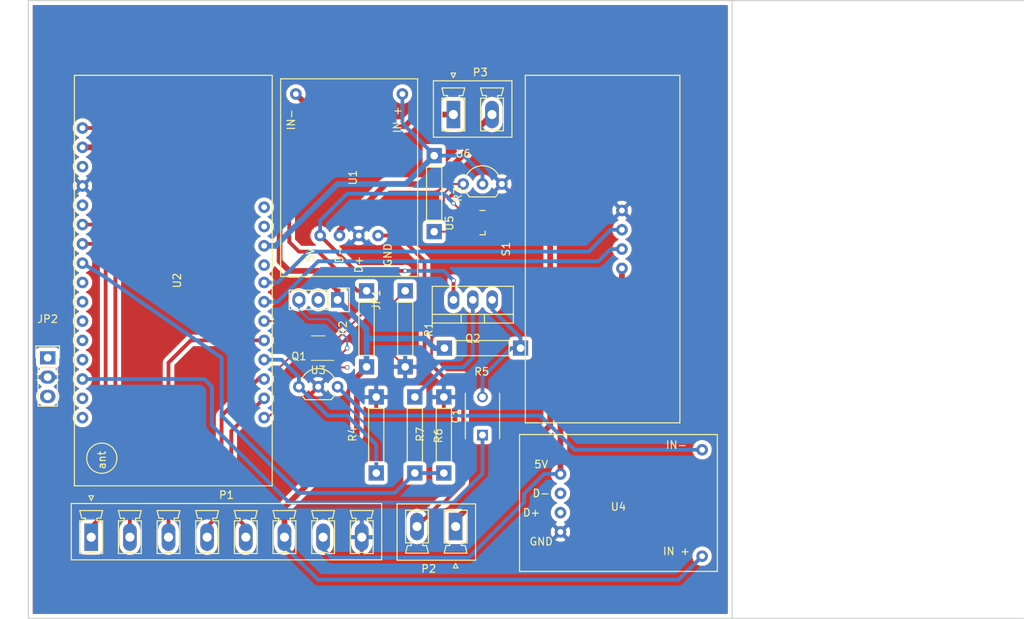
<source format=kicad_pcb>
(kicad_pcb (version 4) (host pcbnew 4.0.5+dfsg1-4)

  (general
    (links 53)
    (no_connects 2)
    (area 62.237142 67.234999 196.925001 148.665001)
    (thickness 1.6)
    (drawings 5)
    (tracks 197)
    (zones 0)
    (modules 22)
    (nets 45)
  )

  (page A4)
  (layers
    (0 F.Cu signal)
    (31 B.Cu signal)
    (32 B.Adhes user)
    (33 F.Adhes user)
    (34 B.Paste user)
    (35 F.Paste user)
    (36 B.SilkS user)
    (37 F.SilkS user)
    (38 B.Mask user)
    (39 F.Mask user)
    (40 Dwgs.User user)
    (41 Cmts.User user)
    (42 Eco1.User user)
    (43 Eco2.User user)
    (44 Edge.Cuts user)
    (45 Margin user)
    (46 B.CrtYd user)
    (47 F.CrtYd user)
    (48 B.Fab user)
    (49 F.Fab user)
  )

  (setup
    (last_trace_width 0.25)
    (user_trace_width 0.25)
    (user_trace_width 0.5)
    (user_trace_width 0.75)
    (user_trace_width 1)
    (user_trace_width 1.25)
    (trace_clearance 0.2)
    (zone_clearance 0.508)
    (zone_45_only no)
    (trace_min 0.2)
    (segment_width 0.2)
    (edge_width 0.15)
    (via_size 0.6)
    (via_drill 0.4)
    (via_min_size 0.4)
    (via_min_drill 0.3)
    (uvia_size 0.3)
    (uvia_drill 0.1)
    (uvias_allowed no)
    (uvia_min_size 0.2)
    (uvia_min_drill 0.1)
    (pcb_text_width 0.3)
    (pcb_text_size 1.5 1.5)
    (mod_edge_width 0.15)
    (mod_text_size 1 1)
    (mod_text_width 0.15)
    (pad_size 1.524 1.524)
    (pad_drill 0.762)
    (pad_to_mask_clearance 0.2)
    (aux_axis_origin 0 0)
    (visible_elements FFFFFF7F)
    (pcbplotparams
      (layerselection 0x00030_80000001)
      (usegerberextensions false)
      (excludeedgelayer true)
      (linewidth 0.100000)
      (plotframeref false)
      (viasonmask false)
      (mode 1)
      (useauxorigin false)
      (hpglpennumber 1)
      (hpglpenspeed 20)
      (hpglpendiameter 15)
      (hpglpenoverlay 2)
      (psnegative false)
      (psa4output false)
      (plotreference true)
      (plotvalue true)
      (plotinvisibletext false)
      (padsonsilk false)
      (subtractmaskfromsilk false)
      (outputformat 1)
      (mirror false)
      (drillshape 1)
      (scaleselection 1)
      (outputdirectory ""))
  )

  (net 0 "")
  (net 1 D0)
  (net 2 "Net-(C1-Pad2)")
  (net 3 +3V3)
  (net 4 "Net-(JP1-Pad2)")
  (net 5 "Net-(JP1-Pad3)")
  (net 6 "Net-(JP2-Pad1)")
  (net 7 GND)
  (net 8 "Net-(JP2-Pad3)")
  (net 9 D5)
  (net 10 D3)
  (net 11 D9)
  (net 12 A2)
  (net 13 A1)
  (net 14 +5V)
  (net 15 VBAT_OUT)
  (net 16 "Net-(P2-Pad2)")
  (net 17 "Net-(P3-Pad1)")
  (net 18 "Net-(P3-Pad2)")
  (net 19 "Net-(Q1-Pad3)")
  (net 20 "Net-(Q1-Pad1)")
  (net 21 "Net-(Q2-Pad2)")
  (net 22 VBAT_IN)
  (net 23 "Net-(R1-Pad1)")
  (net 24 Reset)
  (net 25 "Net-(R3-Pad2)")
  (net 26 A3)
  (net 27 TRIGGER)
  (net 28 ECHO)
  (net 29 "Net-(U2-Pad3)")
  (net 30 "Net-(U2-Pad5)")
  (net 31 "Net-(U2-Pad9)")
  (net 32 "Net-(U2-Pad10)")
  (net 33 "Net-(U2-Pad11)")
  (net 34 "Net-(U2-Pad12)")
  (net 35 "Net-(U2-Pad13)")
  (net 36 "Net-(U2-Pad16)")
  (net 37 WAKE)
  (net 38 DONE)
  (net 39 "Net-(U2-Pad27)")
  (net 40 "Net-(U2-Pad29)")
  (net 41 "Net-(U2-Pad30)")
  (net 42 "Net-(U5-Pad2)")
  (net 43 "Net-(U5-Pad5)")
  (net 44 LOAD)

  (net_class Default "This is the default net class."
    (clearance 0.2)
    (trace_width 0.25)
    (via_dia 0.6)
    (via_drill 0.4)
    (uvia_dia 0.3)
    (uvia_drill 0.1)
    (add_net +3V3)
    (add_net +5V)
    (add_net A1)
    (add_net A2)
    (add_net A3)
    (add_net D0)
    (add_net D3)
    (add_net D5)
    (add_net D9)
    (add_net DONE)
    (add_net ECHO)
    (add_net GND)
    (add_net LOAD)
    (add_net "Net-(C1-Pad2)")
    (add_net "Net-(JP1-Pad2)")
    (add_net "Net-(JP1-Pad3)")
    (add_net "Net-(JP2-Pad1)")
    (add_net "Net-(JP2-Pad3)")
    (add_net "Net-(P2-Pad2)")
    (add_net "Net-(P3-Pad1)")
    (add_net "Net-(P3-Pad2)")
    (add_net "Net-(Q1-Pad1)")
    (add_net "Net-(Q1-Pad3)")
    (add_net "Net-(Q2-Pad2)")
    (add_net "Net-(R1-Pad1)")
    (add_net "Net-(R3-Pad2)")
    (add_net "Net-(U2-Pad10)")
    (add_net "Net-(U2-Pad11)")
    (add_net "Net-(U2-Pad12)")
    (add_net "Net-(U2-Pad13)")
    (add_net "Net-(U2-Pad16)")
    (add_net "Net-(U2-Pad27)")
    (add_net "Net-(U2-Pad29)")
    (add_net "Net-(U2-Pad3)")
    (add_net "Net-(U2-Pad30)")
    (add_net "Net-(U2-Pad5)")
    (add_net "Net-(U2-Pad9)")
    (add_net "Net-(U5-Pad2)")
    (add_net "Net-(U5-Pad5)")
    (add_net Reset)
    (add_net TRIGGER)
    (add_net VBAT_IN)
    (add_net VBAT_OUT)
    (add_net WAKE)
  )

  (module Connectors_Phoenix:PhoenixContact_MCV-G_08x5.08mm_Vertical (layer F.Cu) (tedit 5797DB12) (tstamp 596A033B)
    (at 74.3 137.9)
    (descr "Generic Phoenix Contact connector footprint for series: MCV-G; number of pins: 08; pin pitch: 5.08mm; Vertical || order number: 1836354 8A 320V")
    (tags "phoenix_contact connector MCV_01x08_G_5.08mm")
    (path /59606AFB)
    (fp_text reference P1 (at 17.78 -5.55) (layer F.SilkS)
      (effects (font (size 1 1) (thickness 0.15)))
    )
    (fp_text value CONN_01X08 (at 17.78 4.4) (layer F.Fab)
      (effects (font (size 1 1) (thickness 0.15)))
    )
    (fp_arc (start 0 3.85) (end -0.75 2.15) (angle 47.6) (layer F.SilkS) (width 0.15))
    (fp_arc (start 5.08 3.85) (end 4.33 2.15) (angle 47.6) (layer F.SilkS) (width 0.15))
    (fp_arc (start 10.16 3.85) (end 9.41 2.15) (angle 47.6) (layer F.SilkS) (width 0.15))
    (fp_arc (start 15.24 3.85) (end 14.49 2.15) (angle 47.6) (layer F.SilkS) (width 0.15))
    (fp_arc (start 20.32 3.85) (end 19.57 2.15) (angle 47.6) (layer F.SilkS) (width 0.15))
    (fp_arc (start 25.4 3.85) (end 24.65 2.15) (angle 47.6) (layer F.SilkS) (width 0.15))
    (fp_arc (start 30.48 3.85) (end 29.73 2.15) (angle 47.6) (layer F.SilkS) (width 0.15))
    (fp_arc (start 35.56 3.85) (end 34.81 2.15) (angle 47.6) (layer F.SilkS) (width 0.15))
    (fp_line (start -2.62 -4.43) (end -2.62 2.98) (layer F.SilkS) (width 0.15))
    (fp_line (start -2.62 2.98) (end 38.18 2.98) (layer F.SilkS) (width 0.15))
    (fp_line (start 38.18 2.98) (end 38.18 -4.43) (layer F.SilkS) (width 0.15))
    (fp_line (start 38.18 -4.43) (end -2.62 -4.43) (layer F.SilkS) (width 0.15))
    (fp_line (start -0.75 2.15) (end -1.5 2.15) (layer F.SilkS) (width 0.15))
    (fp_line (start -1.5 2.15) (end -1.5 -2.15) (layer F.SilkS) (width 0.15))
    (fp_line (start -1.5 -2.15) (end -0.75 -2.15) (layer F.SilkS) (width 0.15))
    (fp_line (start -0.75 -2.15) (end -0.75 -2.5) (layer F.SilkS) (width 0.15))
    (fp_line (start -0.75 -2.5) (end -1.25 -2.5) (layer F.SilkS) (width 0.15))
    (fp_line (start -1.25 -2.5) (end -1.5 -3.5) (layer F.SilkS) (width 0.15))
    (fp_line (start -1.5 -3.5) (end 1.5 -3.5) (layer F.SilkS) (width 0.15))
    (fp_line (start 1.5 -3.5) (end 1.25 -2.5) (layer F.SilkS) (width 0.15))
    (fp_line (start 1.25 -2.5) (end 0.75 -2.5) (layer F.SilkS) (width 0.15))
    (fp_line (start 0.75 -2.5) (end 0.75 -2.15) (layer F.SilkS) (width 0.15))
    (fp_line (start 0.75 -2.15) (end 0.75 -2.15) (layer F.SilkS) (width 0.15))
    (fp_line (start 0.75 -2.15) (end 1.5 -2.15) (layer F.SilkS) (width 0.15))
    (fp_line (start 1.5 -2.15) (end 1.5 2.15) (layer F.SilkS) (width 0.15))
    (fp_line (start 1.5 2.15) (end 0.75 2.15) (layer F.SilkS) (width 0.15))
    (fp_line (start 4.33 2.15) (end 3.58 2.15) (layer F.SilkS) (width 0.15))
    (fp_line (start 3.58 2.15) (end 3.58 -2.15) (layer F.SilkS) (width 0.15))
    (fp_line (start 3.58 -2.15) (end 4.33 -2.15) (layer F.SilkS) (width 0.15))
    (fp_line (start 4.33 -2.15) (end 4.33 -2.5) (layer F.SilkS) (width 0.15))
    (fp_line (start 4.33 -2.5) (end 3.83 -2.5) (layer F.SilkS) (width 0.15))
    (fp_line (start 3.83 -2.5) (end 3.58 -3.5) (layer F.SilkS) (width 0.15))
    (fp_line (start 3.58 -3.5) (end 6.58 -3.5) (layer F.SilkS) (width 0.15))
    (fp_line (start 6.58 -3.5) (end 6.33 -2.5) (layer F.SilkS) (width 0.15))
    (fp_line (start 6.33 -2.5) (end 5.83 -2.5) (layer F.SilkS) (width 0.15))
    (fp_line (start 5.83 -2.5) (end 5.83 -2.15) (layer F.SilkS) (width 0.15))
    (fp_line (start 5.83 -2.15) (end 5.83 -2.15) (layer F.SilkS) (width 0.15))
    (fp_line (start 5.83 -2.15) (end 6.58 -2.15) (layer F.SilkS) (width 0.15))
    (fp_line (start 6.58 -2.15) (end 6.58 2.15) (layer F.SilkS) (width 0.15))
    (fp_line (start 6.58 2.15) (end 5.83 2.15) (layer F.SilkS) (width 0.15))
    (fp_line (start 9.41 2.15) (end 8.66 2.15) (layer F.SilkS) (width 0.15))
    (fp_line (start 8.66 2.15) (end 8.66 -2.15) (layer F.SilkS) (width 0.15))
    (fp_line (start 8.66 -2.15) (end 9.41 -2.15) (layer F.SilkS) (width 0.15))
    (fp_line (start 9.41 -2.15) (end 9.41 -2.5) (layer F.SilkS) (width 0.15))
    (fp_line (start 9.41 -2.5) (end 8.91 -2.5) (layer F.SilkS) (width 0.15))
    (fp_line (start 8.91 -2.5) (end 8.66 -3.5) (layer F.SilkS) (width 0.15))
    (fp_line (start 8.66 -3.5) (end 11.66 -3.5) (layer F.SilkS) (width 0.15))
    (fp_line (start 11.66 -3.5) (end 11.41 -2.5) (layer F.SilkS) (width 0.15))
    (fp_line (start 11.41 -2.5) (end 10.91 -2.5) (layer F.SilkS) (width 0.15))
    (fp_line (start 10.91 -2.5) (end 10.91 -2.15) (layer F.SilkS) (width 0.15))
    (fp_line (start 10.91 -2.15) (end 10.91 -2.15) (layer F.SilkS) (width 0.15))
    (fp_line (start 10.91 -2.15) (end 11.66 -2.15) (layer F.SilkS) (width 0.15))
    (fp_line (start 11.66 -2.15) (end 11.66 2.15) (layer F.SilkS) (width 0.15))
    (fp_line (start 11.66 2.15) (end 10.91 2.15) (layer F.SilkS) (width 0.15))
    (fp_line (start 14.49 2.15) (end 13.74 2.15) (layer F.SilkS) (width 0.15))
    (fp_line (start 13.74 2.15) (end 13.74 -2.15) (layer F.SilkS) (width 0.15))
    (fp_line (start 13.74 -2.15) (end 14.49 -2.15) (layer F.SilkS) (width 0.15))
    (fp_line (start 14.49 -2.15) (end 14.49 -2.5) (layer F.SilkS) (width 0.15))
    (fp_line (start 14.49 -2.5) (end 13.99 -2.5) (layer F.SilkS) (width 0.15))
    (fp_line (start 13.99 -2.5) (end 13.74 -3.5) (layer F.SilkS) (width 0.15))
    (fp_line (start 13.74 -3.5) (end 16.74 -3.5) (layer F.SilkS) (width 0.15))
    (fp_line (start 16.74 -3.5) (end 16.49 -2.5) (layer F.SilkS) (width 0.15))
    (fp_line (start 16.49 -2.5) (end 15.99 -2.5) (layer F.SilkS) (width 0.15))
    (fp_line (start 15.99 -2.5) (end 15.99 -2.15) (layer F.SilkS) (width 0.15))
    (fp_line (start 15.99 -2.15) (end 15.99 -2.15) (layer F.SilkS) (width 0.15))
    (fp_line (start 15.99 -2.15) (end 16.74 -2.15) (layer F.SilkS) (width 0.15))
    (fp_line (start 16.74 -2.15) (end 16.74 2.15) (layer F.SilkS) (width 0.15))
    (fp_line (start 16.74 2.15) (end 15.99 2.15) (layer F.SilkS) (width 0.15))
    (fp_line (start 19.57 2.15) (end 18.82 2.15) (layer F.SilkS) (width 0.15))
    (fp_line (start 18.82 2.15) (end 18.82 -2.15) (layer F.SilkS) (width 0.15))
    (fp_line (start 18.82 -2.15) (end 19.57 -2.15) (layer F.SilkS) (width 0.15))
    (fp_line (start 19.57 -2.15) (end 19.57 -2.5) (layer F.SilkS) (width 0.15))
    (fp_line (start 19.57 -2.5) (end 19.07 -2.5) (layer F.SilkS) (width 0.15))
    (fp_line (start 19.07 -2.5) (end 18.82 -3.5) (layer F.SilkS) (width 0.15))
    (fp_line (start 18.82 -3.5) (end 21.82 -3.5) (layer F.SilkS) (width 0.15))
    (fp_line (start 21.82 -3.5) (end 21.57 -2.5) (layer F.SilkS) (width 0.15))
    (fp_line (start 21.57 -2.5) (end 21.07 -2.5) (layer F.SilkS) (width 0.15))
    (fp_line (start 21.07 -2.5) (end 21.07 -2.15) (layer F.SilkS) (width 0.15))
    (fp_line (start 21.07 -2.15) (end 21.07 -2.15) (layer F.SilkS) (width 0.15))
    (fp_line (start 21.07 -2.15) (end 21.82 -2.15) (layer F.SilkS) (width 0.15))
    (fp_line (start 21.82 -2.15) (end 21.82 2.15) (layer F.SilkS) (width 0.15))
    (fp_line (start 21.82 2.15) (end 21.07 2.15) (layer F.SilkS) (width 0.15))
    (fp_line (start 24.65 2.15) (end 23.9 2.15) (layer F.SilkS) (width 0.15))
    (fp_line (start 23.9 2.15) (end 23.9 -2.15) (layer F.SilkS) (width 0.15))
    (fp_line (start 23.9 -2.15) (end 24.65 -2.15) (layer F.SilkS) (width 0.15))
    (fp_line (start 24.65 -2.15) (end 24.65 -2.5) (layer F.SilkS) (width 0.15))
    (fp_line (start 24.65 -2.5) (end 24.15 -2.5) (layer F.SilkS) (width 0.15))
    (fp_line (start 24.15 -2.5) (end 23.9 -3.5) (layer F.SilkS) (width 0.15))
    (fp_line (start 23.9 -3.5) (end 26.9 -3.5) (layer F.SilkS) (width 0.15))
    (fp_line (start 26.9 -3.5) (end 26.65 -2.5) (layer F.SilkS) (width 0.15))
    (fp_line (start 26.65 -2.5) (end 26.15 -2.5) (layer F.SilkS) (width 0.15))
    (fp_line (start 26.15 -2.5) (end 26.15 -2.15) (layer F.SilkS) (width 0.15))
    (fp_line (start 26.15 -2.15) (end 26.15 -2.15) (layer F.SilkS) (width 0.15))
    (fp_line (start 26.15 -2.15) (end 26.9 -2.15) (layer F.SilkS) (width 0.15))
    (fp_line (start 26.9 -2.15) (end 26.9 2.15) (layer F.SilkS) (width 0.15))
    (fp_line (start 26.9 2.15) (end 26.15 2.15) (layer F.SilkS) (width 0.15))
    (fp_line (start 29.73 2.15) (end 28.98 2.15) (layer F.SilkS) (width 0.15))
    (fp_line (start 28.98 2.15) (end 28.98 -2.15) (layer F.SilkS) (width 0.15))
    (fp_line (start 28.98 -2.15) (end 29.73 -2.15) (layer F.SilkS) (width 0.15))
    (fp_line (start 29.73 -2.15) (end 29.73 -2.5) (layer F.SilkS) (width 0.15))
    (fp_line (start 29.73 -2.5) (end 29.23 -2.5) (layer F.SilkS) (width 0.15))
    (fp_line (start 29.23 -2.5) (end 28.98 -3.5) (layer F.SilkS) (width 0.15))
    (fp_line (start 28.98 -3.5) (end 31.98 -3.5) (layer F.SilkS) (width 0.15))
    (fp_line (start 31.98 -3.5) (end 31.73 -2.5) (layer F.SilkS) (width 0.15))
    (fp_line (start 31.73 -2.5) (end 31.23 -2.5) (layer F.SilkS) (width 0.15))
    (fp_line (start 31.23 -2.5) (end 31.23 -2.15) (layer F.SilkS) (width 0.15))
    (fp_line (start 31.23 -2.15) (end 31.23 -2.15) (layer F.SilkS) (width 0.15))
    (fp_line (start 31.23 -2.15) (end 31.98 -2.15) (layer F.SilkS) (width 0.15))
    (fp_line (start 31.98 -2.15) (end 31.98 2.15) (layer F.SilkS) (width 0.15))
    (fp_line (start 31.98 2.15) (end 31.23 2.15) (layer F.SilkS) (width 0.15))
    (fp_line (start 34.81 2.15) (end 34.06 2.15) (layer F.SilkS) (width 0.15))
    (fp_line (start 34.06 2.15) (end 34.06 -2.15) (layer F.SilkS) (width 0.15))
    (fp_line (start 34.06 -2.15) (end 34.81 -2.15) (layer F.SilkS) (width 0.15))
    (fp_line (start 34.81 -2.15) (end 34.81 -2.5) (layer F.SilkS) (width 0.15))
    (fp_line (start 34.81 -2.5) (end 34.31 -2.5) (layer F.SilkS) (width 0.15))
    (fp_line (start 34.31 -2.5) (end 34.06 -3.5) (layer F.SilkS) (width 0.15))
    (fp_line (start 34.06 -3.5) (end 37.06 -3.5) (layer F.SilkS) (width 0.15))
    (fp_line (start 37.06 -3.5) (end 36.81 -2.5) (layer F.SilkS) (width 0.15))
    (fp_line (start 36.81 -2.5) (end 36.31 -2.5) (layer F.SilkS) (width 0.15))
    (fp_line (start 36.31 -2.5) (end 36.31 -2.15) (layer F.SilkS) (width 0.15))
    (fp_line (start 36.31 -2.15) (end 36.31 -2.15) (layer F.SilkS) (width 0.15))
    (fp_line (start 36.31 -2.15) (end 37.06 -2.15) (layer F.SilkS) (width 0.15))
    (fp_line (start 37.06 -2.15) (end 37.06 2.15) (layer F.SilkS) (width 0.15))
    (fp_line (start 37.06 2.15) (end 36.31 2.15) (layer F.SilkS) (width 0.15))
    (fp_line (start -3.05 -4.85) (end -3.05 3.4) (layer F.CrtYd) (width 0.05))
    (fp_line (start -3.05 3.4) (end 38.6 3.4) (layer F.CrtYd) (width 0.05))
    (fp_line (start 38.6 3.4) (end 38.6 -4.85) (layer F.CrtYd) (width 0.05))
    (fp_line (start 38.6 -4.85) (end -3.05 -4.85) (layer F.CrtYd) (width 0.05))
    (fp_line (start 0 -4.85) (end 0.3 -5.45) (layer F.SilkS) (width 0.15))
    (fp_line (start 0.3 -5.45) (end -0.3 -5.45) (layer F.SilkS) (width 0.15))
    (fp_line (start -0.3 -5.45) (end 0 -4.85) (layer F.SilkS) (width 0.15))
    (pad 1 thru_hole rect (at 0 0) (size 1.8 3.6) (drill 1.2) (layers *.Cu *.Mask)
      (net 12 A2))
    (pad 2 thru_hole oval (at 5.08 0) (size 1.8 3.6) (drill 1.2) (layers *.Cu *.Mask)
      (net 13 A1))
    (pad 3 thru_hole oval (at 10.16 0) (size 1.8 3.6) (drill 1.2) (layers *.Cu *.Mask)
      (net 11 D9))
    (pad 4 thru_hole oval (at 15.24 0) (size 1.8 3.6) (drill 1.2) (layers *.Cu *.Mask)
      (net 9 D5))
    (pad 5 thru_hole oval (at 20.32 0) (size 1.8 3.6) (drill 1.2) (layers *.Cu *.Mask)
      (net 10 D3))
    (pad 6 thru_hole oval (at 25.4 0) (size 1.8 3.6) (drill 1.2) (layers *.Cu *.Mask)
      (net 3 +3V3))
    (pad 7 thru_hole oval (at 30.48 0) (size 1.8 3.6) (drill 1.2) (layers *.Cu *.Mask)
      (net 14 +5V))
    (pad 8 thru_hole oval (at 35.56 0) (size 1.8 3.6) (drill 1.2) (layers *.Cu *.Mask)
      (net 7 GND))
    (model Connectors_Phoenix.3dshapes/PhoenixContact_MCV-G_08x5.08mm_Vertical.wrl
      (at (xyz 0 0 0))
      (scale (xyz 1 1 1))
      (rotate (xyz 0 0 0))
    )
  )

  (module LoRa32u4:LoRa32u4 (layer F.Cu) (tedit 5961BAEA) (tstamp 596A0422)
    (at 85.09 104.14 90)
    (path /595AE2C2)
    (fp_text reference U2 (at 0 0.5 90) (layer F.SilkS)
      (effects (font (size 1 1) (thickness 0.15)))
    )
    (fp_text value LoRa32u4 (at 0 -0.5 90) (layer F.Fab)
      (effects (font (size 1 1) (thickness 0.15)))
    )
    (fp_text user ant (at -23.622 -9.398 90) (layer F.SilkS)
      (effects (font (size 1 1) (thickness 0.15)))
    )
    (fp_circle (center -23.368 -9.398) (end -24.638 -10.922) (layer F.SilkS) (width 0.15))
    (fp_line (start -27 13) (end -27 -13) (layer F.SilkS) (width 0.15))
    (fp_line (start -27 -13) (end 27 -13) (layer F.SilkS) (width 0.15))
    (fp_line (start 27 -13) (end 27 13) (layer F.SilkS) (width 0.15))
    (fp_line (start 27 13) (end -27 13) (layer F.SilkS) (width 0.15))
    (pad 1 thru_hole circle (at 20.066 -11.938 90) (size 1.524 1.524) (drill 0.762) (layers *.Cu *.Mask)
      (net 24 Reset))
    (pad 2 thru_hole circle (at 17.526 -11.938 90) (size 1.524 1.524) (drill 0.762) (layers *.Cu *.Mask)
      (net 3 +3V3))
    (pad 3 thru_hole circle (at 14.986 -11.938 90) (size 1.524 1.524) (drill 0.762) (layers *.Cu *.Mask)
      (net 29 "Net-(U2-Pad3)"))
    (pad 4 thru_hole circle (at 12.446 -11.938 90) (size 1.524 1.524) (drill 0.762) (layers *.Cu *.Mask)
      (net 7 GND))
    (pad 5 thru_hole circle (at 9.906 -11.938 90) (size 1.524 1.524) (drill 0.762) (layers *.Cu *.Mask)
      (net 30 "Net-(U2-Pad5)"))
    (pad 6 thru_hole circle (at 7.366 -11.938 90) (size 1.524 1.524) (drill 0.762) (layers *.Cu *.Mask)
      (net 13 A1))
    (pad 7 thru_hole circle (at 4.826 -11.938 90) (size 1.524 1.524) (drill 0.762) (layers *.Cu *.Mask)
      (net 12 A2))
    (pad 8 thru_hole circle (at 2.286 -11.938 90) (size 1.524 1.524) (drill 0.762) (layers *.Cu *.Mask)
      (net 26 A3))
    (pad 9 thru_hole circle (at -0.254 -11.938 90) (size 1.524 1.524) (drill 0.762) (layers *.Cu *.Mask)
      (net 31 "Net-(U2-Pad9)"))
    (pad 10 thru_hole circle (at -2.794 -11.938 90) (size 1.524 1.524) (drill 0.762) (layers *.Cu *.Mask)
      (net 32 "Net-(U2-Pad10)"))
    (pad 11 thru_hole circle (at -5.334 -11.938 90) (size 1.524 1.524) (drill 0.762) (layers *.Cu *.Mask)
      (net 33 "Net-(U2-Pad11)"))
    (pad 12 thru_hole circle (at -7.874 -11.938 90) (size 1.524 1.524) (drill 0.762) (layers *.Cu *.Mask)
      (net 34 "Net-(U2-Pad12)"))
    (pad 13 thru_hole circle (at -10.414 -11.938 90) (size 1.524 1.524) (drill 0.762) (layers *.Cu *.Mask)
      (net 35 "Net-(U2-Pad13)"))
    (pad 14 thru_hole circle (at -12.954 -11.938 90) (size 1.524 1.524) (drill 0.762) (layers *.Cu *.Mask)
      (net 1 D0))
    (pad 15 thru_hole circle (at -15.494 -11.938 90) (size 1.524 1.524) (drill 0.762) (layers *.Cu *.Mask)
      (net 8 "Net-(JP2-Pad3)"))
    (pad 16 thru_hole circle (at -18.034 -11.938 90) (size 1.524 1.524) (drill 0.762) (layers *.Cu *.Mask)
      (net 36 "Net-(U2-Pad16)"))
    (pad 19 thru_hole circle (at -18.034 11.938 90) (size 1.524 1.524) (drill 0.762) (layers *.Cu *.Mask)
      (net 37 WAKE))
    (pad 20 thru_hole circle (at -15.494 11.938 90) (size 1.524 1.524) (drill 0.762) (layers *.Cu *.Mask)
      (net 10 D3))
    (pad 21 thru_hole circle (at -12.954 11.938 90) (size 1.524 1.524) (drill 0.762) (layers *.Cu *.Mask)
      (net 9 D5))
    (pad 22 thru_hole circle (at -10.414 11.938 90) (size 1.524 1.524) (drill 0.762) (layers *.Cu *.Mask)
      (net 20 "Net-(Q1-Pad1)"))
    (pad 23 thru_hole circle (at -7.874 11.938 90) (size 1.524 1.524) (drill 0.762) (layers *.Cu *.Mask)
      (net 11 D9))
    (pad 24 thru_hole circle (at -5.334 11.938 90) (size 1.524 1.524) (drill 0.762) (layers *.Cu *.Mask)
      (net 38 DONE))
    (pad 25 thru_hole circle (at -2.794 11.938 90) (size 1.524 1.524) (drill 0.762) (layers *.Cu *.Mask)
      (net 27 TRIGGER))
    (pad 26 thru_hole circle (at -0.254 11.938 90) (size 1.524 1.524) (drill 0.762) (layers *.Cu *.Mask)
      (net 28 ECHO))
    (pad 27 thru_hole circle (at 2.032 11.938 90) (size 1.524 1.524) (drill 0.762) (layers *.Cu *.Mask)
      (net 39 "Net-(U2-Pad27)"))
    (pad 28 thru_hole circle (at 4.572 11.938 90) (size 1.524 1.524) (drill 0.762) (layers *.Cu *.Mask)
      (net 44 LOAD))
    (pad 29 thru_hole circle (at 7.112 11.938 90) (size 1.524 1.524) (drill 0.762) (layers *.Cu *.Mask)
      (net 40 "Net-(U2-Pad29)"))
    (pad 30 thru_hole circle (at 9.652 11.938 90) (size 1.524 1.524) (drill 0.762) (layers *.Cu *.Mask)
      (net 41 "Net-(U2-Pad30)"))
  )

  (module Capacitors_ThroughHole:C_Disc_D6_P5 (layer F.Cu) (tedit 0) (tstamp 596A0288)
    (at 125.73 124.46 90)
    (descr "Capacitor 6mm Disc, Pitch 5mm")
    (tags Capacitor)
    (path /596188E7)
    (fp_text reference C1 (at 2.5 -3.5 90) (layer F.SilkS)
      (effects (font (size 1 1) (thickness 0.15)))
    )
    (fp_text value 0.1uF (at 2.5 3.5 90) (layer F.Fab)
      (effects (font (size 1 1) (thickness 0.15)))
    )
    (fp_line (start -0.95 -2.5) (end 5.95 -2.5) (layer F.CrtYd) (width 0.05))
    (fp_line (start 5.95 -2.5) (end 5.95 2.5) (layer F.CrtYd) (width 0.05))
    (fp_line (start 5.95 2.5) (end -0.95 2.5) (layer F.CrtYd) (width 0.05))
    (fp_line (start -0.95 2.5) (end -0.95 -2.5) (layer F.CrtYd) (width 0.05))
    (fp_line (start -0.5 -2.25) (end 5.5 -2.25) (layer F.SilkS) (width 0.15))
    (fp_line (start 5.5 2.25) (end -0.5 2.25) (layer F.SilkS) (width 0.15))
    (pad 1 thru_hole rect (at 0 0 90) (size 1.4 1.4) (drill 0.9) (layers *.Cu *.Mask)
      (net 1 D0))
    (pad 2 thru_hole circle (at 5 0 90) (size 1.4 1.4) (drill 0.9) (layers *.Cu *.Mask)
      (net 2 "Net-(C1-Pad2)"))
    (model Capacitors_ThroughHole.3dshapes/C_Disc_D6_P5.wrl
      (at (xyz 0.0984252 0 0))
      (scale (xyz 1 1 1))
      (rotate (xyz 0 0 0))
    )
  )

  (module Pin_Headers:Pin_Header_Straight_1x03 (layer F.Cu) (tedit 0) (tstamp 596A029A)
    (at 106.68 106.68 270)
    (descr "Through hole pin header")
    (tags "pin header")
    (path /595B6858)
    (fp_text reference JP1 (at 0 -5.1 270) (layer F.SilkS)
      (effects (font (size 1 1) (thickness 0.15)))
    )
    (fp_text value Jumper_NC_Dual (at 0 -3.1 270) (layer F.Fab)
      (effects (font (size 1 1) (thickness 0.15)))
    )
    (fp_line (start -1.75 -1.75) (end -1.75 6.85) (layer F.CrtYd) (width 0.05))
    (fp_line (start 1.75 -1.75) (end 1.75 6.85) (layer F.CrtYd) (width 0.05))
    (fp_line (start -1.75 -1.75) (end 1.75 -1.75) (layer F.CrtYd) (width 0.05))
    (fp_line (start -1.75 6.85) (end 1.75 6.85) (layer F.CrtYd) (width 0.05))
    (fp_line (start -1.27 1.27) (end -1.27 6.35) (layer F.SilkS) (width 0.15))
    (fp_line (start -1.27 6.35) (end 1.27 6.35) (layer F.SilkS) (width 0.15))
    (fp_line (start 1.27 6.35) (end 1.27 1.27) (layer F.SilkS) (width 0.15))
    (fp_line (start 1.55 -1.55) (end 1.55 0) (layer F.SilkS) (width 0.15))
    (fp_line (start 1.27 1.27) (end -1.27 1.27) (layer F.SilkS) (width 0.15))
    (fp_line (start -1.55 0) (end -1.55 -1.55) (layer F.SilkS) (width 0.15))
    (fp_line (start -1.55 -1.55) (end 1.55 -1.55) (layer F.SilkS) (width 0.15))
    (pad 1 thru_hole rect (at 0 0 270) (size 2.032 1.7272) (drill 1.016) (layers *.Cu *.Mask)
      (net 3 +3V3))
    (pad 2 thru_hole oval (at 0 2.54 270) (size 2.032 1.7272) (drill 1.016) (layers *.Cu *.Mask)
      (net 4 "Net-(JP1-Pad2)"))
    (pad 3 thru_hole oval (at 0 5.08 270) (size 2.032 1.7272) (drill 1.016) (layers *.Cu *.Mask)
      (net 5 "Net-(JP1-Pad3)"))
    (model Pin_Headers.3dshapes/Pin_Header_Straight_1x03.wrl
      (at (xyz 0 -0.1 0))
      (scale (xyz 1 1 1))
      (rotate (xyz 0 0 90))
    )
  )

  (module Pin_Headers:Pin_Header_Straight_1x03 (layer F.Cu) (tedit 0) (tstamp 596A02AC)
    (at 68.58 114.3)
    (descr "Through hole pin header")
    (tags "pin header")
    (path /595B64BF)
    (fp_text reference JP2 (at 0 -5.1) (layer F.SilkS)
      (effects (font (size 1 1) (thickness 0.15)))
    )
    (fp_text value Jumper_NC_Dual (at 0 -3.1) (layer F.Fab)
      (effects (font (size 1 1) (thickness 0.15)))
    )
    (fp_line (start -1.75 -1.75) (end -1.75 6.85) (layer F.CrtYd) (width 0.05))
    (fp_line (start 1.75 -1.75) (end 1.75 6.85) (layer F.CrtYd) (width 0.05))
    (fp_line (start -1.75 -1.75) (end 1.75 -1.75) (layer F.CrtYd) (width 0.05))
    (fp_line (start -1.75 6.85) (end 1.75 6.85) (layer F.CrtYd) (width 0.05))
    (fp_line (start -1.27 1.27) (end -1.27 6.35) (layer F.SilkS) (width 0.15))
    (fp_line (start -1.27 6.35) (end 1.27 6.35) (layer F.SilkS) (width 0.15))
    (fp_line (start 1.27 6.35) (end 1.27 1.27) (layer F.SilkS) (width 0.15))
    (fp_line (start 1.55 -1.55) (end 1.55 0) (layer F.SilkS) (width 0.15))
    (fp_line (start 1.27 1.27) (end -1.27 1.27) (layer F.SilkS) (width 0.15))
    (fp_line (start -1.55 0) (end -1.55 -1.55) (layer F.SilkS) (width 0.15))
    (fp_line (start -1.55 -1.55) (end 1.55 -1.55) (layer F.SilkS) (width 0.15))
    (pad 1 thru_hole rect (at 0 0) (size 2.032 1.7272) (drill 1.016) (layers *.Cu *.Mask)
      (net 6 "Net-(JP2-Pad1)"))
    (pad 2 thru_hole oval (at 0 2.54) (size 2.032 1.7272) (drill 1.016) (layers *.Cu *.Mask)
      (net 7 GND))
    (pad 3 thru_hole oval (at 0 5.08) (size 2.032 1.7272) (drill 1.016) (layers *.Cu *.Mask)
      (net 8 "Net-(JP2-Pad3)"))
    (model Pin_Headers.3dshapes/Pin_Header_Straight_1x03.wrl
      (at (xyz 0 -0.1 0))
      (scale (xyz 1 1 1))
      (rotate (xyz 0 0 90))
    )
  )

  (module TO_SOT_Packages_THT:TO-92_Inline_Wide (layer F.Cu) (tedit 54F242B4) (tstamp 596A0377)
    (at 101.6 118.11)
    (descr "TO-92 leads in-line, wide, drill 0.8mm (see NXP sot054_po.pdf)")
    (tags "to-92 sc-43 sc-43a sot54 PA33 transistor")
    (path /595DBAA6)
    (fp_text reference Q1 (at 0 -4 180) (layer F.SilkS)
      (effects (font (size 1 1) (thickness 0.15)))
    )
    (fp_text value 2N7000 (at 0 3) (layer F.Fab)
      (effects (font (size 1 1) (thickness 0.15)))
    )
    (fp_arc (start 2.54 0) (end 0.84 1.7) (angle 20.5) (layer F.SilkS) (width 0.15))
    (fp_arc (start 2.54 0) (end 4.24 1.7) (angle -20.5) (layer F.SilkS) (width 0.15))
    (fp_line (start -1 1.95) (end -1 -2.65) (layer F.CrtYd) (width 0.05))
    (fp_line (start -1 1.95) (end 6.1 1.95) (layer F.CrtYd) (width 0.05))
    (fp_line (start 0.84 1.7) (end 4.24 1.7) (layer F.SilkS) (width 0.15))
    (fp_arc (start 2.54 0) (end 2.54 -2.4) (angle -65.55604127) (layer F.SilkS) (width 0.15))
    (fp_arc (start 2.54 0) (end 2.54 -2.4) (angle 65.55604127) (layer F.SilkS) (width 0.15))
    (fp_line (start -1 -2.65) (end 6.1 -2.65) (layer F.CrtYd) (width 0.05))
    (fp_line (start 6.1 1.95) (end 6.1 -2.65) (layer F.CrtYd) (width 0.05))
    (pad 2 thru_hole circle (at 2.54 0 90) (size 1.524 1.524) (drill 0.8) (layers *.Cu *.Mask)
      (net 7 GND))
    (pad 3 thru_hole circle (at 5.08 0 90) (size 1.524 1.524) (drill 0.8) (layers *.Cu *.Mask)
      (net 19 "Net-(Q1-Pad3)"))
    (pad 1 thru_hole circle (at 0 0 90) (size 1.524 1.524) (drill 0.8) (layers *.Cu *.Mask)
      (net 20 "Net-(Q1-Pad1)"))
    (model TO_SOT_Packages_THT.3dshapes/TO-92_Inline_Wide.wrl
      (at (xyz 0.1 0 0))
      (scale (xyz 1 1 1))
      (rotate (xyz 0 0 -90))
    )
  )

  (module TO_SOT_Packages_THT:TO-220_Neutral123_Vertical (layer F.Cu) (tedit 0) (tstamp 596A0388)
    (at 124.46 106.68 180)
    (descr "TO-220, Neutral, Vertical,")
    (tags "TO-220, Neutral, Vertical,")
    (path /59618880)
    (fp_text reference Q2 (at 0 -5.08 180) (layer F.SilkS)
      (effects (font (size 1 1) (thickness 0.15)))
    )
    (fp_text value IPP45P03P4L-11 (at 0 3.81 180) (layer F.Fab)
      (effects (font (size 1 1) (thickness 0.15)))
    )
    (fp_line (start -1.524 -3.048) (end -1.524 -1.905) (layer F.SilkS) (width 0.15))
    (fp_line (start 1.524 -3.048) (end 1.524 -1.905) (layer F.SilkS) (width 0.15))
    (fp_line (start 5.334 -1.905) (end 5.334 1.778) (layer F.SilkS) (width 0.15))
    (fp_line (start 5.334 1.778) (end -5.334 1.778) (layer F.SilkS) (width 0.15))
    (fp_line (start -5.334 1.778) (end -5.334 -1.905) (layer F.SilkS) (width 0.15))
    (fp_line (start 5.334 -3.048) (end 5.334 -1.905) (layer F.SilkS) (width 0.15))
    (fp_line (start 5.334 -1.905) (end -5.334 -1.905) (layer F.SilkS) (width 0.15))
    (fp_line (start -5.334 -1.905) (end -5.334 -3.048) (layer F.SilkS) (width 0.15))
    (fp_line (start 0 -3.048) (end -5.334 -3.048) (layer F.SilkS) (width 0.15))
    (fp_line (start 0 -3.048) (end 5.334 -3.048) (layer F.SilkS) (width 0.15))
    (pad 2 thru_hole oval (at 0 0 270) (size 2.49936 1.50114) (drill 1.00076) (layers *.Cu *.Mask)
      (net 21 "Net-(Q2-Pad2)"))
    (pad 1 thru_hole oval (at -2.54 0 270) (size 2.49936 1.50114) (drill 1.00076) (layers *.Cu *.Mask)
      (net 2 "Net-(C1-Pad2)"))
    (pad 3 thru_hole oval (at 2.54 0 270) (size 2.49936 1.50114) (drill 1.00076) (layers *.Cu *.Mask)
      (net 22 VBAT_IN))
    (model TO_SOT_Packages_THT.3dshapes/TO-220_Neutral123_Vertical.wrl
      (at (xyz 0 0 0))
      (scale (xyz 0.3937 0.3937 0.3937))
      (rotate (xyz 0 0 0))
    )
  )

  (module jsn--sr04t:JSN-SR04T (layer F.Cu) (tedit 58088362) (tstamp 596A03E8)
    (at 146.6 100 270)
    (path /595B5C99)
    (fp_text reference S1 (at 0 17.78 270) (layer F.SilkS)
      (effects (font (size 1 1) (thickness 0.15)))
    )
    (fp_text value JSN-SR40T (at 0 -2.54 270) (layer F.Fab)
      (effects (font (size 1 1) (thickness 0.15)))
    )
    (fp_line (start -22.86 15.24) (end -22.86 -5.08) (layer F.SilkS) (width 0.15))
    (fp_line (start -22.86 -5.08) (end 22.86 -5.08) (layer F.SilkS) (width 0.15))
    (fp_line (start 22.86 -5.08) (end 22.86 15.24) (layer F.SilkS) (width 0.15))
    (fp_line (start 22.86 15.24) (end -22.86 15.24) (layer F.SilkS) (width 0.15))
    (pad 1 thru_hole circle (at 2.54 2.54 270) (size 1.524 1.524) (drill 0.762) (layers *.Cu *.Mask)
      (net 14 +5V))
    (pad 2 thru_hole circle (at 0 2.54 270) (size 1.524 1.524) (drill 0.762) (layers *.Cu *.Mask)
      (net 27 TRIGGER))
    (pad 3 thru_hole circle (at -2.54 2.54 270) (size 1.524 1.524) (drill 0.762) (layers *.Cu *.Mask)
      (net 28 ECHO))
    (pad 4 thru_hole circle (at -5.08 2.54 270) (size 1.524 1.524) (drill 0.762) (layers *.Cu *.Mask)
      (net 7 GND))
  )

  (module Boost_module:Boost_module (layer F.Cu) (tedit 5961B280) (tstamp 596A03FC)
    (at 108.2 90.6 90)
    (path /59489C66)
    (fp_text reference U1 (at 0 0.5 90) (layer F.SilkS)
      (effects (font (size 1 1) (thickness 0.15)))
    )
    (fp_text value SolarCharger (at 0 -0.5 90) (layer F.Fab)
      (effects (font (size 1 1) (thickness 0.15)))
    )
    (fp_text user D- (at -10.16 -1.27 90) (layer F.SilkS)
      (effects (font (size 1 1) (thickness 0.15)))
    )
    (fp_text user D+ (at -11.43 1.27 90) (layer F.SilkS)
      (effects (font (size 1 1) (thickness 0.15)))
    )
    (fp_text user GND (at -10.16 5.08 90) (layer F.SilkS)
      (effects (font (size 1 1) (thickness 0.15)))
    )
    (fp_text user 5V (at -10.16 -5.08 90) (layer F.SilkS)
      (effects (font (size 1 1) (thickness 0.15)))
    )
    (fp_text user "IN +" (at 7.62 6.35 90) (layer F.SilkS)
      (effects (font (size 1 1) (thickness 0.15)))
    )
    (fp_text user IN- (at 7.62 -7.62 90) (layer F.SilkS)
      (effects (font (size 1 1) (thickness 0.15)))
    )
    (fp_line (start -13 9) (end -13 -9) (layer F.SilkS) (width 0.15))
    (fp_line (start -13 -9) (end 13 -9) (layer F.SilkS) (width 0.15))
    (fp_line (start 13 -9) (end 13 9) (layer F.SilkS) (width 0.15))
    (fp_line (start 13 9) (end -13 9) (layer F.SilkS) (width 0.15))
    (pad 1 thru_hole circle (at 11 7 90) (size 1.524 1.524) (drill 0.762) (layers *.Cu *.Mask)
      (net 44 LOAD))
    (pad 2 thru_hole circle (at 11 -7 90) (size 1.524 1.524) (drill 0.762) (layers *.Cu *.Mask)
      (net 17 "Net-(P3-Pad1)"))
    (pad 3 thru_hole circle (at -7.62 -3.81 90) (size 1.524 1.524) (drill 0.762) (layers *.Cu *.Mask)
      (net 22 VBAT_IN))
    (pad 5 thru_hole circle (at -7.62 -1.27 90) (size 1.524 1.524) (drill 0.762) (layers *.Cu *.Mask)
      (net 18 "Net-(P3-Pad2)"))
    (pad 6 thru_hole circle (at -7.62 1.27 90) (size 1.524 1.524) (drill 0.762) (layers *.Cu *.Mask)
      (net 7 GND))
    (pad 4 thru_hole circle (at -7.62 3.81 90) (size 1.524 1.524) (drill 0.762) (layers *.Cu *.Mask)
      (net 16 "Net-(P2-Pad2)"))
  )

  (module TO_SOT_Packages_SMD:SOT-23-6_Handsoldering (layer F.Cu) (tedit 583F3ECB) (tstamp 596A0436)
    (at 104.14 113.03 180)
    (descr "6-pin SOT-23 package, Handsoldering")
    (tags "SOT-23-6 Handsoldering")
    (path /59477875)
    (attr smd)
    (fp_text reference U3 (at 0 -2.9 180) (layer F.SilkS)
      (effects (font (size 1 1) (thickness 0.15)))
    )
    (fp_text value TPL5010 (at 0 2.9 180) (layer F.Fab)
      (effects (font (size 1 1) (thickness 0.15)))
    )
    (fp_line (start -0.9 1.61) (end 0.9 1.61) (layer F.SilkS) (width 0.12))
    (fp_line (start 0.9 -1.61) (end -2.05 -1.61) (layer F.SilkS) (width 0.12))
    (fp_line (start -2.4 1.8) (end -2.4 -1.8) (layer F.CrtYd) (width 0.05))
    (fp_line (start 2.4 1.8) (end -2.4 1.8) (layer F.CrtYd) (width 0.05))
    (fp_line (start 2.4 -1.8) (end 2.4 1.8) (layer F.CrtYd) (width 0.05))
    (fp_line (start -2.4 -1.8) (end 2.4 -1.8) (layer F.CrtYd) (width 0.05))
    (fp_line (start 0.9 -1.55) (end -0.9 -1.55) (layer F.Fab) (width 0.15))
    (fp_line (start -0.9 -1.55) (end -0.9 1.55) (layer F.Fab) (width 0.15))
    (fp_line (start 0.9 1.55) (end -0.9 1.55) (layer F.Fab) (width 0.15))
    (fp_line (start 0.9 -1.55) (end 0.9 1.55) (layer F.Fab) (width 0.15))
    (pad 1 smd rect (at -1.35 -0.95 180) (size 1.56 0.65) (layers F.Cu F.Paste F.Mask)
      (net 5 "Net-(JP1-Pad3)"))
    (pad 2 smd rect (at -1.35 0 180) (size 1.56 0.65) (layers F.Cu F.Paste F.Mask)
      (net 7 GND))
    (pad 3 smd rect (at -1.35 0.95 180) (size 1.56 0.65) (layers F.Cu F.Paste F.Mask)
      (net 23 "Net-(R1-Pad1)"))
    (pad 4 smd rect (at 1.35 0.95 180) (size 1.56 0.65) (layers F.Cu F.Paste F.Mask)
      (net 38 DONE))
    (pad 6 smd rect (at 1.35 -0.95 180) (size 1.56 0.65) (layers F.Cu F.Paste F.Mask)
      (net 24 Reset))
    (pad 5 smd rect (at 1.35 0 180) (size 1.56 0.65) (layers F.Cu F.Paste F.Mask)
      (net 37 WAKE))
    (model TO_SOT_Packages_SMD.3dshapes/SOT-23-6.wrl
      (at (xyz 0 0 0))
      (scale (xyz 1 1 1))
      (rotate (xyz 0 0 0))
    )
  )

  (module Boost_module:Boost_module (layer F.Cu) (tedit 5961B280) (tstamp 596A044A)
    (at 143.6 133.4)
    (path /595B5EBC)
    (fp_text reference U4 (at 0 0.5) (layer F.SilkS)
      (effects (font (size 1 1) (thickness 0.15)))
    )
    (fp_text value Boost_mod (at 0 -0.5) (layer F.Fab)
      (effects (font (size 1 1) (thickness 0.15)))
    )
    (fp_text user D- (at -10.16 -1.27) (layer F.SilkS)
      (effects (font (size 1 1) (thickness 0.15)))
    )
    (fp_text user D+ (at -11.43 1.27) (layer F.SilkS)
      (effects (font (size 1 1) (thickness 0.15)))
    )
    (fp_text user GND (at -10.16 5.08) (layer F.SilkS)
      (effects (font (size 1 1) (thickness 0.15)))
    )
    (fp_text user 5V (at -10.16 -5.08) (layer F.SilkS)
      (effects (font (size 1 1) (thickness 0.15)))
    )
    (fp_text user "IN +" (at 7.62 6.35) (layer F.SilkS)
      (effects (font (size 1 1) (thickness 0.15)))
    )
    (fp_text user IN- (at 7.62 -7.62) (layer F.SilkS)
      (effects (font (size 1 1) (thickness 0.15)))
    )
    (fp_line (start -13 9) (end -13 -9) (layer F.SilkS) (width 0.15))
    (fp_line (start -13 -9) (end 13 -9) (layer F.SilkS) (width 0.15))
    (fp_line (start 13 -9) (end 13 9) (layer F.SilkS) (width 0.15))
    (fp_line (start 13 9) (end -13 9) (layer F.SilkS) (width 0.15))
    (pad 1 thru_hole circle (at 11 7) (size 1.524 1.524) (drill 0.762) (layers *.Cu *.Mask)
      (net 3 +3V3))
    (pad 2 thru_hole circle (at 11 -7) (size 1.524 1.524) (drill 0.762) (layers *.Cu *.Mask)
      (net 19 "Net-(Q1-Pad3)"))
    (pad 3 thru_hole circle (at -7.62 -3.81) (size 1.524 1.524) (drill 0.762) (layers *.Cu *.Mask)
      (net 14 +5V))
    (pad 5 thru_hole circle (at -7.62 -1.27) (size 1.524 1.524) (drill 0.762) (layers *.Cu *.Mask))
    (pad 6 thru_hole circle (at -7.62 1.27) (size 1.524 1.524) (drill 0.762) (layers *.Cu *.Mask))
    (pad 4 thru_hole circle (at -7.62 3.81) (size 1.524 1.524) (drill 0.762) (layers *.Cu *.Mask)
      (net 7 GND))
  )

  (module TO_SOT_Packages_SMD:TSOT-6-MK06A_Handsoldering (layer F.Cu) (tedit 54E9291B) (tstamp 596A0457)
    (at 125.73 96.52 90)
    (descr "TSOP-6 MK06A housing 6pin")
    (path /595FFE22)
    (attr smd)
    (fp_text reference U5 (at -0.07112 -4.35102 90) (layer F.SilkS)
      (effects (font (size 1 1) (thickness 0.15)))
    )
    (fp_text value FDC6331L (at -0.03048 5.22986 90) (layer F.Fab)
      (effects (font (size 1 1) (thickness 0.15)))
    )
    (fp_line (start -1.6002 0.35052) (end -1.10998 0.35052) (layer F.SilkS) (width 0.15))
    (fp_line (start -1.6002 -0.35052) (end -1.6002 0.35052) (layer F.SilkS) (width 0.15))
    (fp_line (start 1.6002 -0.35052) (end 1.6002 0.35052) (layer F.SilkS) (width 0.15))
    (pad 1 smd rect (at -0.94996 1.80086 90) (size 0.69088 1.99898) (layers F.Cu F.Paste F.Mask)
      (net 7 GND))
    (pad 2 smd rect (at 0 1.80086 90) (size 0.69088 1.99898) (layers F.Cu F.Paste F.Mask)
      (net 42 "Net-(U5-Pad2)"))
    (pad 3 smd rect (at 0.94996 1.80086 90) (size 0.69088 1.99898) (layers F.Cu F.Paste F.Mask)
      (net 15 VBAT_OUT))
    (pad 4 smd rect (at 0.94996 -1.80086 90) (size 0.69088 1.99898) (layers F.Cu F.Paste F.Mask)
      (net 22 VBAT_IN))
    (pad 5 smd rect (at 0 -1.80086 90) (size 0.69088 1.99898) (layers F.Cu F.Paste F.Mask)
      (net 43 "Net-(U5-Pad5)"))
    (pad 6 smd rect (at -0.94996 -1.80086 90) (size 0.69088 1.99898) (layers F.Cu F.Paste F.Mask)
      (net 25 "Net-(R3-Pad2)"))
    (model TO_SOT_Packages_SMD.3dshapes/TSOT-6-MK06A_Handsoldering.wrl
      (at (xyz 0 0 0))
      (scale (xyz 1 1 1))
      (rotate (xyz 0 0 0))
    )
  )

  (module TO_SOT_Packages_THT:TO-92_Inline_Wide (layer F.Cu) (tedit 54F242B4) (tstamp 596A0467)
    (at 123.19 91.44)
    (descr "TO-92 leads in-line, wide, drill 0.8mm (see NXP sot054_po.pdf)")
    (tags "to-92 sc-43 sc-43a sot54 PA33 transistor")
    (path /5972B815)
    (fp_text reference U6 (at 0 -4 180) (layer F.SilkS)
      (effects (font (size 1 1) (thickness 0.15)))
    )
    (fp_text value MCP112-300 (at 0 3) (layer F.Fab)
      (effects (font (size 1 1) (thickness 0.15)))
    )
    (fp_arc (start 2.54 0) (end 0.84 1.7) (angle 20.5) (layer F.SilkS) (width 0.15))
    (fp_arc (start 2.54 0) (end 4.24 1.7) (angle -20.5) (layer F.SilkS) (width 0.15))
    (fp_line (start -1 1.95) (end -1 -2.65) (layer F.CrtYd) (width 0.05))
    (fp_line (start -1 1.95) (end 6.1 1.95) (layer F.CrtYd) (width 0.05))
    (fp_line (start 0.84 1.7) (end 4.24 1.7) (layer F.SilkS) (width 0.15))
    (fp_arc (start 2.54 0) (end 2.54 -2.4) (angle -65.55604127) (layer F.SilkS) (width 0.15))
    (fp_arc (start 2.54 0) (end 2.54 -2.4) (angle 65.55604127) (layer F.SilkS) (width 0.15))
    (fp_line (start -1 -2.65) (end 6.1 -2.65) (layer F.CrtYd) (width 0.05))
    (fp_line (start 6.1 1.95) (end 6.1 -2.65) (layer F.CrtYd) (width 0.05))
    (pad 2 thru_hole circle (at 2.54 0 90) (size 1.524 1.524) (drill 0.8) (layers *.Cu *.Mask)
      (net 44 LOAD))
    (pad 3 thru_hole circle (at 5.08 0 90) (size 1.524 1.524) (drill 0.8) (layers *.Cu *.Mask)
      (net 7 GND))
    (pad 1 thru_hole circle (at 0 0 90) (size 1.524 1.524) (drill 0.8) (layers *.Cu *.Mask)
      (net 43 "Net-(U5-Pad5)"))
    (model TO_SOT_Packages_THT.3dshapes/TO-92_Inline_Wide.wrl
      (at (xyz 0.1 0 0))
      (scale (xyz 1 1 1))
      (rotate (xyz 0 0 -90))
    )
  )

  (module Connectors_Phoenix:PhoenixContact_MCV-G_02x5.08mm_Vertical (layer F.Cu) (tedit 5797DB13) (tstamp 596618EF)
    (at 122.2 136.5 180)
    (descr "Generic Phoenix Contact connector footprint for series: MCV-G; number of pins: 02; pin pitch: 5.08mm; Vertical || order number: 1836299 8A 320V")
    (tags "phoenix_contact connector MCV_01x02_G_5.08mm")
    (path /59489D86)
    (fp_text reference P2 (at 3.54 -5.55 180) (layer F.SilkS)
      (effects (font (size 1 1) (thickness 0.15)))
    )
    (fp_text value CONN_01X02 (at 2.54 4.4 180) (layer F.Fab)
      (effects (font (size 1 1) (thickness 0.15)))
    )
    (fp_arc (start 0 3.85) (end -0.75 2.15) (angle 47.6) (layer F.SilkS) (width 0.15))
    (fp_arc (start 5.08 3.85) (end 4.33 2.15) (angle 47.6) (layer F.SilkS) (width 0.15))
    (fp_line (start -2.62 -4.43) (end -2.62 2.98) (layer F.SilkS) (width 0.15))
    (fp_line (start -2.62 2.98) (end 7.7 2.98) (layer F.SilkS) (width 0.15))
    (fp_line (start 7.7 2.98) (end 7.7 -4.43) (layer F.SilkS) (width 0.15))
    (fp_line (start 7.7 -4.43) (end -2.62 -4.43) (layer F.SilkS) (width 0.15))
    (fp_line (start -0.75 2.15) (end -1.5 2.15) (layer F.SilkS) (width 0.15))
    (fp_line (start -1.5 2.15) (end -1.5 -2.15) (layer F.SilkS) (width 0.15))
    (fp_line (start -1.5 -2.15) (end -0.75 -2.15) (layer F.SilkS) (width 0.15))
    (fp_line (start -0.75 -2.15) (end -0.75 -2.5) (layer F.SilkS) (width 0.15))
    (fp_line (start -0.75 -2.5) (end -1.25 -2.5) (layer F.SilkS) (width 0.15))
    (fp_line (start -1.25 -2.5) (end -1.5 -3.5) (layer F.SilkS) (width 0.15))
    (fp_line (start -1.5 -3.5) (end 1.5 -3.5) (layer F.SilkS) (width 0.15))
    (fp_line (start 1.5 -3.5) (end 1.25 -2.5) (layer F.SilkS) (width 0.15))
    (fp_line (start 1.25 -2.5) (end 0.75 -2.5) (layer F.SilkS) (width 0.15))
    (fp_line (start 0.75 -2.5) (end 0.75 -2.15) (layer F.SilkS) (width 0.15))
    (fp_line (start 0.75 -2.15) (end 0.75 -2.15) (layer F.SilkS) (width 0.15))
    (fp_line (start 0.75 -2.15) (end 1.5 -2.15) (layer F.SilkS) (width 0.15))
    (fp_line (start 1.5 -2.15) (end 1.5 2.15) (layer F.SilkS) (width 0.15))
    (fp_line (start 1.5 2.15) (end 0.75 2.15) (layer F.SilkS) (width 0.15))
    (fp_line (start 4.33 2.15) (end 3.58 2.15) (layer F.SilkS) (width 0.15))
    (fp_line (start 3.58 2.15) (end 3.58 -2.15) (layer F.SilkS) (width 0.15))
    (fp_line (start 3.58 -2.15) (end 4.33 -2.15) (layer F.SilkS) (width 0.15))
    (fp_line (start 4.33 -2.15) (end 4.33 -2.5) (layer F.SilkS) (width 0.15))
    (fp_line (start 4.33 -2.5) (end 3.83 -2.5) (layer F.SilkS) (width 0.15))
    (fp_line (start 3.83 -2.5) (end 3.58 -3.5) (layer F.SilkS) (width 0.15))
    (fp_line (start 3.58 -3.5) (end 6.58 -3.5) (layer F.SilkS) (width 0.15))
    (fp_line (start 6.58 -3.5) (end 6.33 -2.5) (layer F.SilkS) (width 0.15))
    (fp_line (start 6.33 -2.5) (end 5.83 -2.5) (layer F.SilkS) (width 0.15))
    (fp_line (start 5.83 -2.5) (end 5.83 -2.15) (layer F.SilkS) (width 0.15))
    (fp_line (start 5.83 -2.15) (end 5.83 -2.15) (layer F.SilkS) (width 0.15))
    (fp_line (start 5.83 -2.15) (end 6.58 -2.15) (layer F.SilkS) (width 0.15))
    (fp_line (start 6.58 -2.15) (end 6.58 2.15) (layer F.SilkS) (width 0.15))
    (fp_line (start 6.58 2.15) (end 5.83 2.15) (layer F.SilkS) (width 0.15))
    (fp_line (start -3.05 -4.85) (end -3.05 3.4) (layer F.CrtYd) (width 0.05))
    (fp_line (start -3.05 3.4) (end 8.1 3.4) (layer F.CrtYd) (width 0.05))
    (fp_line (start 8.1 3.4) (end 8.1 -4.85) (layer F.CrtYd) (width 0.05))
    (fp_line (start 8.1 -4.85) (end -3.05 -4.85) (layer F.CrtYd) (width 0.05))
    (fp_line (start 0 -4.85) (end 0.3 -5.45) (layer F.SilkS) (width 0.15))
    (fp_line (start 0.3 -5.45) (end -0.3 -5.45) (layer F.SilkS) (width 0.15))
    (fp_line (start -0.3 -5.45) (end 0 -4.85) (layer F.SilkS) (width 0.15))
    (pad 1 thru_hole rect (at 0 0 180) (size 1.8 3.6) (drill 1.2) (layers *.Cu *.Mask)
      (net 15 VBAT_OUT))
    (pad 2 thru_hole oval (at 5.08 0 180) (size 1.8 3.6) (drill 1.2) (layers *.Cu *.Mask)
      (net 16 "Net-(P2-Pad2)"))
    (model Connectors_Phoenix.3dshapes/PhoenixContact_MCV-G_02x5.08mm_Vertical.wrl
      (at (xyz 0 0 0))
      (scale (xyz 1 1 1))
      (rotate (xyz 0 0 0))
    )
  )

  (module Connectors_Phoenix:PhoenixContact_MCV-G_02x5.08mm_Vertical (layer F.Cu) (tedit 5797DB13) (tstamp 5966191E)
    (at 121.9 82.3)
    (descr "Generic Phoenix Contact connector footprint for series: MCV-G; number of pins: 02; pin pitch: 5.08mm; Vertical || order number: 1836299 8A 320V")
    (tags "phoenix_contact connector MCV_01x02_G_5.08mm")
    (path /59489CBB)
    (fp_text reference P3 (at 3.54 -5.55) (layer F.SilkS)
      (effects (font (size 1 1) (thickness 0.15)))
    )
    (fp_text value CONN_01X02 (at 2.54 4.4) (layer F.Fab)
      (effects (font (size 1 1) (thickness 0.15)))
    )
    (fp_arc (start 0 3.85) (end -0.75 2.15) (angle 47.6) (layer F.SilkS) (width 0.15))
    (fp_arc (start 5.08 3.85) (end 4.33 2.15) (angle 47.6) (layer F.SilkS) (width 0.15))
    (fp_line (start -2.62 -4.43) (end -2.62 2.98) (layer F.SilkS) (width 0.15))
    (fp_line (start -2.62 2.98) (end 7.7 2.98) (layer F.SilkS) (width 0.15))
    (fp_line (start 7.7 2.98) (end 7.7 -4.43) (layer F.SilkS) (width 0.15))
    (fp_line (start 7.7 -4.43) (end -2.62 -4.43) (layer F.SilkS) (width 0.15))
    (fp_line (start -0.75 2.15) (end -1.5 2.15) (layer F.SilkS) (width 0.15))
    (fp_line (start -1.5 2.15) (end -1.5 -2.15) (layer F.SilkS) (width 0.15))
    (fp_line (start -1.5 -2.15) (end -0.75 -2.15) (layer F.SilkS) (width 0.15))
    (fp_line (start -0.75 -2.15) (end -0.75 -2.5) (layer F.SilkS) (width 0.15))
    (fp_line (start -0.75 -2.5) (end -1.25 -2.5) (layer F.SilkS) (width 0.15))
    (fp_line (start -1.25 -2.5) (end -1.5 -3.5) (layer F.SilkS) (width 0.15))
    (fp_line (start -1.5 -3.5) (end 1.5 -3.5) (layer F.SilkS) (width 0.15))
    (fp_line (start 1.5 -3.5) (end 1.25 -2.5) (layer F.SilkS) (width 0.15))
    (fp_line (start 1.25 -2.5) (end 0.75 -2.5) (layer F.SilkS) (width 0.15))
    (fp_line (start 0.75 -2.5) (end 0.75 -2.15) (layer F.SilkS) (width 0.15))
    (fp_line (start 0.75 -2.15) (end 0.75 -2.15) (layer F.SilkS) (width 0.15))
    (fp_line (start 0.75 -2.15) (end 1.5 -2.15) (layer F.SilkS) (width 0.15))
    (fp_line (start 1.5 -2.15) (end 1.5 2.15) (layer F.SilkS) (width 0.15))
    (fp_line (start 1.5 2.15) (end 0.75 2.15) (layer F.SilkS) (width 0.15))
    (fp_line (start 4.33 2.15) (end 3.58 2.15) (layer F.SilkS) (width 0.15))
    (fp_line (start 3.58 2.15) (end 3.58 -2.15) (layer F.SilkS) (width 0.15))
    (fp_line (start 3.58 -2.15) (end 4.33 -2.15) (layer F.SilkS) (width 0.15))
    (fp_line (start 4.33 -2.15) (end 4.33 -2.5) (layer F.SilkS) (width 0.15))
    (fp_line (start 4.33 -2.5) (end 3.83 -2.5) (layer F.SilkS) (width 0.15))
    (fp_line (start 3.83 -2.5) (end 3.58 -3.5) (layer F.SilkS) (width 0.15))
    (fp_line (start 3.58 -3.5) (end 6.58 -3.5) (layer F.SilkS) (width 0.15))
    (fp_line (start 6.58 -3.5) (end 6.33 -2.5) (layer F.SilkS) (width 0.15))
    (fp_line (start 6.33 -2.5) (end 5.83 -2.5) (layer F.SilkS) (width 0.15))
    (fp_line (start 5.83 -2.5) (end 5.83 -2.15) (layer F.SilkS) (width 0.15))
    (fp_line (start 5.83 -2.15) (end 5.83 -2.15) (layer F.SilkS) (width 0.15))
    (fp_line (start 5.83 -2.15) (end 6.58 -2.15) (layer F.SilkS) (width 0.15))
    (fp_line (start 6.58 -2.15) (end 6.58 2.15) (layer F.SilkS) (width 0.15))
    (fp_line (start 6.58 2.15) (end 5.83 2.15) (layer F.SilkS) (width 0.15))
    (fp_line (start -3.05 -4.85) (end -3.05 3.4) (layer F.CrtYd) (width 0.05))
    (fp_line (start -3.05 3.4) (end 8.1 3.4) (layer F.CrtYd) (width 0.05))
    (fp_line (start 8.1 3.4) (end 8.1 -4.85) (layer F.CrtYd) (width 0.05))
    (fp_line (start 8.1 -4.85) (end -3.05 -4.85) (layer F.CrtYd) (width 0.05))
    (fp_line (start 0 -4.85) (end 0.3 -5.45) (layer F.SilkS) (width 0.15))
    (fp_line (start 0.3 -5.45) (end -0.3 -5.45) (layer F.SilkS) (width 0.15))
    (fp_line (start -0.3 -5.45) (end 0 -4.85) (layer F.SilkS) (width 0.15))
    (pad 1 thru_hole rect (at 0 0) (size 1.8 3.6) (drill 1.2) (layers *.Cu *.Mask)
      (net 17 "Net-(P3-Pad1)"))
    (pad 2 thru_hole oval (at 5.08 0) (size 1.8 3.6) (drill 1.2) (layers *.Cu *.Mask)
      (net 18 "Net-(P3-Pad2)"))
    (model Connectors_Phoenix.3dshapes/PhoenixContact_MCV-G_02x5.08mm_Vertical.wrl
      (at (xyz 0 0 0))
      (scale (xyz 1 1 1))
      (rotate (xyz 0 0 0))
    )
  )

  (module Resistor_mw:Resistor_SMD+THTuniversal_0805to1206_RM10_HandSoldering (layer F.Cu) (tedit 59635EE5) (tstamp 5966CAA2)
    (at 111.76 124.46 90)
    (descr "Resistor, SMD and THT, universal, 0805 to 1206,RM10,  Hand soldering,")
    (tags "Resistor, SMD and THT, universal, 0805 to 1206, RM10, Hand soldering,")
    (path /595DBB24)
    (fp_text reference R4 (at 0.09906 -3.0988 90) (layer F.SilkS)
      (effects (font (size 1 1) (thickness 0.15)))
    )
    (fp_text value 100k (at -0.39878 4.20116 90) (layer F.Fab)
      (effects (font (size 1 1) (thickness 0.15)))
    )
    (fp_line (start -3.5 1) (end -3.5 -1) (layer F.SilkS) (width 0.15))
    (fp_line (start -3.5 -1) (end 3.5 -1) (layer F.SilkS) (width 0.15))
    (fp_line (start 3.5 -1) (end 3.5 1) (layer F.SilkS) (width 0.15))
    (fp_line (start 3.5 1) (end -3.5 1) (layer F.SilkS) (width 0.15))
    (pad 1 thru_hole rect (at -5.00126 0 270) (size 1.99898 1.99898) (drill 1.00076) (layers *.Cu *.Mask)
      (net 20 "Net-(Q1-Pad1)"))
    (pad 2 thru_hole rect (at 5.00126 0 270) (size 1.99898 1.99898) (drill 1.00076) (layers *.Cu *.Mask)
      (net 7 GND))
  )

  (module Resistor_mw:Resistor_SMD+THTuniversal_0805to1206_RM10_HandSoldering (layer F.Cu) (tedit 59635EE5) (tstamp 5966CBA7)
    (at 115.57 110.49 270)
    (descr "Resistor, SMD and THT, universal, 0805 to 1206,RM10,  Hand soldering,")
    (tags "Resistor, SMD and THT, universal, 0805 to 1206, RM10, Hand soldering,")
    (path /59477B2B)
    (fp_text reference R1 (at 0.09906 -3.0988 270) (layer F.SilkS)
      (effects (font (size 1 1) (thickness 0.15)))
    )
    (fp_text value 124.91 (at -0.39878 4.20116 270) (layer F.Fab)
      (effects (font (size 1 1) (thickness 0.15)))
    )
    (fp_line (start -3.5 1) (end -3.5 -1) (layer F.SilkS) (width 0.15))
    (fp_line (start -3.5 -1) (end 3.5 -1) (layer F.SilkS) (width 0.15))
    (fp_line (start 3.5 -1) (end 3.5 1) (layer F.SilkS) (width 0.15))
    (fp_line (start 3.5 1) (end -3.5 1) (layer F.SilkS) (width 0.15))
    (pad 1 thru_hole rect (at -5.00126 0 90) (size 1.99898 1.99898) (drill 1.00076) (layers *.Cu *.Mask)
      (net 23 "Net-(R1-Pad1)"))
    (pad 2 thru_hole rect (at 5.00126 0 90) (size 1.99898 1.99898) (drill 1.00076) (layers *.Cu *.Mask)
      (net 7 GND))
  )

  (module Resistor_mw:Resistor_SMD+THTuniversal_0805to1206_RM10_HandSoldering (layer F.Cu) (tedit 59635EE5) (tstamp 5966CBB0)
    (at 110.49 110.49 90)
    (descr "Resistor, SMD and THT, universal, 0805 to 1206,RM10,  Hand soldering,")
    (tags "Resistor, SMD and THT, universal, 0805 to 1206, RM10, Hand soldering,")
    (path /5948516D)
    (fp_text reference R2 (at 0.09906 -3.0988 90) (layer F.SilkS)
      (effects (font (size 1 1) (thickness 0.15)))
    )
    (fp_text value 100k (at -0.39878 4.20116 90) (layer F.Fab)
      (effects (font (size 1 1) (thickness 0.15)))
    )
    (fp_line (start -3.5 1) (end -3.5 -1) (layer F.SilkS) (width 0.15))
    (fp_line (start -3.5 -1) (end 3.5 -1) (layer F.SilkS) (width 0.15))
    (fp_line (start 3.5 -1) (end 3.5 1) (layer F.SilkS) (width 0.15))
    (fp_line (start 3.5 1) (end -3.5 1) (layer F.SilkS) (width 0.15))
    (pad 1 thru_hole rect (at -5.00126 0 270) (size 1.99898 1.99898) (drill 1.00076) (layers *.Cu *.Mask)
      (net 3 +3V3))
    (pad 2 thru_hole rect (at 5.00126 0 270) (size 1.99898 1.99898) (drill 1.00076) (layers *.Cu *.Mask)
      (net 24 Reset))
  )

  (module Resistor_mw:Resistor_SMD+THTuniversal_0805to1206_RM10_HandSoldering (layer F.Cu) (tedit 59635EE5) (tstamp 5966CBB9)
    (at 119.38 92.71 270)
    (descr "Resistor, SMD and THT, universal, 0805 to 1206,RM10,  Hand soldering,")
    (tags "Resistor, SMD and THT, universal, 0805 to 1206, RM10, Hand soldering,")
    (path /59605E4D)
    (fp_text reference R3 (at 0.09906 -3.0988 270) (layer F.SilkS)
      (effects (font (size 1 1) (thickness 0.15)))
    )
    (fp_text value 100k (at -0.39878 4.20116 270) (layer F.Fab)
      (effects (font (size 1 1) (thickness 0.15)))
    )
    (fp_line (start -3.5 1) (end -3.5 -1) (layer F.SilkS) (width 0.15))
    (fp_line (start -3.5 -1) (end 3.5 -1) (layer F.SilkS) (width 0.15))
    (fp_line (start 3.5 -1) (end 3.5 1) (layer F.SilkS) (width 0.15))
    (fp_line (start 3.5 1) (end -3.5 1) (layer F.SilkS) (width 0.15))
    (pad 1 thru_hole rect (at -5.00126 0 90) (size 1.99898 1.99898) (drill 1.00076) (layers *.Cu *.Mask)
      (net 44 LOAD))
    (pad 2 thru_hole rect (at 5.00126 0 90) (size 1.99898 1.99898) (drill 1.00076) (layers *.Cu *.Mask)
      (net 25 "Net-(R3-Pad2)"))
  )

  (module Resistor_mw:Resistor_SMD+THTuniversal_0805to1206_RM10_HandSoldering (layer F.Cu) (tedit 59635EE5) (tstamp 5966CBC2)
    (at 125.73 113.03 180)
    (descr "Resistor, SMD and THT, universal, 0805 to 1206,RM10,  Hand soldering,")
    (tags "Resistor, SMD and THT, universal, 0805 to 1206, RM10, Hand soldering,")
    (path /59617F72)
    (fp_text reference R5 (at 0.09906 -3.0988 180) (layer F.SilkS)
      (effects (font (size 1 1) (thickness 0.15)))
    )
    (fp_text value 10k (at -0.39878 4.20116 180) (layer F.Fab)
      (effects (font (size 1 1) (thickness 0.15)))
    )
    (fp_line (start -3.5 1) (end -3.5 -1) (layer F.SilkS) (width 0.15))
    (fp_line (start -3.5 -1) (end 3.5 -1) (layer F.SilkS) (width 0.15))
    (fp_line (start 3.5 -1) (end 3.5 1) (layer F.SilkS) (width 0.15))
    (fp_line (start 3.5 1) (end -3.5 1) (layer F.SilkS) (width 0.15))
    (pad 1 thru_hole rect (at -5.00126 0) (size 1.99898 1.99898) (drill 1.00076) (layers *.Cu *.Mask)
      (net 2 "Net-(C1-Pad2)"))
    (pad 2 thru_hole rect (at 5.00126 0) (size 1.99898 1.99898) (drill 1.00076) (layers *.Cu *.Mask)
      (net 3 +3V3))
  )

  (module Resistor_mw:Resistor_SMD+THTuniversal_0805to1206_RM10_HandSoldering (layer F.Cu) (tedit 59635EE5) (tstamp 5966CBCB)
    (at 116.84 124.46 270)
    (descr "Resistor, SMD and THT, universal, 0805 to 1206,RM10,  Hand soldering,")
    (tags "Resistor, SMD and THT, universal, 0805 to 1206, RM10, Hand soldering,")
    (path /59617861)
    (fp_text reference R6 (at 0.09906 -3.0988 270) (layer F.SilkS)
      (effects (font (size 1 1) (thickness 0.15)))
    )
    (fp_text value 10.54k (at -0.39878 4.20116 270) (layer F.Fab)
      (effects (font (size 1 1) (thickness 0.15)))
    )
    (fp_line (start -3.5 1) (end -3.5 -1) (layer F.SilkS) (width 0.15))
    (fp_line (start -3.5 -1) (end 3.5 -1) (layer F.SilkS) (width 0.15))
    (fp_line (start 3.5 -1) (end 3.5 1) (layer F.SilkS) (width 0.15))
    (fp_line (start 3.5 1) (end -3.5 1) (layer F.SilkS) (width 0.15))
    (pad 1 thru_hole rect (at -5.00126 0 90) (size 1.99898 1.99898) (drill 1.00076) (layers *.Cu *.Mask)
      (net 21 "Net-(Q2-Pad2)"))
    (pad 2 thru_hole rect (at 5.00126 0 90) (size 1.99898 1.99898) (drill 1.00076) (layers *.Cu *.Mask)
      (net 26 A3))
  )

  (module Resistor_mw:Resistor_SMD+THTuniversal_0805to1206_RM10_HandSoldering (layer F.Cu) (tedit 59635EE5) (tstamp 5966CBD4)
    (at 120.65 124.46 90)
    (descr "Resistor, SMD and THT, universal, 0805 to 1206,RM10,  Hand soldering,")
    (tags "Resistor, SMD and THT, universal, 0805 to 1206, RM10, Hand soldering,")
    (path /596178D4)
    (fp_text reference R7 (at 0.09906 -3.0988 90) (layer F.SilkS)
      (effects (font (size 1 1) (thickness 0.15)))
    )
    (fp_text value 3.74k (at -0.39878 4.20116 90) (layer F.Fab)
      (effects (font (size 1 1) (thickness 0.15)))
    )
    (fp_line (start -3.5 1) (end -3.5 -1) (layer F.SilkS) (width 0.15))
    (fp_line (start -3.5 -1) (end 3.5 -1) (layer F.SilkS) (width 0.15))
    (fp_line (start 3.5 -1) (end 3.5 1) (layer F.SilkS) (width 0.15))
    (fp_line (start 3.5 1) (end -3.5 1) (layer F.SilkS) (width 0.15))
    (pad 1 thru_hole rect (at -5.00126 0 270) (size 1.99898 1.99898) (drill 1.00076) (layers *.Cu *.Mask)
      (net 26 A3))
    (pad 2 thru_hole rect (at 5.00126 0 270) (size 1.99898 1.99898) (drill 1.00076) (layers *.Cu *.Mask)
      (net 7 GND))
  )

  (gr_line (start 66.04 67.31) (end 66.04 68.58) (angle 90) (layer Edge.Cuts) (width 0.15))
  (gr_line (start 196.85 67.31) (end 66.04 67.31) (angle 90) (layer Edge.Cuts) (width 0.15))
  (gr_line (start 158.55 148.59) (end 158.55 67.31) (angle 90) (layer Edge.Cuts) (width 0.15))
  (gr_line (start 66.04 148.59) (end 196.85 148.59) (angle 90) (layer Edge.Cuts) (width 0.15))
  (gr_line (start 66.04 68.58) (end 66.04 148.59) (angle 90) (layer Edge.Cuts) (width 0.15))

  (segment (start 125.73 124.46) (end 125.73 129.54) (width 0.5) (layer B.Cu) (net 1))
  (segment (start 89.154 117.094) (end 73.152 117.094) (width 0.5) (layer B.Cu) (net 1) (tstamp 59769178))
  (segment (start 90.17 118.11) (end 89.154 117.094) (width 0.5) (layer B.Cu) (net 1) (tstamp 5976916D))
  (segment (start 90.17 123.19) (end 90.17 118.11) (width 0.5) (layer B.Cu) (net 1) (tstamp 59769167))
  (segment (start 100.33 133.35) (end 90.17 123.19) (width 0.5) (layer B.Cu) (net 1) (tstamp 59769164))
  (segment (start 121.92 133.35) (end 100.33 133.35) (width 0.5) (layer B.Cu) (net 1) (tstamp 5976915E))
  (segment (start 125.73 129.54) (end 121.92 133.35) (width 0.5) (layer B.Cu) (net 1) (tstamp 59769159))
  (segment (start 130.73126 113.03) (end 130.73126 111.68126) (width 0.5) (layer B.Cu) (net 2))
  (segment (start 127 107.95) (end 127 106.68) (width 0.5) (layer B.Cu) (net 2) (tstamp 597597B3))
  (segment (start 130.73126 111.68126) (end 127 107.95) (width 0.5) (layer B.Cu) (net 2) (tstamp 597597B2))
  (segment (start 125.73 119.46) (end 125.73 116.84) (width 0.5) (layer B.Cu) (net 2))
  (segment (start 129.54 113.03) (end 130.73126 113.03) (width 0.5) (layer B.Cu) (net 2) (tstamp 597597AD))
  (segment (start 125.73 116.84) (end 129.54 113.03) (width 0.5) (layer B.Cu) (net 2) (tstamp 597597AB))
  (segment (start 99.7 137.9) (end 99.7 133.98) (width 0.75) (layer F.Cu) (net 3))
  (segment (start 109.22 116.84) (end 110.49 115.57) (width 0.75) (layer F.Cu) (net 3) (tstamp 597596DA))
  (segment (start 109.22 124.46) (end 109.22 116.84) (width 0.75) (layer F.Cu) (net 3) (tstamp 597596D9))
  (segment (start 99.7 133.98) (end 109.22 124.46) (width 0.75) (layer F.Cu) (net 3) (tstamp 597596D7))
  (segment (start 110.49 115.57) (end 110.49 115.49126) (width 0.75) (layer F.Cu) (net 3) (tstamp 597596DC))
  (segment (start 106.68 106.68) (end 106.68 105.41) (width 0.75) (layer F.Cu) (net 3))
  (segment (start 94.234 86.614) (end 73.152 86.614) (width 0.75) (layer F.Cu) (net 3) (tstamp 59759664))
  (segment (start 99.06 91.44) (end 94.234 86.614) (width 0.75) (layer F.Cu) (net 3) (tstamp 59759662))
  (segment (start 99.06 101.6) (end 99.06 91.44) (width 0.75) (layer F.Cu) (net 3) (tstamp 5975965D))
  (segment (start 100.33 102.87) (end 99.06 101.6) (width 0.75) (layer F.Cu) (net 3) (tstamp 5975965B))
  (segment (start 104.14 102.87) (end 100.33 102.87) (width 0.75) (layer F.Cu) (net 3) (tstamp 59759657))
  (segment (start 106.68 105.41) (end 104.14 102.87) (width 0.75) (layer F.Cu) (net 3) (tstamp 59759653))
  (segment (start 120.72874 113.03) (end 119.38 113.03) (width 0.75) (layer B.Cu) (net 3))
  (segment (start 118.11 111.76) (end 110.49 111.76) (width 0.75) (layer B.Cu) (net 3) (tstamp 597592D4))
  (segment (start 119.38 113.03) (end 118.11 111.76) (width 0.75) (layer B.Cu) (net 3) (tstamp 597592D1))
  (segment (start 110.49 115.49126) (end 110.49 111.76) (width 0.75) (layer B.Cu) (net 3))
  (segment (start 110.49 111.76) (end 110.49 110.49) (width 0.75) (layer B.Cu) (net 3) (tstamp 597592D8))
  (segment (start 110.49 110.49) (end 106.68 106.68) (width 0.75) (layer B.Cu) (net 3) (tstamp 59759298))
  (segment (start 99.7 137.9) (end 99.7 139.07) (width 0.5) (layer B.Cu) (net 3))
  (segment (start 99.7 139.07) (end 104.14 143.51) (width 0.5) (layer B.Cu) (net 3) (tstamp 597590FC))
  (segment (start 151.49 143.51) (end 154.6 140.4) (width 0.5) (layer B.Cu) (net 3) (tstamp 59759111))
  (segment (start 104.14 143.51) (end 151.49 143.51) (width 0.5) (layer B.Cu) (net 3) (tstamp 59759104))
  (segment (start 107.95 113.03) (end 107.95 111.76) (width 0.25) (layer B.Cu) (net 5))
  (segment (start 107 113.98) (end 107.95 113.03) (width 0.25) (layer F.Cu) (net 5) (tstamp 597694E3))
  (via (at 107.95 113.03) (size 0.6) (drill 0.4) (layers F.Cu B.Cu) (net 5))
  (segment (start 105.49 113.98) (end 107 113.98) (width 0.25) (layer F.Cu) (net 5) (status 400000))
  (segment (start 101.6 107.95) (end 101.6 106.68) (width 0.25) (layer B.Cu) (net 5) (tstamp 5976958D) (status 800000))
  (segment (start 102.87 109.22) (end 101.6 107.95) (width 0.25) (layer B.Cu) (net 5) (tstamp 5976958B))
  (segment (start 105.41 109.22) (end 102.87 109.22) (width 0.25) (layer B.Cu) (net 5) (tstamp 59769580))
  (segment (start 107.95 111.76) (end 105.41 109.22) (width 0.25) (layer B.Cu) (net 5) (tstamp 5976957D))
  (segment (start 127.53086 97.46996) (end 127.53086 98.52914) (width 0.25) (layer F.Cu) (net 7))
  (segment (start 127.53086 98.52914) (end 127 99.06) (width 0.25) (layer F.Cu) (net 7) (tstamp 59759A0A))
  (segment (start 105.49 113.03) (end 106.68 113.03) (width 0.25) (layer F.Cu) (net 7))
  (segment (start 111.83874 111.76) (end 115.57 115.49126) (width 0.25) (layer F.Cu) (net 7) (tstamp 597599EF))
  (segment (start 107.95 111.76) (end 111.83874 111.76) (width 0.25) (layer F.Cu) (net 7) (tstamp 597599EC))
  (segment (start 106.68 113.03) (end 107.95 111.76) (width 0.25) (layer F.Cu) (net 7) (tstamp 597599E5))
  (segment (start 89.54 137.9) (end 89.54 136.52) (width 0.5) (layer F.Cu) (net 9))
  (segment (start 89.54 136.52) (end 91.44 134.62) (width 0.5) (layer F.Cu) (net 9) (tstamp 597690E0))
  (segment (start 91.44 134.62) (end 91.44 121.92) (width 0.5) (layer F.Cu) (net 9) (tstamp 597690E3))
  (segment (start 91.44 121.92) (end 96.52 116.84) (width 0.5) (layer F.Cu) (net 9) (tstamp 597690E7))
  (segment (start 96.52 116.84) (end 97.028 117.094) (width 0.5) (layer F.Cu) (net 9) (tstamp 597690EC))
  (segment (start 94.62 137.9) (end 94.62 136.53) (width 0.5) (layer F.Cu) (net 10))
  (segment (start 94.62 136.53) (end 92.71 134.62) (width 0.5) (layer F.Cu) (net 10) (tstamp 597690D4))
  (segment (start 92.71 134.62) (end 92.71 123.952) (width 0.5) (layer F.Cu) (net 10) (tstamp 597690D7))
  (segment (start 92.71 123.952) (end 97.028 119.634) (width 0.5) (layer F.Cu) (net 10) (tstamp 597690D9))
  (segment (start 84.46 137.9) (end 84.46 114.94) (width 0.5) (layer F.Cu) (net 11))
  (segment (start 87.386 112.014) (end 97.028 112.014) (width 0.5) (layer F.Cu) (net 11) (tstamp 5975995B))
  (segment (start 84.46 114.94) (end 87.386 112.014) (width 0.5) (layer F.Cu) (net 11) (tstamp 59759957))
  (segment (start 74.3 137.9) (end 74.3 136.52) (width 0.5) (layer F.Cu) (net 12))
  (segment (start 74.3 136.52) (end 76.2 134.62) (width 0.5) (layer F.Cu) (net 12) (tstamp 597690EF))
  (segment (start 76.2 134.62) (end 76.2 100.33) (width 0.5) (layer F.Cu) (net 12) (tstamp 597690F3))
  (segment (start 76.2 100.33) (end 75.184 99.314) (width 0.5) (layer F.Cu) (net 12) (tstamp 597690FB))
  (segment (start 75.184 99.314) (end 73.152 99.314) (width 0.5) (layer F.Cu) (net 12) (tstamp 597690FC))
  (segment (start 79.38 137.9) (end 79.38 135.26) (width 0.5) (layer F.Cu) (net 13))
  (segment (start 75.184 96.774) (end 73.152 96.774) (width 0.5) (layer F.Cu) (net 13) (tstamp 59769109))
  (segment (start 77.47 99.06) (end 75.184 96.774) (width 0.5) (layer F.Cu) (net 13) (tstamp 59769106))
  (segment (start 77.47 133.35) (end 77.47 99.06) (width 0.5) (layer F.Cu) (net 13) (tstamp 59769102))
  (segment (start 79.38 135.26) (end 77.47 133.35) (width 0.5) (layer F.Cu) (net 13) (tstamp 59769101))
  (segment (start 135.98 129.59) (end 135.98 114.21) (width 0.75) (layer F.Cu) (net 14))
  (segment (start 144.06 106.13) (end 144.06 102.54) (width 0.75) (layer F.Cu) (net 14) (tstamp 597597E9))
  (segment (start 135.98 114.21) (end 144.06 106.13) (width 0.75) (layer F.Cu) (net 14) (tstamp 597597E4))
  (segment (start 104.78 137.9) (end 104.78 139.48) (width 0.5) (layer B.Cu) (net 14))
  (segment (start 104.78 139.48) (end 105.9 140.6) (width 0.5) (layer B.Cu) (net 14) (tstamp 5966CFA0))
  (segment (start 105.9 140.6) (end 123.9 140.6) (width 0.5) (layer B.Cu) (net 14) (tstamp 5966CFA1))
  (segment (start 123.9 140.6) (end 131.2 133.3) (width 0.5) (layer B.Cu) (net 14) (tstamp 5966CFA2))
  (segment (start 131.2 133.3) (end 131.2 132.2) (width 0.5) (layer B.Cu) (net 14) (tstamp 5966CFA4))
  (segment (start 131.2 132.2) (end 133.81 129.59) (width 0.5) (layer B.Cu) (net 14) (tstamp 5966CFA6))
  (segment (start 133.81 129.59) (end 135.98 129.59) (width 0.5) (layer B.Cu) (net 14) (tstamp 5966CFA7))
  (segment (start 122.2 136.5) (end 122.2 135.61) (width 0.75) (layer F.Cu) (net 15))
  (segment (start 122.2 135.61) (end 134.62 123.19) (width 0.75) (layer F.Cu) (net 15) (tstamp 597597F6))
  (segment (start 134.62 123.19) (end 134.62 99.06) (width 0.75) (layer F.Cu) (net 15) (tstamp 597597F9))
  (segment (start 134.62 99.06) (end 130.81 95.25) (width 0.75) (layer F.Cu) (net 15) (tstamp 597597FD))
  (segment (start 130.81 95.25) (end 128.27 95.25) (width 0.75) (layer F.Cu) (net 15) (tstamp 59759802))
  (segment (start 128.27 95.25) (end 127.53086 95.57004) (width 0.75) (layer F.Cu) (net 15) (tstamp 59759804))
  (segment (start 112.01 98.22) (end 114.73 98.22) (width 0.5) (layer F.Cu) (net 16))
  (segment (start 120.27 133.35) (end 117.12 136.5) (width 0.5) (layer F.Cu) (net 16) (tstamp 597598F3))
  (segment (start 120.65 133.35) (end 120.27 133.35) (width 0.5) (layer F.Cu) (net 16) (tstamp 597598F1))
  (segment (start 123.19 130.81) (end 120.65 133.35) (width 0.5) (layer F.Cu) (net 16) (tstamp 597598ED))
  (segment (start 123.19 116.84) (end 123.19 130.81) (width 0.5) (layer F.Cu) (net 16) (tstamp 597598EC))
  (segment (start 120.65 116.84) (end 123.19 116.84) (width 0.5) (layer F.Cu) (net 16) (tstamp 597598EA))
  (segment (start 118.11 114.3) (end 120.65 116.84) (width 0.5) (layer F.Cu) (net 16) (tstamp 597598E9))
  (segment (start 118.11 101.6) (end 118.11 114.3) (width 0.5) (layer F.Cu) (net 16) (tstamp 597598E6))
  (segment (start 114.73 98.22) (end 118.11 101.6) (width 0.5) (layer F.Cu) (net 16) (tstamp 597598E2))
  (segment (start 121.9 82.3) (end 117.09 82.3) (width 0.75) (layer F.Cu) (net 17))
  (segment (start 105.42 83.82) (end 101.2 79.6) (width 0.75) (layer F.Cu) (net 17) (tstamp 59759519))
  (segment (start 115.57 83.82) (end 105.42 83.82) (width 0.75) (layer F.Cu) (net 17) (tstamp 59759517))
  (segment (start 117.09 82.3) (end 115.57 83.82) (width 0.75) (layer F.Cu) (net 17) (tstamp 59759513))
  (segment (start 106.93 98.22) (end 106.93 97.54) (width 0.75) (layer F.Cu) (net 18))
  (segment (start 106.93 97.54) (end 113.03 91.44) (width 0.75) (layer F.Cu) (net 18) (tstamp 59759522))
  (segment (start 113.03 91.44) (end 119.38 91.44) (width 0.75) (layer F.Cu) (net 18) (tstamp 59759523))
  (segment (start 119.38 91.44) (end 124.46 86.36) (width 0.75) (layer F.Cu) (net 18) (tstamp 59759527))
  (segment (start 124.46 86.36) (end 124.46 84.82) (width 0.75) (layer F.Cu) (net 18) (tstamp 59759529))
  (segment (start 124.46 84.82) (end 126.98 82.3) (width 0.75) (layer F.Cu) (net 18) (tstamp 5975952A))
  (segment (start 106.68 118.11) (end 110.49 121.92) (width 0.5) (layer B.Cu) (net 19))
  (segment (start 137.83 126.4) (end 154.6 126.4) (width 0.5) (layer B.Cu) (net 19) (tstamp 597597CD))
  (segment (start 133.35 121.92) (end 137.83 126.4) (width 0.5) (layer B.Cu) (net 19) (tstamp 597597C9))
  (segment (start 111.76 121.92) (end 133.35 121.92) (width 0.5) (layer B.Cu) (net 19) (tstamp 597597C7))
  (segment (start 110.49 121.92) (end 111.76 121.92) (width 0.5) (layer B.Cu) (net 19) (tstamp 597597C5))
  (segment (start 101.6 118.11) (end 101.6 116.84) (width 0.5) (layer B.Cu) (net 20))
  (segment (start 99.314 114.554) (end 97.028 114.554) (width 0.5) (layer B.Cu) (net 20) (tstamp 5975978B))
  (segment (start 101.6 116.84) (end 99.314 114.554) (width 0.5) (layer B.Cu) (net 20) (tstamp 59759786))
  (segment (start 111.76 129.46126) (end 111.76 125.73) (width 0.5) (layer B.Cu) (net 20))
  (segment (start 105.41 121.92) (end 101.6 118.11) (width 0.5) (layer B.Cu) (net 20) (tstamp 59759781))
  (segment (start 107.95 121.92) (end 105.41 121.92) (width 0.5) (layer B.Cu) (net 20) (tstamp 5975977F))
  (segment (start 111.76 125.73) (end 107.95 121.92) (width 0.5) (layer B.Cu) (net 20) (tstamp 5975977D))
  (segment (start 116.84 119.45874) (end 116.84 119.38) (width 0.5) (layer B.Cu) (net 21))
  (segment (start 116.84 119.38) (end 120.65 115.57) (width 0.5) (layer B.Cu) (net 21) (tstamp 5975979B))
  (segment (start 120.65 115.57) (end 123.19 115.57) (width 0.5) (layer B.Cu) (net 21) (tstamp 5975979E))
  (segment (start 123.19 115.57) (end 124.46 114.3) (width 0.5) (layer B.Cu) (net 21) (tstamp 597597A0))
  (segment (start 124.46 114.3) (end 124.46 106.68) (width 0.5) (layer B.Cu) (net 21) (tstamp 597597A2))
  (segment (start 115.57 102.87) (end 109.04 102.87) (width 0.5) (layer F.Cu) (net 22))
  (segment (start 120.65 102.87) (end 115.57 102.87) (width 0.5) (layer B.Cu) (net 22) (tstamp 5976937F))
  (via (at 115.57 102.87) (size 0.6) (drill 0.4) (layers F.Cu B.Cu) (net 22))
  (segment (start 121.92 106.68) (end 121.92 104.14) (width 0.5) (layer F.Cu) (net 22) (status 400000))
  (via (at 121.92 104.14) (size 0.6) (drill 0.4) (layers F.Cu B.Cu) (net 22))
  (segment (start 121.92 104.14) (end 120.65 102.87) (width 0.5) (layer B.Cu) (net 22))
  (segment (start 109.04 102.87) (end 104.39 98.22) (width 0.5) (layer F.Cu) (net 22) (tstamp 597693B4) (status 800000))
  (segment (start 104.39 98.22) (end 104.39 96.27) (width 0.5) (layer B.Cu) (net 22) (status 400000))
  (via (at 121.92 93.98) (size 0.6) (drill 0.4) (layers F.Cu B.Cu) (net 22))
  (segment (start 121.92 93.98) (end 123.51004 95.57004) (width 0.25) (layer F.Cu) (net 22) (tstamp 5976926D) (status 800000))
  (segment (start 120.65 92.71) (end 121.92 93.98) (width 0.5) (layer B.Cu) (net 22) (tstamp 597692BD))
  (segment (start 107.95 92.71) (end 120.65 92.71) (width 0.5) (layer B.Cu) (net 22) (tstamp 597692B5))
  (segment (start 104.39 96.27) (end 107.95 92.71) (width 0.5) (layer B.Cu) (net 22) (tstamp 597692B4))
  (segment (start 123.92914 95.57004) (end 123.51004 95.57004) (width 0.25) (layer F.Cu) (net 22) (status C00000))
  (segment (start 105.49 112.08) (end 106.36 112.08) (width 0.25) (layer F.Cu) (net 23))
  (segment (start 113.10874 107.95) (end 115.57 105.48874) (width 0.25) (layer F.Cu) (net 23) (tstamp 597599DD))
  (segment (start 110.49 107.95) (end 113.10874 107.95) (width 0.25) (layer F.Cu) (net 23) (tstamp 597599DB))
  (segment (start 106.36 112.08) (end 110.49 107.95) (width 0.25) (layer F.Cu) (net 23) (tstamp 597599D9))
  (segment (start 102.79 113.98) (end 102.79 115.49) (width 0.25) (layer F.Cu) (net 24) (status 400000))
  (via (at 107.95 115.57) (size 0.6) (drill 0.4) (layers F.Cu B.Cu) (net 24))
  (segment (start 102.87 115.57) (end 107.95 115.57) (width 0.25) (layer F.Cu) (net 24) (tstamp 59769533))
  (segment (start 102.79 115.49) (end 102.87 115.57) (width 0.25) (layer F.Cu) (net 24) (tstamp 5976952F))
  (segment (start 110.49 105.48874) (end 109.29874 105.48874) (width 0.5) (layer F.Cu) (net 24))
  (segment (start 75.184 84.074) (end 73.152 84.074) (width 0.5) (layer F.Cu) (net 24) (tstamp 59759697))
  (segment (start 76.2 85.09) (end 75.184 84.074) (width 0.5) (layer F.Cu) (net 24) (tstamp 59759693))
  (segment (start 95.25 85.09) (end 76.2 85.09) (width 0.5) (layer F.Cu) (net 24) (tstamp 59759691))
  (segment (start 100.33 90.17) (end 95.25 85.09) (width 0.5) (layer F.Cu) (net 24) (tstamp 5975968F))
  (segment (start 100.33 99.06) (end 100.33 90.17) (width 0.5) (layer F.Cu) (net 24) (tstamp 5975968E))
  (segment (start 101.6 100.33) (end 100.33 99.06) (width 0.5) (layer F.Cu) (net 24) (tstamp 59759689))
  (segment (start 104.14 100.33) (end 101.6 100.33) (width 0.5) (layer F.Cu) (net 24) (tstamp 59759686))
  (segment (start 109.29874 105.48874) (end 104.14 100.33) (width 0.5) (layer F.Cu) (net 24) (tstamp 59759680))
  (segment (start 119.38 97.71126) (end 123.68784 97.71126) (width 0.25) (layer F.Cu) (net 25))
  (segment (start 123.68784 97.71126) (end 123.92914 97.46996) (width 0.25) (layer F.Cu) (net 25) (tstamp 59759832))
  (segment (start 116.84 129.46126) (end 120.65 129.46126) (width 0.5) (layer B.Cu) (net 26))
  (segment (start 73.152 101.854) (end 75.78852 103.46436) (width 0.5) (layer B.Cu) (net 26))
  (segment (start 114.22126 132.08) (end 116.84 129.46126) (width 0.5) (layer B.Cu) (net 26) (tstamp 59759756))
  (segment (start 101.6 132.08) (end 114.22126 132.08) (width 0.5) (layer B.Cu) (net 26) (tstamp 59759751))
  (segment (start 91.44 121.92) (end 101.6 132.08) (width 0.5) (layer B.Cu) (net 26) (tstamp 5975974C))
  (segment (start 91.44 114.3) (end 91.44 121.92) (width 0.5) (layer B.Cu) (net 26) (tstamp 5975974A))
  (segment (start 75.78852 103.46436) (end 91.44 114.3) (width 0.5) (layer B.Cu) (net 26) (tstamp 59759744))
  (segment (start 97.028 106.934) (end 98.806 106.934) (width 0.5) (layer B.Cu) (net 27))
  (segment (start 142.57 100) (end 144.06 100) (width 0.5) (layer B.Cu) (net 27) (tstamp 597594B2))
  (segment (start 140.97 101.6) (end 142.57 100) (width 0.5) (layer B.Cu) (net 27) (tstamp 597594AE))
  (segment (start 104.14 101.6) (end 140.97 101.6) (width 0.5) (layer B.Cu) (net 27) (tstamp 597594AC))
  (segment (start 98.806 106.934) (end 104.14 101.6) (width 0.5) (layer B.Cu) (net 27) (tstamp 597594A5))
  (segment (start 97.028 104.394) (end 98.806 104.394) (width 0.5) (layer B.Cu) (net 28))
  (segment (start 142.57 97.46) (end 144.06 97.46) (width 0.5) (layer B.Cu) (net 28) (tstamp 5975949A))
  (segment (start 139.7 100.33) (end 142.57 97.46) (width 0.5) (layer B.Cu) (net 28) (tstamp 59759495))
  (segment (start 102.87 100.33) (end 139.7 100.33) (width 0.5) (layer B.Cu) (net 28) (tstamp 59759494))
  (segment (start 98.806 104.394) (end 102.87 100.33) (width 0.5) (layer B.Cu) (net 28) (tstamp 59759492))
  (segment (start 144.06 97.46) (end 143.56 97.46) (width 0.5) (layer B.Cu) (net 28))
  (segment (start 97.028 122.174) (end 97.536 122.174) (width 0.25) (layer F.Cu) (net 37))
  (segment (start 97.536 122.174) (end 99.06 120.65) (width 0.25) (layer F.Cu) (net 37) (tstamp 597599AE))
  (segment (start 99.06 120.65) (end 99.06 115.57) (width 0.25) (layer F.Cu) (net 37) (tstamp 597599B0))
  (segment (start 99.06 115.57) (end 101.6 113.03) (width 0.25) (layer F.Cu) (net 37) (tstamp 597599B4))
  (segment (start 101.6 113.03) (end 102.79 113.03) (width 0.25) (layer F.Cu) (net 37) (tstamp 597599B8))
  (segment (start 102.79 112.08) (end 101.92 112.08) (width 0.25) (layer F.Cu) (net 38))
  (segment (start 99.314 109.474) (end 97.028 109.474) (width 0.25) (layer F.Cu) (net 38) (tstamp 597599A9))
  (segment (start 101.92 112.08) (end 99.314 109.474) (width 0.25) (layer F.Cu) (net 38) (tstamp 597599A8))
  (segment (start 123.92914 96.52) (end 121.92 96.52) (width 0.25) (layer F.Cu) (net 43))
  (segment (start 121.92 91.44) (end 123.19 91.44) (width 0.25) (layer F.Cu) (net 43) (tstamp 5975986F))
  (segment (start 120.65 92.71) (end 121.92 91.44) (width 0.25) (layer F.Cu) (net 43) (tstamp 5975986E))
  (segment (start 120.65 95.25) (end 120.65 92.71) (width 0.25) (layer F.Cu) (net 43) (tstamp 5975986B))
  (segment (start 121.92 96.52) (end 120.65 95.25) (width 0.25) (layer F.Cu) (net 43) (tstamp 59759869))
  (segment (start 97.028 99.568) (end 98.552 99.568) (width 0.75) (layer B.Cu) (net 44))
  (segment (start 115.64874 91.44) (end 119.38 87.70874) (width 0.75) (layer B.Cu) (net 44) (tstamp 59759555))
  (segment (start 106.68 91.44) (end 115.64874 91.44) (width 0.75) (layer B.Cu) (net 44) (tstamp 59759552))
  (segment (start 98.552 99.568) (end 106.68 91.44) (width 0.75) (layer B.Cu) (net 44) (tstamp 59759551))
  (segment (start 119.38 87.70874) (end 119.38 87.63) (width 0.5) (layer B.Cu) (net 44))
  (segment (start 119.38 87.63) (end 115.2 83.45) (width 0.5) (layer B.Cu) (net 44) (tstamp 597594D5))
  (segment (start 115.2 83.45) (end 115.2 79.6) (width 0.5) (layer B.Cu) (net 44) (tstamp 597594D6))
  (segment (start 125.73 91.44) (end 125.73 90.17) (width 0.5) (layer B.Cu) (net 44))
  (segment (start 123.26874 87.70874) (end 119.38 87.70874) (width 0.5) (layer B.Cu) (net 44) (tstamp 597594D0))
  (segment (start 125.73 90.17) (end 123.26874 87.70874) (width 0.5) (layer B.Cu) (net 44) (tstamp 597594CF))

  (zone (net 7) (net_name GND) (layer B.Cu) (tstamp 596A072F) (hatch edge 0.508)
    (connect_pads (clearance 0.508))
    (min_thickness 0.254)
    (fill yes (arc_segments 16) (thermal_gap 0.508) (thermal_bridge_width 0.508))
    (polygon
      (pts
        (xy 66.04 67.31) (xy 66.04 148.59) (xy 196.85 148.59) (xy 196.85 67.31)
      )
    )
    (filled_polygon
      (pts
        (xy 157.84 147.88) (xy 66.75 147.88) (xy 66.75 136.1) (xy 72.75256 136.1) (xy 72.75256 139.7)
        (xy 72.796838 139.935317) (xy 72.93591 140.151441) (xy 73.14811 140.296431) (xy 73.4 140.34744) (xy 75.2 140.34744)
        (xy 75.435317 140.303162) (xy 75.651441 140.16409) (xy 75.796431 139.95189) (xy 75.84744 139.7) (xy 75.84744 136.952296)
        (xy 77.845 136.952296) (xy 77.845 138.847704) (xy 77.961845 139.435123) (xy 78.294591 139.933113) (xy 78.792581 140.265859)
        (xy 79.38 140.382704) (xy 79.967419 140.265859) (xy 80.465409 139.933113) (xy 80.798155 139.435123) (xy 80.915 138.847704)
        (xy 80.915 136.952296) (xy 82.925 136.952296) (xy 82.925 138.847704) (xy 83.041845 139.435123) (xy 83.374591 139.933113)
        (xy 83.872581 140.265859) (xy 84.46 140.382704) (xy 85.047419 140.265859) (xy 85.545409 139.933113) (xy 85.878155 139.435123)
        (xy 85.995 138.847704) (xy 85.995 136.952296) (xy 88.005 136.952296) (xy 88.005 138.847704) (xy 88.121845 139.435123)
        (xy 88.454591 139.933113) (xy 88.952581 140.265859) (xy 89.54 140.382704) (xy 90.127419 140.265859) (xy 90.625409 139.933113)
        (xy 90.958155 139.435123) (xy 91.075 138.847704) (xy 91.075 136.952296) (xy 93.085 136.952296) (xy 93.085 138.847704)
        (xy 93.201845 139.435123) (xy 93.534591 139.933113) (xy 94.032581 140.265859) (xy 94.62 140.382704) (xy 95.207419 140.265859)
        (xy 95.705409 139.933113) (xy 96.038155 139.435123) (xy 96.155 138.847704) (xy 96.155 136.952296) (xy 98.165 136.952296)
        (xy 98.165 138.847704) (xy 98.281845 139.435123) (xy 98.614591 139.933113) (xy 99.112581 140.265859) (xy 99.7 140.382704)
        (xy 99.750983 140.372563) (xy 103.514208 144.135787) (xy 103.51421 144.13579) (xy 103.801325 144.327633) (xy 104.14 144.395001)
        (xy 104.140005 144.395) (xy 151.489995 144.395) (xy 151.49 144.395001) (xy 151.772484 144.33881) (xy 151.828675 144.327633)
        (xy 152.11579 144.13579) (xy 152.115791 144.135789) (xy 154.454705 141.796874) (xy 154.876661 141.797242) (xy 155.390303 141.58501)
        (xy 155.783629 141.19237) (xy 155.996757 140.6791) (xy 155.997242 140.123339) (xy 155.78501 139.609697) (xy 155.39237 139.216371)
        (xy 154.8791 139.003243) (xy 154.323339 139.002758) (xy 153.809697 139.21499) (xy 153.416371 139.60763) (xy 153.203243 140.1209)
        (xy 153.202872 140.545548) (xy 151.12342 142.625) (xy 104.506579 142.625) (xy 101.151096 139.269516) (xy 101.235 138.847704)
        (xy 101.235 136.952296) (xy 103.245 136.952296) (xy 103.245 138.847704) (xy 103.361845 139.435123) (xy 103.694591 139.933113)
        (xy 104.192581 140.265859) (xy 104.344497 140.296077) (xy 105.274208 141.225787) (xy 105.27421 141.22579) (xy 105.561325 141.417633)
        (xy 105.9 141.485001) (xy 105.900005 141.485) (xy 123.899995 141.485) (xy 123.9 141.485001) (xy 124.182484 141.42881)
        (xy 124.238675 141.417633) (xy 124.52579 141.22579) (xy 124.525791 141.225789) (xy 127.561366 138.190213) (xy 135.179392 138.190213)
        (xy 135.248857 138.432397) (xy 135.772302 138.619144) (xy 136.327368 138.591362) (xy 136.711143 138.432397) (xy 136.780608 138.190213)
        (xy 135.98 137.389605) (xy 135.179392 138.190213) (xy 127.561366 138.190213) (xy 128.749277 137.002302) (xy 134.570856 137.002302)
        (xy 134.598638 137.557368) (xy 134.757603 137.941143) (xy 134.999787 138.010608) (xy 135.800395 137.21) (xy 136.159605 137.21)
        (xy 136.960213 138.010608) (xy 137.202397 137.941143) (xy 137.389144 137.417698) (xy 137.361362 136.862632) (xy 137.202397 136.478857)
        (xy 136.960213 136.409392) (xy 136.159605 137.21) (xy 135.800395 137.21) (xy 134.999787 136.409392) (xy 134.757603 136.478857)
        (xy 134.570856 137.002302) (xy 128.749277 137.002302) (xy 131.825787 133.925792) (xy 131.82579 133.92579) (xy 132.017633 133.638675)
        (xy 132.039895 133.526757) (xy 132.085001 133.3) (xy 132.085 133.299995) (xy 132.085 132.56658) (xy 134.176579 130.475)
        (xy 134.889522 130.475) (xy 135.18763 130.773629) (xy 135.395512 130.859949) (xy 135.189697 130.94499) (xy 134.796371 131.33763)
        (xy 134.583243 131.8509) (xy 134.582758 132.406661) (xy 134.79499 132.920303) (xy 135.18763 133.313629) (xy 135.395512 133.399949)
        (xy 135.189697 133.48499) (xy 134.796371 133.87763) (xy 134.583243 134.3909) (xy 134.582758 134.946661) (xy 134.79499 135.460303)
        (xy 135.18763 135.853629) (xy 135.379727 135.933395) (xy 135.248857 135.987603) (xy 135.179392 136.229787) (xy 135.98 137.030395)
        (xy 136.780608 136.229787) (xy 136.711143 135.987603) (xy 136.570682 135.937491) (xy 136.770303 135.85501) (xy 137.163629 135.46237)
        (xy 137.376757 134.9491) (xy 137.377242 134.393339) (xy 137.16501 133.879697) (xy 136.77237 133.486371) (xy 136.564488 133.400051)
        (xy 136.770303 133.31501) (xy 137.163629 132.92237) (xy 137.376757 132.4091) (xy 137.377242 131.853339) (xy 137.16501 131.339697)
        (xy 136.77237 130.946371) (xy 136.564488 130.860051) (xy 136.770303 130.77501) (xy 137.163629 130.38237) (xy 137.376757 129.8691)
        (xy 137.377242 129.313339) (xy 137.16501 128.799697) (xy 136.77237 128.406371) (xy 136.2591 128.193243) (xy 135.703339 128.192758)
        (xy 135.189697 128.40499) (xy 134.889163 128.705) (xy 133.81 128.705) (xy 133.471325 128.772367) (xy 133.18421 128.96421)
        (xy 133.184208 128.964213) (xy 130.57421 131.57421) (xy 130.382367 131.861325) (xy 130.382367 131.861326) (xy 130.314999 132.2)
        (xy 130.315 132.200005) (xy 130.315 132.933421) (xy 123.53342 139.715) (xy 111.062437 139.715) (xy 111.229554 139.504752)
        (xy 111.395 138.927) (xy 111.395 138.027) (xy 109.987 138.027) (xy 109.987 138.047) (xy 109.733 138.047)
        (xy 109.733 138.027) (xy 108.325 138.027) (xy 108.325 138.927) (xy 108.490446 139.504752) (xy 108.657563 139.715)
        (xy 106.266579 139.715) (xy 106.113459 139.56188) (xy 106.198155 139.435123) (xy 106.315 138.847704) (xy 106.315 136.952296)
        (xy 106.299228 136.873) (xy 108.325 136.873) (xy 108.325 137.773) (xy 109.733 137.773) (xy 109.733 135.629622)
        (xy 109.987 135.629622) (xy 109.987 137.773) (xy 111.395 137.773) (xy 111.395 136.873) (xy 111.229554 136.295248)
        (xy 110.855606 135.824788) (xy 110.330086 135.533244) (xy 110.22474 135.508964) (xy 109.987 135.629622) (xy 109.733 135.629622)
        (xy 109.49526 135.508964) (xy 109.389914 135.533244) (xy 108.864394 135.824788) (xy 108.490446 136.295248) (xy 108.325 136.873)
        (xy 106.299228 136.873) (xy 106.198155 136.364877) (xy 105.865409 135.866887) (xy 105.367419 135.534141) (xy 104.78 135.417296)
        (xy 104.192581 135.534141) (xy 103.694591 135.866887) (xy 103.361845 136.364877) (xy 103.245 136.952296) (xy 101.235 136.952296)
        (xy 101.118155 136.364877) (xy 100.785409 135.866887) (xy 100.287419 135.534141) (xy 99.7 135.417296) (xy 99.112581 135.534141)
        (xy 98.614591 135.866887) (xy 98.281845 136.364877) (xy 98.165 136.952296) (xy 96.155 136.952296) (xy 96.038155 136.364877)
        (xy 95.705409 135.866887) (xy 95.207419 135.534141) (xy 94.62 135.417296) (xy 94.032581 135.534141) (xy 93.534591 135.866887)
        (xy 93.201845 136.364877) (xy 93.085 136.952296) (xy 91.075 136.952296) (xy 90.958155 136.364877) (xy 90.625409 135.866887)
        (xy 90.127419 135.534141) (xy 89.54 135.417296) (xy 88.952581 135.534141) (xy 88.454591 135.866887) (xy 88.121845 136.364877)
        (xy 88.005 136.952296) (xy 85.995 136.952296) (xy 85.878155 136.364877) (xy 85.545409 135.866887) (xy 85.047419 135.534141)
        (xy 84.46 135.417296) (xy 83.872581 135.534141) (xy 83.374591 135.866887) (xy 83.041845 136.364877) (xy 82.925 136.952296)
        (xy 80.915 136.952296) (xy 80.798155 136.364877) (xy 80.465409 135.866887) (xy 79.967419 135.534141) (xy 79.38 135.417296)
        (xy 78.792581 135.534141) (xy 78.294591 135.866887) (xy 77.961845 136.364877) (xy 77.845 136.952296) (xy 75.84744 136.952296)
        (xy 75.84744 136.1) (xy 75.803162 135.864683) (xy 75.66409 135.648559) (xy 75.45189 135.503569) (xy 75.2 135.45256)
        (xy 73.4 135.45256) (xy 73.164683 135.496838) (xy 72.948559 135.63591) (xy 72.803569 135.84811) (xy 72.75256 136.1)
        (xy 66.75 136.1) (xy 66.75 119.38) (xy 66.896655 119.38) (xy 67.010729 119.953489) (xy 67.335585 120.43967)
        (xy 67.821766 120.764526) (xy 68.395255 120.8786) (xy 68.764745 120.8786) (xy 69.338234 120.764526) (xy 69.824415 120.43967)
        (xy 70.149271 119.953489) (xy 70.263345 119.38) (xy 70.149271 118.806511) (xy 69.824415 118.32033) (xy 69.514931 118.113539)
        (xy 69.930732 117.742036) (xy 70.184709 117.214791) (xy 70.187358 117.199026) (xy 70.066217 116.967) (xy 68.707 116.967)
        (xy 68.707 116.987) (xy 68.453 116.987) (xy 68.453 116.967) (xy 67.093783 116.967) (xy 66.972642 117.199026)
        (xy 66.975291 117.214791) (xy 67.229268 117.742036) (xy 67.645069 118.113539) (xy 67.335585 118.32033) (xy 67.010729 118.806511)
        (xy 66.896655 119.38) (xy 66.75 119.38) (xy 66.75 113.4364) (xy 66.91656 113.4364) (xy 66.91656 115.1636)
        (xy 66.960838 115.398917) (xy 67.09991 115.615041) (xy 67.31211 115.760031) (xy 67.406927 115.779232) (xy 67.229268 115.937964)
        (xy 66.975291 116.465209) (xy 66.972642 116.480974) (xy 67.093783 116.713) (xy 68.453 116.713) (xy 68.453 116.693)
        (xy 68.707 116.693) (xy 68.707 116.713) (xy 70.066217 116.713) (xy 70.187358 116.480974) (xy 70.184709 116.465209)
        (xy 69.930732 115.937964) (xy 69.755155 115.781093) (xy 69.831317 115.766762) (xy 70.047441 115.62769) (xy 70.192431 115.41549)
        (xy 70.24344 115.1636) (xy 70.24344 113.4364) (xy 70.199162 113.201083) (xy 70.06009 112.984959) (xy 69.84789 112.839969)
        (xy 69.596 112.78896) (xy 67.564 112.78896) (xy 67.328683 112.833238) (xy 67.112559 112.97231) (xy 66.967569 113.18451)
        (xy 66.91656 113.4364) (xy 66.75 113.4364) (xy 66.75 94.510661) (xy 71.754758 94.510661) (xy 71.96699 95.024303)
        (xy 72.35963 95.417629) (xy 72.567512 95.503949) (xy 72.361697 95.58899) (xy 71.968371 95.98163) (xy 71.755243 96.4949)
        (xy 71.754758 97.050661) (xy 71.96699 97.564303) (xy 72.35963 97.957629) (xy 72.567512 98.043949) (xy 72.361697 98.12899)
        (xy 71.968371 98.52163) (xy 71.755243 99.0349) (xy 71.754758 99.590661) (xy 71.96699 100.104303) (xy 72.35963 100.497629)
        (xy 72.567512 100.583949) (xy 72.361697 100.66899) (xy 71.968371 101.06163) (xy 71.755243 101.5749) (xy 71.754758 102.130661)
        (xy 71.96699 102.644303) (xy 72.35963 103.037629) (xy 72.567512 103.123949) (xy 72.361697 103.20899) (xy 71.968371 103.60163)
        (xy 71.755243 104.1149) (xy 71.754758 104.670661) (xy 71.96699 105.184303) (xy 72.35963 105.577629) (xy 72.567512 105.663949)
        (xy 72.361697 105.74899) (xy 71.968371 106.14163) (xy 71.755243 106.6549) (xy 71.754758 107.210661) (xy 71.96699 107.724303)
        (xy 72.35963 108.117629) (xy 72.567512 108.203949) (xy 72.361697 108.28899) (xy 71.968371 108.68163) (xy 71.755243 109.1949)
        (xy 71.754758 109.750661) (xy 71.96699 110.264303) (xy 72.35963 110.657629) (xy 72.567512 110.743949) (xy 72.361697 110.82899)
        (xy 71.968371 111.22163) (xy 71.755243 111.7349) (xy 71.754758 112.290661) (xy 71.96699 112.804303) (xy 72.35963 113.197629)
        (xy 72.567512 113.283949) (xy 72.361697 113.36899) (xy 71.968371 113.76163) (xy 71.755243 114.2749) (xy 71.754758 114.830661)
        (xy 71.96699 115.344303) (xy 72.35963 115.737629) (xy 72.567512 115.823949) (xy 72.361697 115.90899) (xy 71.968371 116.30163)
        (xy 71.755243 116.8149) (xy 71.754758 117.370661) (xy 71.96699 117.884303) (xy 72.35963 118.277629) (xy 72.567512 118.363949)
        (xy 72.361697 118.44899) (xy 71.968371 118.84163) (xy 71.755243 119.3549) (xy 71.754758 119.910661) (xy 71.96699 120.424303)
        (xy 72.35963 120.817629) (xy 72.567512 120.903949) (xy 72.361697 120.98899) (xy 71.968371 121.38163) (xy 71.755243 121.8949)
        (xy 71.754758 122.450661) (xy 71.96699 122.964303) (xy 72.35963 123.357629) (xy 72.8729 123.570757) (xy 73.428661 123.571242)
        (xy 73.942303 123.35901) (xy 74.335629 122.96637) (xy 74.548757 122.4531) (xy 74.549242 121.897339) (xy 74.33701 121.383697)
        (xy 73.94437 120.990371) (xy 73.736488 120.904051) (xy 73.942303 120.81901) (xy 74.335629 120.42637) (xy 74.548757 119.9131)
        (xy 74.549242 119.357339) (xy 74.33701 118.843697) (xy 73.94437 118.450371) (xy 73.736488 118.364051) (xy 73.942303 118.27901)
        (xy 74.242837 117.979) (xy 88.78742 117.979) (xy 89.285 118.476579) (xy 89.285 123.189995) (xy 89.284999 123.19)
        (xy 89.318618 123.35901) (xy 89.352367 123.528675) (xy 89.506933 123.76) (xy 89.54421 123.81579) (xy 99.704208 133.975787)
        (xy 99.70421 133.97579) (xy 99.991325 134.167633) (xy 100.047516 134.17881) (xy 100.33 134.235001) (xy 100.330005 134.235)
        (xy 116.381635 134.235) (xy 116.034591 134.466887) (xy 115.701845 134.964877) (xy 115.585 135.552296) (xy 115.585 137.447704)
        (xy 115.701845 138.035123) (xy 116.034591 138.533113) (xy 116.532581 138.865859) (xy 117.12 138.982704) (xy 117.707419 138.865859)
        (xy 118.205409 138.533113) (xy 118.538155 138.035123) (xy 118.655 137.447704) (xy 118.655 135.552296) (xy 118.538155 134.964877)
        (xy 118.205409 134.466887) (xy 117.858365 134.235) (xy 120.849973 134.235) (xy 120.848559 134.23591) (xy 120.703569 134.44811)
        (xy 120.65256 134.7) (xy 120.65256 138.3) (xy 120.696838 138.535317) (xy 120.83591 138.751441) (xy 121.04811 138.896431)
        (xy 121.3 138.94744) (xy 123.1 138.94744) (xy 123.335317 138.903162) (xy 123.551441 138.76409) (xy 123.696431 138.55189)
        (xy 123.74744 138.3) (xy 123.74744 134.7) (xy 123.703162 134.464683) (xy 123.56409 134.248559) (xy 123.35189 134.103569)
        (xy 123.1 134.05256) (xy 122.430895 134.05256) (xy 122.54579 133.97579) (xy 126.355787 130.165792) (xy 126.35579 130.16579)
        (xy 126.547633 129.878675) (xy 126.55881 129.822484) (xy 126.615001 129.54) (xy 126.615 129.539995) (xy 126.615 125.77263)
        (xy 126.665317 125.763162) (xy 126.881441 125.62409) (xy 127.026431 125.41189) (xy 127.07744 125.16) (xy 127.07744 123.76)
        (xy 127.033162 123.524683) (xy 126.89409 123.308559) (xy 126.68189 123.163569) (xy 126.43 123.11256) (xy 125.03 123.11256)
        (xy 124.794683 123.156838) (xy 124.578559 123.29591) (xy 124.433569 123.50811) (xy 124.38256 123.76) (xy 124.38256 125.16)
        (xy 124.426838 125.395317) (xy 124.56591 125.611441) (xy 124.77811 125.756431) (xy 124.845 125.769977) (xy 124.845 129.173421)
        (xy 121.55342 132.465) (xy 115.08784 132.465) (xy 116.444649 131.10819) (xy 117.83949 131.10819) (xy 118.074807 131.063912)
        (xy 118.290931 130.92484) (xy 118.435921 130.71264) (xy 118.48693 130.46075) (xy 118.48693 130.34626) (xy 119.00307 130.34626)
        (xy 119.00307 130.46075) (xy 119.047348 130.696067) (xy 119.18642 130.912191) (xy 119.39862 131.057181) (xy 119.65051 131.10819)
        (xy 121.64949 131.10819) (xy 121.884807 131.063912) (xy 122.100931 130.92484) (xy 122.245921 130.71264) (xy 122.29693 130.46075)
        (xy 122.29693 128.46177) (xy 122.252652 128.226453) (xy 122.11358 128.010329) (xy 121.90138 127.865339) (xy 121.64949 127.81433)
        (xy 119.65051 127.81433) (xy 119.415193 127.858608) (xy 119.199069 127.99768) (xy 119.054079 128.20988) (xy 119.00307 128.46177)
        (xy 119.00307 128.57626) (xy 118.48693 128.57626) (xy 118.48693 128.46177) (xy 118.442652 128.226453) (xy 118.30358 128.010329)
        (xy 118.09138 127.865339) (xy 117.83949 127.81433) (xy 115.84051 127.81433) (xy 115.605193 127.858608) (xy 115.389069 127.99768)
        (xy 115.244079 128.20988) (xy 115.19307 128.46177) (xy 115.19307 129.856611) (xy 113.85468 131.195) (xy 101.966579 131.195)
        (xy 92.325 121.55342) (xy 92.325 114.3) (xy 92.309407 114.22161) (xy 92.310726 114.141686) (xy 92.276046 114.053894)
        (xy 92.257633 113.961325) (xy 92.213227 113.894866) (xy 92.183861 113.820526) (xy 92.118231 113.752694) (xy 92.06579 113.67421)
        (xy 91.999328 113.629802) (xy 91.943751 113.57236) (xy 76.292271 102.73672) (xy 76.26871 102.726502) (xy 76.249827 102.709098)
        (xy 74.549161 101.670348) (xy 74.549242 101.577339) (xy 74.33701 101.063697) (xy 73.94437 100.670371) (xy 73.736488 100.584051)
        (xy 73.942303 100.49901) (xy 74.335629 100.10637) (xy 74.548757 99.5931) (xy 74.549242 99.037339) (xy 74.33701 98.523697)
        (xy 73.94437 98.130371) (xy 73.736488 98.044051) (xy 73.942303 97.95901) (xy 74.335629 97.56637) (xy 74.548757 97.0531)
        (xy 74.549242 96.497339) (xy 74.33701 95.983697) (xy 73.94437 95.590371) (xy 73.736488 95.504051) (xy 73.942303 95.41901)
        (xy 74.335629 95.02637) (xy 74.444299 94.764661) (xy 95.630758 94.764661) (xy 95.84299 95.278303) (xy 96.23563 95.671629)
        (xy 96.443512 95.757949) (xy 96.237697 95.84299) (xy 95.844371 96.23563) (xy 95.631243 96.7489) (xy 95.630758 97.304661)
        (xy 95.84299 97.818303) (xy 96.23563 98.211629) (xy 96.443512 98.297949) (xy 96.237697 98.38299) (xy 95.844371 98.77563)
        (xy 95.631243 99.2889) (xy 95.630758 99.844661) (xy 95.84299 100.358303) (xy 96.23563 100.751629) (xy 96.443512 100.837949)
        (xy 96.237697 100.92299) (xy 95.844371 101.31563) (xy 95.631243 101.8289) (xy 95.630758 102.384661) (xy 95.84299 102.898303)
        (xy 96.195342 103.251271) (xy 95.844371 103.60163) (xy 95.631243 104.1149) (xy 95.630758 104.670661) (xy 95.84299 105.184303)
        (xy 96.23563 105.577629) (xy 96.443512 105.663949) (xy 96.237697 105.74899) (xy 95.844371 106.14163) (xy 95.631243 106.6549)
        (xy 95.630758 107.210661) (xy 95.84299 107.724303) (xy 96.23563 108.117629) (xy 96.443512 108.203949) (xy 96.237697 108.28899)
        (xy 95.844371 108.68163) (xy 95.631243 109.1949) (xy 95.630758 109.750661) (xy 95.84299 110.264303) (xy 96.23563 110.657629)
        (xy 96.443512 110.743949) (xy 96.237697 110.82899) (xy 95.844371 111.22163) (xy 95.631243 111.7349) (xy 95.630758 112.290661)
        (xy 95.84299 112.804303) (xy 96.23563 113.197629) (xy 96.443512 113.283949) (xy 96.237697 113.36899) (xy 95.844371 113.76163)
        (xy 95.631243 114.2749) (xy 95.630758 114.830661) (xy 95.84299 115.344303) (xy 96.23563 115.737629) (xy 96.443512 115.823949)
        (xy 96.237697 115.90899) (xy 95.844371 116.30163) (xy 95.631243 116.8149) (xy 95.630758 117.370661) (xy 95.84299 117.884303)
        (xy 96.23563 118.277629) (xy 96.443512 118.363949) (xy 96.237697 118.44899) (xy 95.844371 118.84163) (xy 95.631243 119.3549)
        (xy 95.630758 119.910661) (xy 95.84299 120.424303) (xy 96.23563 120.817629) (xy 96.443512 120.903949) (xy 96.237697 120.98899)
        (xy 95.844371 121.38163) (xy 95.631243 121.8949) (xy 95.630758 122.450661) (xy 95.84299 122.964303) (xy 96.23563 123.357629)
        (xy 96.7489 123.570757) (xy 97.304661 123.571242) (xy 97.818303 123.35901) (xy 98.211629 122.96637) (xy 98.424757 122.4531)
        (xy 98.425242 121.897339) (xy 98.21301 121.383697) (xy 97.82037 120.990371) (xy 97.612488 120.904051) (xy 97.818303 120.81901)
        (xy 98.211629 120.42637) (xy 98.424757 119.9131) (xy 98.425242 119.357339) (xy 98.21301 118.843697) (xy 97.82037 118.450371)
        (xy 97.612488 118.364051) (xy 97.818303 118.27901) (xy 98.211629 117.88637) (xy 98.424757 117.3731) (xy 98.425242 116.817339)
        (xy 98.21301 116.303697) (xy 97.82037 115.910371) (xy 97.612488 115.824051) (xy 97.818303 115.73901) (xy 98.118837 115.439)
        (xy 98.94742 115.439) (xy 100.62139 117.112969) (xy 100.416371 117.31763) (xy 100.203243 117.8309) (xy 100.202758 118.386661)
        (xy 100.41499 118.900303) (xy 100.80763 119.293629) (xy 101.3209 119.506757) (xy 101.745548 119.507128) (xy 104.784208 122.545787)
        (xy 104.78421 122.54579) (xy 105.071325 122.737633) (xy 105.127516 122.74881) (xy 105.41 122.805001) (xy 105.410005 122.805)
        (xy 107.58342 122.805) (xy 110.875 126.096579) (xy 110.875 127.81433) (xy 110.76051 127.81433) (xy 110.525193 127.858608)
        (xy 110.309069 127.99768) (xy 110.164079 128.20988) (xy 110.11307 128.46177) (xy 110.11307 130.46075) (xy 110.157348 130.696067)
        (xy 110.29642 130.912191) (xy 110.50862 131.057181) (xy 110.76051 131.10819) (xy 112.75949 131.10819) (xy 112.994807 131.063912)
        (xy 113.210931 130.92484) (xy 113.355921 130.71264) (xy 113.40693 130.46075) (xy 113.40693 128.46177) (xy 113.362652 128.226453)
        (xy 113.22358 128.010329) (xy 113.01138 127.865339) (xy 112.75949 127.81433) (xy 112.645 127.81433) (xy 112.645 125.730005)
        (xy 112.645001 125.73) (xy 112.577633 125.391326) (xy 112.577633 125.391325) (xy 112.38579 125.10421) (xy 112.385787 125.104208)
        (xy 108.57579 121.29421) (xy 108.288675 121.102367) (xy 108.232484 121.09119) (xy 107.95 121.034999) (xy 107.949995 121.035)
        (xy 105.776579 121.035) (xy 104.245069 119.503489) (xy 104.487368 119.491362) (xy 104.871143 119.332397) (xy 104.940608 119.090213)
        (xy 104.14 118.289605) (xy 104.125858 118.303748) (xy 103.946253 118.124143) (xy 103.960395 118.11) (xy 103.159787 117.309392)
        (xy 102.917603 117.378857) (xy 102.867491 117.519318) (xy 102.78501 117.319697) (xy 102.595432 117.129787) (xy 103.339392 117.129787)
        (xy 104.14 117.930395) (xy 104.940608 117.129787) (xy 104.871143 116.887603) (xy 104.347698 116.700856) (xy 103.792632 116.728638)
        (xy 103.408857 116.887603) (xy 103.339392 117.129787) (xy 102.595432 117.129787) (xy 102.485 117.019163) (xy 102.485 116.840005)
        (xy 102.485001 116.84) (xy 102.417633 116.501325) (xy 102.366219 116.424378) (xy 102.22579 116.21421) (xy 102.225787 116.214208)
        (xy 99.93979 113.92821) (xy 99.880521 113.888608) (xy 99.652675 113.736367) (xy 99.596484 113.72519) (xy 99.314 113.668999)
        (xy 99.313995 113.669) (xy 98.118478 113.669) (xy 97.82037 113.370371) (xy 97.612488 113.284051) (xy 97.818303 113.19901)
        (xy 98.211629 112.80637) (xy 98.424757 112.2931) (xy 98.425242 111.737339) (xy 98.21301 111.223697) (xy 97.82037 110.830371)
        (xy 97.612488 110.744051) (xy 97.818303 110.65901) (xy 98.211629 110.26637) (xy 98.424757 109.7531) (xy 98.425242 109.197339)
        (xy 98.21301 108.683697) (xy 97.82037 108.290371) (xy 97.612488 108.204051) (xy 97.818303 108.11901) (xy 98.118837 107.819)
        (xy 98.805995 107.819) (xy 98.806 107.819001) (xy 99.088484 107.76281) (xy 99.144675 107.751633) (xy 99.43179 107.55979)
        (xy 100.10562 106.88596) (xy 100.215474 107.438234) (xy 100.54033 107.924415) (xy 100.880065 108.151419) (xy 100.897852 108.240839)
        (xy 101.062599 108.487401) (xy 102.332599 109.757401) (xy 102.57916 109.922148) (xy 102.87 109.98) (xy 105.095198 109.98)
        (xy 107.19 112.074802) (xy 107.19 112.467537) (xy 107.157808 112.499673) (xy 107.015162 112.843201) (xy 107.014838 113.215167)
        (xy 107.156883 113.558943) (xy 107.419673 113.822192) (xy 107.763201 113.964838) (xy 108.135167 113.965162) (xy 108.478943 113.823117)
        (xy 108.742192 113.560327) (xy 108.884838 113.216799) (xy 108.885162 112.844833) (xy 108.743117 112.501057) (xy 108.71 112.467882)
        (xy 108.71 111.76) (xy 108.652148 111.469161) (xy 108.652148 111.46916) (xy 108.487401 111.222599) (xy 105.947401 108.682599)
        (xy 105.700839 108.517852) (xy 105.41 108.46) (xy 103.184802 108.46) (xy 102.653404 107.928602) (xy 102.65967 107.924415)
        (xy 102.87 107.609634) (xy 103.08033 107.924415) (xy 103.566511 108.249271) (xy 104.14 108.363345) (xy 104.713489 108.249271)
        (xy 105.19967 107.924415) (xy 105.209243 107.910087) (xy 105.213238 107.931317) (xy 105.35231 108.147441) (xy 105.56451 108.292431)
        (xy 105.8164 108.34344) (xy 106.915084 108.34344) (xy 109.48 110.908356) (xy 109.48 113.846308) (xy 109.255193 113.888608)
        (xy 109.039069 114.02768) (xy 108.894079 114.23988) (xy 108.84307 114.49177) (xy 108.84307 115.282962) (xy 108.743117 115.041057)
        (xy 108.480327 114.777808) (xy 108.136799 114.635162) (xy 107.764833 114.634838) (xy 107.421057 114.776883) (xy 107.157808 115.039673)
        (xy 107.015162 115.383201) (xy 107.014838 115.755167) (xy 107.156883 116.098943) (xy 107.419673 116.362192) (xy 107.763201 116.504838)
        (xy 108.135167 116.505162) (xy 108.478943 116.363117) (xy 108.742192 116.100327) (xy 108.84307 115.857387) (xy 108.84307 116.49075)
        (xy 108.887348 116.726067) (xy 109.02642 116.942191) (xy 109.23862 117.087181) (xy 109.49051 117.13819) (xy 111.48949 117.13819)
        (xy 111.724807 117.093912) (xy 111.940931 116.95484) (xy 112.085921 116.74264) (xy 112.13693 116.49075) (xy 112.13693 115.77701)
        (xy 113.93551 115.77701) (xy 113.93551 116.617059) (xy 114.032183 116.850448) (xy 114.210811 117.029077) (xy 114.4442 117.12575)
        (xy 115.28425 117.12575) (xy 115.443 116.967) (xy 115.443 115.61826) (xy 115.697 115.61826) (xy 115.697 116.967)
        (xy 115.85575 117.12575) (xy 116.6958 117.12575) (xy 116.929189 117.029077) (xy 117.107817 116.850448) (xy 117.20449 116.617059)
        (xy 117.20449 115.77701) (xy 117.04574 115.61826) (xy 115.697 115.61826) (xy 115.443 115.61826) (xy 114.09426 115.61826)
        (xy 113.93551 115.77701) (xy 112.13693 115.77701) (xy 112.13693 114.49177) (xy 112.113164 114.365461) (xy 113.93551 114.365461)
        (xy 113.93551 115.20551) (xy 114.09426 115.36426) (xy 115.443 115.36426) (xy 115.443 114.01552) (xy 115.697 114.01552)
        (xy 115.697 115.36426) (xy 117.04574 115.36426) (xy 117.20449 115.20551) (xy 117.20449 114.365461) (xy 117.107817 114.132072)
        (xy 116.929189 113.953443) (xy 116.6958 113.85677) (xy 115.85575 113.85677) (xy 115.697 114.01552) (xy 115.443 114.01552)
        (xy 115.28425 113.85677) (xy 114.4442 113.85677) (xy 114.210811 113.953443) (xy 114.032183 114.132072) (xy 113.93551 114.365461)
        (xy 112.113164 114.365461) (xy 112.092652 114.256453) (xy 111.95358 114.040329) (xy 111.74138 113.895339) (xy 111.5 113.846458)
        (xy 111.5 112.77) (xy 117.691644 112.77) (xy 118.665822 113.744178) (xy 118.99349 113.963118) (xy 119.08181 113.980686)
        (xy 119.08181 114.02949) (xy 119.126088 114.264807) (xy 119.26516 114.480931) (xy 119.47736 114.625921) (xy 119.72925 114.67693)
        (xy 121.72823 114.67693) (xy 121.963547 114.632652) (xy 122.179671 114.49358) (xy 122.324661 114.28138) (xy 122.37567 114.02949)
        (xy 122.37567 112.03051) (xy 122.331392 111.795193) (xy 122.19232 111.579069) (xy 121.98012 111.434079) (xy 121.72823 111.38307)
        (xy 119.72925 111.38307) (xy 119.493933 111.427348) (xy 119.318556 111.5402) (xy 118.824178 111.045822) (xy 118.49651 110.826882)
        (xy 118.11 110.75) (xy 111.5 110.75) (xy 111.5 110.49) (xy 111.423118 110.10349) (xy 111.204178 109.775822)
        (xy 108.19104 106.762684) (xy 108.19104 105.664) (xy 108.146762 105.428683) (xy 108.00769 105.212559) (xy 107.79549 105.067569)
        (xy 107.5436 105.01656) (xy 105.8164 105.01656) (xy 105.581083 105.060838) (xy 105.364959 105.19991) (xy 105.219969 105.41211)
        (xy 105.2116 105.453439) (xy 105.19967 105.435585) (xy 104.713489 105.110729) (xy 104.14 104.996655) (xy 103.566511 105.110729)
        (xy 103.08033 105.435585) (xy 102.87 105.750366) (xy 102.65967 105.435585) (xy 102.173489 105.110729) (xy 101.929402 105.062177)
        (xy 102.502329 104.48925) (xy 108.84307 104.48925) (xy 108.84307 106.48823) (xy 108.887348 106.723547) (xy 109.02642 106.939671)
        (xy 109.23862 107.084661) (xy 109.49051 107.13567) (xy 111.48949 107.13567) (xy 111.724807 107.091392) (xy 111.940931 106.95232)
        (xy 112.085921 106.74012) (xy 112.13693 106.48823) (xy 112.13693 104.48925) (xy 113.92307 104.48925) (xy 113.92307 106.48823)
        (xy 113.967348 106.723547) (xy 114.10642 106.939671) (xy 114.31862 107.084661) (xy 114.57051 107.13567) (xy 116.56949 107.13567)
        (xy 116.804807 107.091392) (xy 117.020931 106.95232) (xy 117.165921 106.74012) (xy 117.21693 106.48823) (xy 117.21693 104.48925)
        (xy 117.172652 104.253933) (xy 117.03358 104.037809) (xy 116.82138 103.892819) (xy 116.56949 103.84181) (xy 114.57051 103.84181)
        (xy 114.335193 103.886088) (xy 114.119069 104.02516) (xy 113.974079 104.23736) (xy 113.92307 104.48925) (xy 112.13693 104.48925)
        (xy 112.092652 104.253933) (xy 111.95358 104.037809) (xy 111.74138 103.892819) (xy 111.48949 103.84181) (xy 109.49051 103.84181)
        (xy 109.255193 103.886088) (xy 109.039069 104.02516) (xy 108.894079 104.23736) (xy 108.84307 104.48925) (xy 102.502329 104.48925)
        (xy 104.506579 102.485) (xy 114.717463 102.485) (xy 114.635162 102.683201) (xy 114.634838 103.055167) (xy 114.776883 103.398943)
        (xy 115.039673 103.662192) (xy 115.383201 103.804838) (xy 115.755167 103.805162) (xy 115.876569 103.755) (xy 120.28342 103.755)
        (xy 121.077255 104.548834) (xy 121.126883 104.668943) (xy 121.348795 104.891242) (xy 120.940254 105.164221) (xy 120.6399 105.613732)
        (xy 120.53443 106.143967) (xy 120.53443 107.216033) (xy 120.6399 107.746268) (xy 120.940254 108.195779) (xy 121.389765 108.496133)
        (xy 121.92 108.601603) (xy 122.450235 108.496133) (xy 122.899746 108.195779) (xy 123.19 107.761384) (xy 123.480254 108.195779)
        (xy 123.575 108.259086) (xy 123.575 113.933421) (xy 122.82342 114.685) (xy 120.650005 114.685) (xy 120.65 114.684999)
        (xy 120.367516 114.74119) (xy 120.311325 114.752367) (xy 120.02421 114.94421) (xy 120.024208 114.944213) (xy 117.15661 117.81181)
        (xy 115.84051 117.81181) (xy 115.605193 117.856088) (xy 115.389069 117.99516) (xy 115.244079 118.20736) (xy 115.19307 118.45925)
        (xy 115.19307 120.45823) (xy 115.237348 120.693547) (xy 115.37642 120.909671) (xy 115.559845 121.035) (xy 113.026379 121.035)
        (xy 113.119189 120.996557) (xy 113.297817 120.817928) (xy 113.39449 120.584539) (xy 113.39449 119.74449) (xy 113.23574 119.58574)
        (xy 111.887 119.58574) (xy 111.887 119.60574) (xy 111.633 119.60574) (xy 111.633 119.58574) (xy 110.28426 119.58574)
        (xy 110.12551 119.74449) (xy 110.12551 120.303931) (xy 108.154521 118.332941) (xy 110.12551 118.332941) (xy 110.12551 119.17299)
        (xy 110.28426 119.33174) (xy 111.633 119.33174) (xy 111.633 117.983) (xy 111.887 117.983) (xy 111.887 119.33174)
        (xy 113.23574 119.33174) (xy 113.39449 119.17299) (xy 113.39449 118.332941) (xy 113.297817 118.099552) (xy 113.119189 117.920923)
        (xy 112.8858 117.82425) (xy 112.04575 117.82425) (xy 111.887 117.983) (xy 111.633 117.983) (xy 111.47425 117.82425)
        (xy 110.6342 117.82425) (xy 110.400811 117.920923) (xy 110.222183 118.099552) (xy 110.12551 118.332941) (xy 108.154521 118.332941)
        (xy 108.076874 118.255294) (xy 108.077242 117.833339) (xy 107.86501 117.319697) (xy 107.47237 116.926371) (xy 106.9591 116.713243)
        (xy 106.403339 116.712758) (xy 105.889697 116.92499) (xy 105.496371 117.31763) (xy 105.416605 117.509727) (xy 105.362397 117.378857)
        (xy 105.120213 117.309392) (xy 104.319605 118.11) (xy 105.120213 118.910608) (xy 105.362397 118.841143) (xy 105.412509 118.700682)
        (xy 105.49499 118.900303) (xy 105.88763 119.293629) (xy 106.4009 119.506757) (xy 106.825548 119.507128) (xy 109.864208 122.545787)
        (xy 109.86421 122.54579) (xy 110.151325 122.737633) (xy 110.207516 122.74881) (xy 110.49 122.805001) (xy 110.490005 122.805)
        (xy 132.98342 122.805) (xy 137.204208 127.025787) (xy 137.20421 127.02579) (xy 137.491325 127.217633) (xy 137.547516 127.22881)
        (xy 137.83 127.285001) (xy 137.830005 127.285) (xy 153.509522 127.285) (xy 153.80763 127.583629) (xy 154.3209 127.796757)
        (xy 154.876661 127.797242) (xy 155.390303 127.58501) (xy 155.783629 127.19237) (xy 155.996757 126.6791) (xy 155.997242 126.123339)
        (xy 155.78501 125.609697) (xy 155.39237 125.216371) (xy 154.8791 125.003243) (xy 154.323339 125.002758) (xy 153.809697 125.21499)
        (xy 153.509163 125.515) (xy 138.196579 125.515) (xy 133.97579 121.29421) (xy 133.688675 121.102367) (xy 133.632484 121.09119)
        (xy 133.35 121.034999) (xy 133.349995 121.035) (xy 121.916379 121.035) (xy 122.009189 120.996557) (xy 122.187817 120.817928)
        (xy 122.28449 120.584539) (xy 122.28449 119.74449) (xy 122.12574 119.58574) (xy 120.777 119.58574) (xy 120.777 119.60574)
        (xy 120.523 119.60574) (xy 120.523 119.58574) (xy 119.17426 119.58574) (xy 119.01551 119.74449) (xy 119.01551 120.584539)
        (xy 119.112183 120.817928) (xy 119.290811 120.996557) (xy 119.383621 121.035) (xy 118.115821 121.035) (xy 118.290931 120.92232)
        (xy 118.435921 120.71012) (xy 118.48693 120.45823) (xy 118.48693 118.98465) (xy 119.01551 118.45607) (xy 119.01551 119.17299)
        (xy 119.17426 119.33174) (xy 120.523 119.33174) (xy 120.523 117.983) (xy 120.777 117.983) (xy 120.777 119.33174)
        (xy 122.12574 119.33174) (xy 122.28449 119.17299) (xy 122.28449 118.332941) (xy 122.187817 118.099552) (xy 122.009189 117.920923)
        (xy 121.7758 117.82425) (xy 120.93575 117.82425) (xy 120.777 117.983) (xy 120.523 117.983) (xy 120.36425 117.82425)
        (xy 119.647329 117.82425) (xy 121.016579 116.455) (xy 123.189995 116.455) (xy 123.19 116.455001) (xy 123.472484 116.39881)
        (xy 123.528675 116.387633) (xy 123.81579 116.19579) (xy 123.815791 116.195789) (xy 125.085787 114.925792) (xy 125.08579 114.92579)
        (xy 125.277633 114.638675) (xy 125.294476 114.554) (xy 125.345001 114.3) (xy 125.345 114.299995) (xy 125.345 108.259086)
        (xy 125.439746 108.195779) (xy 125.73 107.761384) (xy 126.020254 108.195779) (xy 126.200986 108.31654) (xy 126.21896 108.34344)
        (xy 126.37421 108.57579) (xy 129.331751 111.533331) (xy 129.280329 111.56642) (xy 129.135339 111.77862) (xy 129.08433 112.03051)
        (xy 129.08433 112.29054) (xy 128.91421 112.40421) (xy 128.914208 112.404213) (xy 125.10421 116.21421) (xy 124.912367 116.501325)
        (xy 124.912367 116.501326) (xy 124.844999 116.84) (xy 124.845 116.840005) (xy 124.845 118.457127) (xy 124.598902 118.702796)
        (xy 124.395232 119.193287) (xy 124.394769 119.724383) (xy 124.597582 120.215229) (xy 124.972796 120.591098) (xy 125.463287 120.794768)
        (xy 125.994383 120.795231) (xy 126.485229 120.592418) (xy 126.861098 120.217204) (xy 127.064768 119.726713) (xy 127.065231 119.195617)
        (xy 126.862418 118.704771) (xy 126.615 118.456921) (xy 126.615 117.20658) (xy 129.311029 114.51055) (xy 129.47988 114.625921)
        (xy 129.73177 114.67693) (xy 131.73075 114.67693) (xy 131.966067 114.632652) (xy 132.182191 114.49358) (xy 132.327181 114.28138)
        (xy 132.37819 114.02949) (xy 132.37819 112.03051) (xy 132.333912 111.795193) (xy 132.19484 111.579069) (xy 131.98264 111.434079)
        (xy 131.73075 111.38307) (xy 131.556946 111.38307) (xy 131.548893 111.342585) (xy 131.35705 111.05547) (xy 131.357047 111.055468)
        (xy 128.187073 107.885493) (xy 128.2801 107.746268) (xy 128.38557 107.216033) (xy 128.38557 106.143967) (xy 128.2801 105.613732)
        (xy 127.979746 105.164221) (xy 127.530235 104.863867) (xy 127 104.758397) (xy 126.469765 104.863867) (xy 126.020254 105.164221)
        (xy 125.73 105.598616) (xy 125.439746 105.164221) (xy 124.990235 104.863867) (xy 124.46 104.758397) (xy 123.929765 104.863867)
        (xy 123.480254 105.164221) (xy 123.19 105.598616) (xy 122.899746 105.164221) (xy 122.491017 104.891117) (xy 122.712192 104.670327)
        (xy 122.854838 104.326799) (xy 122.855162 103.954833) (xy 122.713117 103.611057) (xy 122.450327 103.347808) (xy 122.329013 103.297434)
        (xy 121.51658 102.485) (xy 140.969995 102.485) (xy 140.97 102.485001) (xy 141.252484 102.42881) (xy 141.308675 102.417633)
        (xy 141.59579 102.22579) (xy 142.936579 100.885) (xy 142.969522 100.885) (xy 143.26763 101.183629) (xy 143.475512 101.269949)
        (xy 143.269697 101.35499) (xy 142.876371 101.74763) (xy 142.663243 102.2609) (xy 142.662758 102.816661) (xy 142.87499 103.330303)
        (xy 143.26763 103.723629) (xy 143.7809 103.936757) (xy 144.336661 103.937242) (xy 144.850303 103.72501) (xy 145.243629 103.33237)
        (xy 145.456757 102.8191) (xy 145.457242 102.263339) (xy 145.24501 101.749697) (xy 144.85237 101.356371) (xy 144.644488 101.270051)
        (xy 144.850303 101.18501) (xy 145.243629 100.79237) (xy 145.456757 100.2791) (xy 145.457242 99.723339) (xy 145.24501 99.209697)
        (xy 144.85237 98.816371) (xy 144.644488 98.730051) (xy 144.850303 98.64501) (xy 145.243629 98.25237) (xy 145.456757 97.7391)
        (xy 145.457242 97.183339) (xy 145.24501 96.669697) (xy 144.85237 96.276371) (xy 144.660273 96.196605) (xy 144.791143 96.142397)
        (xy 144.860608 95.900213) (xy 144.06 95.099605) (xy 143.259392 95.900213) (xy 143.328857 96.142397) (xy 143.469318 96.192509)
        (xy 143.269697 96.27499) (xy 142.969163 96.575) (xy 142.570005 96.575) (xy 142.57 96.574999) (xy 142.287516 96.63119)
        (xy 142.231325 96.642367) (xy 141.94421 96.83421) (xy 141.944208 96.834213) (xy 139.33342 99.445) (xy 112.70352 99.445)
        (xy 112.800303 99.40501) (xy 113.193629 99.01237) (xy 113.406757 98.4991) (xy 113.407242 97.943339) (xy 113.19501 97.429697)
        (xy 112.80237 97.036371) (xy 112.2891 96.823243) (xy 111.733339 96.822758) (xy 111.219697 97.03499) (xy 110.826371 97.42763)
        (xy 110.746605 97.619727) (xy 110.692397 97.488857) (xy 110.450213 97.419392) (xy 109.649605 98.22) (xy 110.450213 99.020608)
        (xy 110.692397 98.951143) (xy 110.742509 98.810682) (xy 110.82499 99.010303) (xy 111.21763 99.403629) (xy 111.317263 99.445)
        (xy 110.194859 99.445) (xy 110.201143 99.442397) (xy 110.270608 99.200213) (xy 109.47 98.399605) (xy 108.669392 99.200213)
        (xy 108.738857 99.442397) (xy 108.746153 99.445) (xy 107.62352 99.445) (xy 107.720303 99.40501) (xy 108.113629 99.01237)
        (xy 108.193395 98.820273) (xy 108.247603 98.951143) (xy 108.489787 99.020608) (xy 109.290395 98.22) (xy 108.489787 97.419392)
        (xy 108.247603 97.488857) (xy 108.197491 97.629318) (xy 108.11501 97.429697) (xy 107.925432 97.239787) (xy 108.669392 97.239787)
        (xy 109.47 98.040395) (xy 110.270608 97.239787) (xy 110.201143 96.997603) (xy 109.677698 96.810856) (xy 109.122632 96.838638)
        (xy 108.738857 96.997603) (xy 108.669392 97.239787) (xy 107.925432 97.239787) (xy 107.72237 97.036371) (xy 107.2091 96.823243)
        (xy 106.653339 96.822758) (xy 106.139697 97.03499) (xy 105.746371 97.42763) (xy 105.660051 97.635512) (xy 105.57501 97.429697)
        (xy 105.275 97.129163) (xy 105.275 96.71177) (xy 117.73307 96.71177) (xy 117.73307 98.71075) (xy 117.777348 98.946067)
        (xy 117.91642 99.162191) (xy 118.12862 99.307181) (xy 118.38051 99.35819) (xy 120.37949 99.35819) (xy 120.614807 99.313912)
        (xy 120.830931 99.17484) (xy 120.975921 98.96264) (xy 121.02693 98.71075) (xy 121.02693 96.71177) (xy 120.982652 96.476453)
        (xy 120.84358 96.260329) (xy 120.63138 96.115339) (xy 120.37949 96.06433) (xy 118.38051 96.06433) (xy 118.145193 96.108608)
        (xy 117.929069 96.24768) (xy 117.784079 96.45988) (xy 117.73307 96.71177) (xy 105.275 96.71177) (xy 105.275 96.63658)
        (xy 108.316579 93.595) (xy 120.28342 93.595) (xy 121.077255 94.388834) (xy 121.126883 94.508943) (xy 121.389673 94.772192)
        (xy 121.733201 94.914838) (xy 122.105167 94.915162) (xy 122.448943 94.773117) (xy 122.509864 94.712302) (xy 142.650856 94.712302)
        (xy 142.678638 95.267368) (xy 142.837603 95.651143) (xy 143.079787 95.720608) (xy 143.880395 94.92) (xy 144.239605 94.92)
        (xy 145.040213 95.720608) (xy 145.282397 95.651143) (xy 145.469144 95.127698) (xy 145.441362 94.572632) (xy 145.282397 94.188857)
        (xy 145.040213 94.119392) (xy 144.239605 94.92) (xy 143.880395 94.92) (xy 143.079787 94.119392) (xy 142.837603 94.188857)
        (xy 142.650856 94.712302) (xy 122.509864 94.712302) (xy 122.712192 94.510327) (xy 122.854838 94.166799) (xy 122.855035 93.939787)
        (xy 143.259392 93.939787) (xy 144.06 94.740395) (xy 144.860608 93.939787) (xy 144.791143 93.697603) (xy 144.267698 93.510856)
        (xy 143.712632 93.538638) (xy 143.328857 93.697603) (xy 143.259392 93.939787) (xy 122.855035 93.939787) (xy 122.855162 93.794833)
        (xy 122.713117 93.451057) (xy 122.450327 93.187808) (xy 122.329013 93.137434) (xy 121.27579 92.08421) (xy 121.211672 92.041368)
        (xy 120.988675 91.892367) (xy 120.894353 91.873605) (xy 120.65 91.824999) (xy 120.649995 91.825) (xy 116.692096 91.825)
        (xy 119.161425 89.35567) (xy 120.37949 89.35567) (xy 120.614807 89.311392) (xy 120.830931 89.17232) (xy 120.975921 88.96012)
        (xy 121.02693 88.70823) (xy 121.02693 88.59374) (xy 122.90216 88.59374) (xy 124.75139 90.442969) (xy 124.546371 90.64763)
        (xy 124.460051 90.855512) (xy 124.37501 90.649697) (xy 123.98237 90.256371) (xy 123.4691 90.043243) (xy 122.913339 90.042758)
        (xy 122.399697 90.25499) (xy 122.006371 90.64763) (xy 121.793243 91.1609) (xy 121.792758 91.716661) (xy 122.00499 92.230303)
        (xy 122.39763 92.623629) (xy 122.9109 92.836757) (xy 123.466661 92.837242) (xy 123.980303 92.62501) (xy 124.373629 92.23237)
        (xy 124.459949 92.024488) (xy 124.54499 92.230303) (xy 124.93763 92.623629) (xy 125.4509 92.836757) (xy 126.006661 92.837242)
        (xy 126.520303 92.62501) (xy 126.725457 92.420213) (xy 127.469392 92.420213) (xy 127.538857 92.662397) (xy 128.062302 92.849144)
        (xy 128.617368 92.821362) (xy 129.001143 92.662397) (xy 129.070608 92.420213) (xy 128.27 91.619605) (xy 127.469392 92.420213)
        (xy 126.725457 92.420213) (xy 126.913629 92.23237) (xy 126.993395 92.040273) (xy 127.047603 92.171143) (xy 127.289787 92.240608)
        (xy 128.090395 91.44) (xy 128.449605 91.44) (xy 129.250213 92.240608) (xy 129.492397 92.171143) (xy 129.679144 91.647698)
        (xy 129.651362 91.092632) (xy 129.492397 90.708857) (xy 129.250213 90.639392) (xy 128.449605 91.44) (xy 128.090395 91.44)
        (xy 127.289787 90.639392) (xy 127.047603 90.708857) (xy 126.997491 90.849318) (xy 126.91501 90.649697) (xy 126.725432 90.459787)
        (xy 127.469392 90.459787) (xy 128.27 91.260395) (xy 129.070608 90.459787) (xy 129.001143 90.217603) (xy 128.477698 90.030856)
        (xy 127.922632 90.058638) (xy 127.538857 90.217603) (xy 127.469392 90.459787) (xy 126.725432 90.459787) (xy 126.615 90.349163)
        (xy 126.615 90.170005) (xy 126.615001 90.17) (xy 126.547633 89.831325) (xy 126.35579 89.54421) (xy 126.355787 89.544208)
        (xy 123.89453 87.08295) (xy 123.776688 87.004211) (xy 123.607415 86.891107) (xy 123.551224 86.87993) (xy 123.26874 86.823739)
        (xy 123.268735 86.82374) (xy 121.02693 86.82374) (xy 121.02693 86.70925) (xy 120.982652 86.473933) (xy 120.84358 86.257809)
        (xy 120.63138 86.112819) (xy 120.37949 86.06181) (xy 119.063389 86.06181) (xy 116.085 83.08342) (xy 116.085 80.690478)
        (xy 116.27581 80.5) (xy 120.35256 80.5) (xy 120.35256 84.1) (xy 120.396838 84.335317) (xy 120.53591 84.551441)
        (xy 120.74811 84.696431) (xy 121 84.74744) (xy 122.8 84.74744) (xy 123.035317 84.703162) (xy 123.251441 84.56409)
        (xy 123.396431 84.35189) (xy 123.44744 84.1) (xy 123.44744 81.352296) (xy 125.445 81.352296) (xy 125.445 83.247704)
        (xy 125.561845 83.835123) (xy 125.894591 84.333113) (xy 126.392581 84.665859) (xy 126.98 84.782704) (xy 127.567419 84.665859)
        (xy 128.065409 84.333113) (xy 128.398155 83.835123) (xy 128.515 83.247704) (xy 128.515 81.352296) (xy 128.398155 80.764877)
        (xy 128.065409 80.266887) (xy 127.567419 79.934141) (xy 126.98 79.817296) (xy 126.392581 79.934141) (xy 125.894591 80.266887)
        (xy 125.561845 80.764877) (xy 125.445 81.352296) (xy 123.44744 81.352296) (xy 123.44744 80.5) (xy 123.403162 80.264683)
        (xy 123.26409 80.048559) (xy 123.05189 79.903569) (xy 122.8 79.85256) (xy 121 79.85256) (xy 120.764683 79.896838)
        (xy 120.548559 80.03591) (xy 120.403569 80.24811) (xy 120.35256 80.5) (xy 116.27581 80.5) (xy 116.383629 80.39237)
        (xy 116.596757 79.8791) (xy 116.597242 79.323339) (xy 116.38501 78.809697) (xy 115.99237 78.416371) (xy 115.4791 78.203243)
        (xy 114.923339 78.202758) (xy 114.409697 78.41499) (xy 114.016371 78.80763) (xy 113.803243 79.3209) (xy 113.802758 79.876661)
        (xy 114.01499 80.390303) (xy 114.315 80.690837) (xy 114.315 83.449995) (xy 114.314999 83.45) (xy 114.37119 83.732484)
        (xy 114.382367 83.788675) (xy 114.57421 84.07579) (xy 117.73307 87.234649) (xy 117.73307 87.927315) (xy 115.230384 90.43)
        (xy 106.68 90.43) (xy 106.29349 90.506882) (xy 105.965822 90.725822) (xy 98.133644 98.558) (xy 97.993696 98.558)
        (xy 97.82037 98.384371) (xy 97.612488 98.298051) (xy 97.818303 98.21301) (xy 98.211629 97.82037) (xy 98.424757 97.3071)
        (xy 98.425242 96.751339) (xy 98.21301 96.237697) (xy 97.82037 95.844371) (xy 97.612488 95.758051) (xy 97.818303 95.67301)
        (xy 98.211629 95.28037) (xy 98.424757 94.7671) (xy 98.425242 94.211339) (xy 98.21301 93.697697) (xy 97.82037 93.304371)
        (xy 97.3071 93.091243) (xy 96.751339 93.090758) (xy 96.237697 93.30299) (xy 95.844371 93.69563) (xy 95.631243 94.2089)
        (xy 95.630758 94.764661) (xy 74.444299 94.764661) (xy 74.548757 94.5131) (xy 74.549242 93.957339) (xy 74.33701 93.443697)
        (xy 73.94437 93.050371) (xy 73.752273 92.970605) (xy 73.883143 92.916397) (xy 73.952608 92.674213) (xy 73.152 91.873605)
        (xy 72.351392 92.674213) (xy 72.420857 92.916397) (xy 72.561318 92.966509) (xy 72.361697 93.04899) (xy 71.968371 93.44163)
        (xy 71.755243 93.9549) (xy 71.754758 94.510661) (xy 66.75 94.510661) (xy 66.75 91.486302) (xy 71.742856 91.486302)
        (xy 71.770638 92.041368) (xy 71.929603 92.425143) (xy 72.171787 92.494608) (xy 72.972395 91.694) (xy 73.331605 91.694)
        (xy 74.132213 92.494608) (xy 74.374397 92.425143) (xy 74.561144 91.901698) (xy 74.533362 91.346632) (xy 74.374397 90.962857)
        (xy 74.132213 90.893392) (xy 73.331605 91.694) (xy 72.972395 91.694) (xy 72.171787 90.893392) (xy 71.929603 90.962857)
        (xy 71.742856 91.486302) (xy 66.75 91.486302) (xy 66.75 84.350661) (xy 71.754758 84.350661) (xy 71.96699 84.864303)
        (xy 72.35963 85.257629) (xy 72.567512 85.343949) (xy 72.361697 85.42899) (xy 71.968371 85.82163) (xy 71.755243 86.3349)
        (xy 71.754758 86.890661) (xy 71.96699 87.404303) (xy 72.35963 87.797629) (xy 72.567512 87.883949) (xy 72.361697 87.96899)
        (xy 71.968371 88.36163) (xy 71.755243 88.8749) (xy 71.754758 89.430661) (xy 71.96699 89.944303) (xy 72.35963 90.337629)
        (xy 72.551727 90.417395) (xy 72.420857 90.471603) (xy 72.351392 90.713787) (xy 73.152 91.514395) (xy 73.952608 90.713787)
        (xy 73.883143 90.471603) (xy 73.742682 90.421491) (xy 73.942303 90.33901) (xy 74.335629 89.94637) (xy 74.548757 89.4331)
        (xy 74.549242 88.877339) (xy 74.33701 88.363697) (xy 73.94437 87.970371) (xy 73.736488 87.884051) (xy 73.942303 87.79901)
        (xy 74.335629 87.40637) (xy 74.548757 86.8931) (xy 74.549242 86.337339) (xy 74.33701 85.823697) (xy 73.94437 85.430371)
        (xy 73.736488 85.344051) (xy 73.942303 85.25901) (xy 74.335629 84.86637) (xy 74.548757 84.3531) (xy 74.549242 83.797339)
        (xy 74.33701 83.283697) (xy 73.94437 82.890371) (xy 73.4311 82.677243) (xy 72.875339 82.676758) (xy 72.361697 82.88899)
        (xy 71.968371 83.28163) (xy 71.755243 83.7949) (xy 71.754758 84.350661) (xy 66.75 84.350661) (xy 66.75 79.876661)
        (xy 99.802758 79.876661) (xy 100.01499 80.390303) (xy 100.40763 80.783629) (xy 100.9209 80.996757) (xy 101.476661 80.997242)
        (xy 101.990303 80.78501) (xy 102.383629 80.39237) (xy 102.596757 79.8791) (xy 102.597242 79.323339) (xy 102.38501 78.809697)
        (xy 101.99237 78.416371) (xy 101.4791 78.203243) (xy 100.923339 78.202758) (xy 100.409697 78.41499) (xy 100.016371 78.80763)
        (xy 99.803243 79.3209) (xy 99.802758 79.876661) (xy 66.75 79.876661) (xy 66.75 68.02) (xy 157.84 68.02)
      )
    )
  )
  (zone (net 7) (net_name GND) (layer F.Cu) (tstamp 596A072F) (hatch edge 0.508)
    (connect_pads (clearance 0.508))
    (min_thickness 0.254)
    (fill yes (arc_segments 16) (thermal_gap 0.508) (thermal_bridge_width 0.508))
    (polygon
      (pts
        (xy 66.04 67.31) (xy 66.04 148.59) (xy 196.85 148.59) (xy 196.85 67.31)
      )
    )
    (filled_polygon
      (pts
        (xy 157.84 147.88) (xy 66.75 147.88) (xy 66.75 140.676661) (xy 153.202758 140.676661) (xy 153.41499 141.190303)
        (xy 153.80763 141.583629) (xy 154.3209 141.796757) (xy 154.876661 141.797242) (xy 155.390303 141.58501) (xy 155.783629 141.19237)
        (xy 155.996757 140.6791) (xy 155.997242 140.123339) (xy 155.78501 139.609697) (xy 155.39237 139.216371) (xy 154.8791 139.003243)
        (xy 154.323339 139.002758) (xy 153.809697 139.21499) (xy 153.416371 139.60763) (xy 153.203243 140.1209) (xy 153.202758 140.676661)
        (xy 66.75 140.676661) (xy 66.75 119.38) (xy 66.896655 119.38) (xy 67.010729 119.953489) (xy 67.335585 120.43967)
        (xy 67.821766 120.764526) (xy 68.395255 120.8786) (xy 68.764745 120.8786) (xy 69.338234 120.764526) (xy 69.824415 120.43967)
        (xy 70.149271 119.953489) (xy 70.263345 119.38) (xy 70.149271 118.806511) (xy 69.824415 118.32033) (xy 69.514931 118.113539)
        (xy 69.930732 117.742036) (xy 70.184709 117.214791) (xy 70.187358 117.199026) (xy 70.066217 116.967) (xy 68.707 116.967)
        (xy 68.707 116.987) (xy 68.453 116.987) (xy 68.453 116.967) (xy 67.093783 116.967) (xy 66.972642 117.199026)
        (xy 66.975291 117.214791) (xy 67.229268 117.742036) (xy 67.645069 118.113539) (xy 67.335585 118.32033) (xy 67.010729 118.806511)
        (xy 66.896655 119.38) (xy 66.75 119.38) (xy 66.75 113.4364) (xy 66.91656 113.4364) (xy 66.91656 115.1636)
        (xy 66.960838 115.398917) (xy 67.09991 115.615041) (xy 67.31211 115.760031) (xy 67.406927 115.779232) (xy 67.229268 115.937964)
        (xy 66.975291 116.465209) (xy 66.972642 116.480974) (xy 67.093783 116.713) (xy 68.453 116.713) (xy 68.453 116.693)
        (xy 68.707 116.693) (xy 68.707 116.713) (xy 70.066217 116.713) (xy 70.187358 116.480974) (xy 70.184709 116.465209)
        (xy 69.930732 115.937964) (xy 69.755155 115.781093) (xy 69.831317 115.766762) (xy 70.047441 115.62769) (xy 70.192431 115.41549)
        (xy 70.24344 115.1636) (xy 70.24344 113.4364) (xy 70.199162 113.201083) (xy 70.06009 112.984959) (xy 69.84789 112.839969)
        (xy 69.596 112.78896) (xy 67.564 112.78896) (xy 67.328683 112.833238) (xy 67.112559 112.97231) (xy 66.967569 113.18451)
        (xy 66.91656 113.4364) (xy 66.75 113.4364) (xy 66.75 94.510661) (xy 71.754758 94.510661) (xy 71.96699 95.024303)
        (xy 72.35963 95.417629) (xy 72.567512 95.503949) (xy 72.361697 95.58899) (xy 71.968371 95.98163) (xy 71.755243 96.4949)
        (xy 71.754758 97.050661) (xy 71.96699 97.564303) (xy 72.35963 97.957629) (xy 72.567512 98.043949) (xy 72.361697 98.12899)
        (xy 71.968371 98.52163) (xy 71.755243 99.0349) (xy 71.754758 99.590661) (xy 71.96699 100.104303) (xy 72.35963 100.497629)
        (xy 72.567512 100.583949) (xy 72.361697 100.66899) (xy 71.968371 101.06163) (xy 71.755243 101.5749) (xy 71.754758 102.130661)
        (xy 71.96699 102.644303) (xy 72.35963 103.037629) (xy 72.567512 103.123949) (xy 72.361697 103.20899) (xy 71.968371 103.60163)
        (xy 71.755243 104.1149) (xy 71.754758 104.670661) (xy 71.96699 105.184303) (xy 72.35963 105.577629) (xy 72.567512 105.663949)
        (xy 72.361697 105.74899) (xy 71.968371 106.14163) (xy 71.755243 106.6549) (xy 71.754758 107.210661) (xy 71.96699 107.724303)
        (xy 72.35963 108.117629) (xy 72.567512 108.203949) (xy 72.361697 108.28899) (xy 71.968371 108.68163) (xy 71.755243 109.1949)
        (xy 71.754758 109.750661) (xy 71.96699 110.264303) (xy 72.35963 110.657629) (xy 72.567512 110.743949) (xy 72.361697 110.82899)
        (xy 71.968371 111.22163) (xy 71.755243 111.7349) (xy 71.754758 112.290661) (xy 71.96699 112.804303) (xy 72.35963 113.197629)
        (xy 72.567512 113.283949) (xy 72.361697 113.36899) (xy 71.968371 113.76163) (xy 71.755243 114.2749) (xy 71.754758 114.830661)
        (xy 71.96699 115.344303) (xy 72.35963 115.737629) (xy 72.567512 115.823949) (xy 72.361697 115.90899) (xy 71.968371 116.30163)
        (xy 71.755243 116.8149) (xy 71.754758 117.370661) (xy 71.96699 117.884303) (xy 72.35963 118.277629) (xy 72.567512 118.363949)
        (xy 72.361697 118.44899) (xy 71.968371 118.84163) (xy 71.755243 119.3549) (xy 71.754758 119.910661) (xy 71.96699 120.424303)
        (xy 72.35963 120.817629) (xy 72.567512 120.903949) (xy 72.361697 120.98899) (xy 71.968371 121.38163) (xy 71.755243 121.8949)
        (xy 71.754758 122.450661) (xy 71.96699 122.964303) (xy 72.35963 123.357629) (xy 72.8729 123.570757) (xy 73.428661 123.571242)
        (xy 73.942303 123.35901) (xy 74.335629 122.96637) (xy 74.548757 122.4531) (xy 74.549242 121.897339) (xy 74.33701 121.383697)
        (xy 73.94437 120.990371) (xy 73.736488 120.904051) (xy 73.942303 120.81901) (xy 74.335629 120.42637) (xy 74.548757 119.9131)
        (xy 74.549242 119.357339) (xy 74.33701 118.843697) (xy 73.94437 118.450371) (xy 73.736488 118.364051) (xy 73.942303 118.27901)
        (xy 74.335629 117.88637) (xy 74.548757 117.3731) (xy 74.549242 116.817339) (xy 74.33701 116.303697) (xy 73.94437 115.910371)
        (xy 73.736488 115.824051) (xy 73.942303 115.73901) (xy 74.335629 115.34637) (xy 74.548757 114.8331) (xy 74.549242 114.277339)
        (xy 74.33701 113.763697) (xy 73.94437 113.370371) (xy 73.736488 113.284051) (xy 73.942303 113.19901) (xy 74.335629 112.80637)
        (xy 74.548757 112.2931) (xy 74.549242 111.737339) (xy 74.33701 111.223697) (xy 73.94437 110.830371) (xy 73.736488 110.744051)
        (xy 73.942303 110.65901) (xy 74.335629 110.26637) (xy 74.548757 109.7531) (xy 74.549242 109.197339) (xy 74.33701 108.683697)
        (xy 73.94437 108.290371) (xy 73.736488 108.204051) (xy 73.942303 108.11901) (xy 74.335629 107.72637) (xy 74.548757 107.2131)
        (xy 74.549242 106.657339) (xy 74.33701 106.143697) (xy 73.94437 105.750371) (xy 73.736488 105.664051) (xy 73.942303 105.57901)
        (xy 74.335629 105.18637) (xy 74.548757 104.6731) (xy 74.549242 104.117339) (xy 74.33701 103.603697) (xy 73.94437 103.210371)
        (xy 73.736488 103.124051) (xy 73.942303 103.03901) (xy 74.335629 102.64637) (xy 74.548757 102.1331) (xy 74.549242 101.577339)
        (xy 74.33701 101.063697) (xy 73.94437 100.670371) (xy 73.736488 100.584051) (xy 73.942303 100.49901) (xy 74.242837 100.199)
        (xy 74.81742 100.199) (xy 75.315 100.696579) (xy 75.315 134.253421) (xy 74.11586 135.45256) (xy 73.4 135.45256)
        (xy 73.164683 135.496838) (xy 72.948559 135.63591) (xy 72.803569 135.84811) (xy 72.75256 136.1) (xy 72.75256 139.7)
        (xy 72.796838 139.935317) (xy 72.93591 140.151441) (xy 73.14811 140.296431) (xy 73.4 140.34744) (xy 75.2 140.34744)
        (xy 75.435317 140.303162) (xy 75.651441 140.16409) (xy 75.796431 139.95189) (xy 75.84744 139.7) (xy 75.84744 136.22414)
        (xy 76.825787 135.245792) (xy 76.82579 135.24579) (xy 77.017633 134.958675) (xy 77.030135 134.895822) (xy 77.085001 134.62)
        (xy 77.085 134.619995) (xy 77.085 134.21658) (xy 78.495 135.626579) (xy 78.495 135.732978) (xy 78.294591 135.866887)
        (xy 77.961845 136.364877) (xy 77.845 136.952296) (xy 77.845 138.847704) (xy 77.961845 139.435123) (xy 78.294591 139.933113)
        (xy 78.792581 140.265859) (xy 79.38 140.382704) (xy 79.967419 140.265859) (xy 80.465409 139.933113) (xy 80.798155 139.435123)
        (xy 80.915 138.847704) (xy 80.915 136.952296) (xy 80.798155 136.364877) (xy 80.465409 135.866887) (xy 80.265 135.732978)
        (xy 80.265 135.260005) (xy 80.265001 135.26) (xy 80.197633 134.921326) (xy 80.197633 134.921325) (xy 80.00579 134.63421)
        (xy 80.005787 134.634208) (xy 78.355 132.98342) (xy 78.355 99.060005) (xy 78.355001 99.06) (xy 78.287633 98.721325)
        (xy 78.235718 98.643629) (xy 78.09579 98.43421) (xy 78.095787 98.434208) (xy 75.80979 96.14821) (xy 75.750521 96.108608)
        (xy 75.522675 95.956367) (xy 75.466484 95.94519) (xy 75.184 95.888999) (xy 75.183995 95.889) (xy 74.242478 95.889)
        (xy 73.94437 95.590371) (xy 73.736488 95.504051) (xy 73.942303 95.41901) (xy 74.335629 95.02637) (xy 74.548757 94.5131)
        (xy 74.549242 93.957339) (xy 74.33701 93.443697) (xy 73.94437 93.050371) (xy 73.752273 92.970605) (xy 73.883143 92.916397)
        (xy 73.952608 92.674213) (xy 73.152 91.873605) (xy 72.351392 92.674213) (xy 72.420857 92.916397) (xy 72.561318 92.966509)
        (xy 72.361697 93.04899) (xy 71.968371 93.44163) (xy 71.755243 93.9549) (xy 71.754758 94.510661) (xy 66.75 94.510661)
        (xy 66.75 91.486302) (xy 71.742856 91.486302) (xy 71.770638 92.041368) (xy 71.929603 92.425143) (xy 72.171787 92.494608)
        (xy 72.972395 91.694) (xy 73.331605 91.694) (xy 74.132213 92.494608) (xy 74.374397 92.425143) (xy 74.561144 91.901698)
        (xy 74.533362 91.346632) (xy 74.374397 90.962857) (xy 74.132213 90.893392) (xy 73.331605 91.694) (xy 72.972395 91.694)
        (xy 72.171787 90.893392) (xy 71.929603 90.962857) (xy 71.742856 91.486302) (xy 66.75 91.486302) (xy 66.75 84.350661)
        (xy 71.754758 84.350661) (xy 71.96699 84.864303) (xy 72.35963 85.257629) (xy 72.567512 85.343949) (xy 72.361697 85.42899)
        (xy 71.968371 85.82163) (xy 71.755243 86.3349) (xy 71.754758 86.890661) (xy 71.96699 87.404303) (xy 72.35963 87.797629)
        (xy 72.567512 87.883949) (xy 72.361697 87.96899) (xy 71.968371 88.36163) (xy 71.755243 88.8749) (xy 71.754758 89.430661)
        (xy 71.96699 89.944303) (xy 72.35963 90.337629) (xy 72.551727 90.417395) (xy 72.420857 90.471603) (xy 72.351392 90.713787)
        (xy 73.152 91.514395) (xy 73.952608 90.713787) (xy 73.883143 90.471603) (xy 73.742682 90.421491) (xy 73.942303 90.33901)
        (xy 74.335629 89.94637) (xy 74.548757 89.4331) (xy 74.549242 88.877339) (xy 74.33701 88.363697) (xy 73.94437 87.970371)
        (xy 73.736488 87.884051) (xy 73.942303 87.79901) (xy 74.117619 87.624) (xy 93.815644 87.624) (xy 98.05 91.858356)
        (xy 98.05 93.534402) (xy 97.82037 93.304371) (xy 97.3071 93.091243) (xy 96.751339 93.090758) (xy 96.237697 93.30299)
        (xy 95.844371 93.69563) (xy 95.631243 94.2089) (xy 95.630758 94.764661) (xy 95.84299 95.278303) (xy 96.23563 95.671629)
        (xy 96.443512 95.757949) (xy 96.237697 95.84299) (xy 95.844371 96.23563) (xy 95.631243 96.7489) (xy 95.630758 97.304661)
        (xy 95.84299 97.818303) (xy 96.23563 98.211629) (xy 96.443512 98.297949) (xy 96.237697 98.38299) (xy 95.844371 98.77563)
        (xy 95.631243 99.2889) (xy 95.630758 99.844661) (xy 95.84299 100.358303) (xy 96.23563 100.751629) (xy 96.443512 100.837949)
        (xy 96.237697 100.92299) (xy 95.844371 101.31563) (xy 95.631243 101.8289) (xy 95.630758 102.384661) (xy 95.84299 102.898303)
        (xy 96.195342 103.251271) (xy 95.844371 103.60163) (xy 95.631243 104.1149) (xy 95.630758 104.670661) (xy 95.84299 105.184303)
        (xy 96.23563 105.577629) (xy 96.443512 105.663949) (xy 96.237697 105.74899) (xy 95.844371 106.14163) (xy 95.631243 106.6549)
        (xy 95.630758 107.210661) (xy 95.84299 107.724303) (xy 96.23563 108.117629) (xy 96.443512 108.203949) (xy 96.237697 108.28899)
        (xy 95.844371 108.68163) (xy 95.631243 109.1949) (xy 95.630758 109.750661) (xy 95.84299 110.264303) (xy 96.23563 110.657629)
        (xy 96.443512 110.743949) (xy 96.237697 110.82899) (xy 95.937163 111.129) (xy 87.386005 111.129) (xy 87.386 111.128999)
        (xy 87.103516 111.18519) (xy 87.047325 111.196367) (xy 86.76021 111.38821) (xy 86.760208 111.388213) (xy 83.83421 114.31421)
        (xy 83.642367 114.601325) (xy 83.642367 114.601326) (xy 83.574999 114.94) (xy 83.575 114.940005) (xy 83.575 135.732978)
        (xy 83.374591 135.866887) (xy 83.041845 136.364877) (xy 82.925 136.952296) (xy 82.925 138.847704) (xy 83.041845 139.435123)
        (xy 83.374591 139.933113) (xy 83.872581 140.265859) (xy 84.46 140.382704) (xy 85.047419 140.265859) (xy 85.545409 139.933113)
        (xy 85.878155 139.435123) (xy 85.995 138.847704) (xy 85.995 136.952296) (xy 85.878155 136.364877) (xy 85.545409 135.866887)
        (xy 85.345 135.732978) (xy 85.345 115.30658) (xy 87.752579 112.899) (xy 95.937522 112.899) (xy 96.23563 113.197629)
        (xy 96.443512 113.283949) (xy 96.237697 113.36899) (xy 95.844371 113.76163) (xy 95.631243 114.2749) (xy 95.630758 114.830661)
        (xy 95.84299 115.344303) (xy 96.23563 115.737629) (xy 96.443512 115.823949) (xy 96.237697 115.90899) (xy 96.020944 116.125365)
        (xy 95.940147 116.171423) (xy 95.920651 116.196543) (xy 95.894211 116.21421) (xy 90.81421 121.29421) (xy 90.622367 121.581325)
        (xy 90.622367 121.581326) (xy 90.554999 121.92) (xy 90.555 121.920005) (xy 90.555 134.253421) (xy 89.354158 135.454262)
        (xy 88.952581 135.534141) (xy 88.454591 135.866887) (xy 88.121845 136.364877) (xy 88.005 136.952296) (xy 88.005 138.847704)
        (xy 88.121845 139.435123) (xy 88.454591 139.933113) (xy 88.952581 140.265859) (xy 89.54 140.382704) (xy 90.127419 140.265859)
        (xy 90.625409 139.933113) (xy 90.958155 139.435123) (xy 91.075 138.847704) (xy 91.075 136.952296) (xy 90.958155 136.364877)
        (xy 90.953568 136.358012) (xy 92.065787 135.245792) (xy 92.06579 135.24579) (xy 92.075 135.232006) (xy 92.08421 135.24579)
        (xy 93.202427 136.364006) (xy 93.201845 136.364877) (xy 93.085 136.952296) (xy 93.085 138.847704) (xy 93.201845 139.435123)
        (xy 93.534591 139.933113) (xy 94.032581 140.265859) (xy 94.62 140.382704) (xy 95.207419 140.265859) (xy 95.705409 139.933113)
        (xy 96.038155 139.435123) (xy 96.155 138.847704) (xy 96.155 136.952296) (xy 96.038155 136.364877) (xy 95.705409 135.866887)
        (xy 95.207419 135.534141) (xy 94.793358 135.451779) (xy 93.595 134.25342) (xy 93.595 124.31858) (xy 95.630905 122.282675)
        (xy 95.630758 122.450661) (xy 95.84299 122.964303) (xy 96.23563 123.357629) (xy 96.7489 123.570757) (xy 97.304661 123.571242)
        (xy 97.818303 123.35901) (xy 98.211629 122.96637) (xy 98.424757 122.4531) (xy 98.424838 122.359964) (xy 99.597401 121.187401)
        (xy 99.762148 120.94084) (xy 99.774528 120.8786) (xy 99.82 120.65) (xy 99.82 118.386661) (xy 100.202758 118.386661)
        (xy 100.41499 118.900303) (xy 100.80763 119.293629) (xy 101.3209 119.506757) (xy 101.876661 119.507242) (xy 102.390303 119.29501)
        (xy 102.595457 119.090213) (xy 103.339392 119.090213) (xy 103.408857 119.332397) (xy 103.932302 119.519144) (xy 104.487368 119.491362)
        (xy 104.871143 119.332397) (xy 104.940608 119.090213) (xy 104.14 118.289605) (xy 103.339392 119.090213) (xy 102.595457 119.090213)
        (xy 102.783629 118.90237) (xy 102.863395 118.710273) (xy 102.917603 118.841143) (xy 103.159787 118.910608) (xy 103.960395 118.11)
        (xy 104.319605 118.11) (xy 105.120213 118.910608) (xy 105.362397 118.841143) (xy 105.412509 118.700682) (xy 105.49499 118.900303)
        (xy 105.88763 119.293629) (xy 106.4009 119.506757) (xy 106.956661 119.507242) (xy 107.470303 119.29501) (xy 107.863629 118.90237)
        (xy 108.076757 118.3891) (xy 108.077242 117.833339) (xy 107.86501 117.319697) (xy 107.47237 116.926371) (xy 106.9591 116.713243)
        (xy 106.403339 116.712758) (xy 105.889697 116.92499) (xy 105.496371 117.31763) (xy 105.416605 117.509727) (xy 105.362397 117.378857)
        (xy 105.120213 117.309392) (xy 104.319605 118.11) (xy 103.960395 118.11) (xy 103.159787 117.309392) (xy 102.917603 117.378857)
        (xy 102.867491 117.519318) (xy 102.78501 117.319697) (xy 102.595432 117.129787) (xy 103.339392 117.129787) (xy 104.14 117.930395)
        (xy 104.940608 117.129787) (xy 104.871143 116.887603) (xy 104.347698 116.700856) (xy 103.792632 116.728638) (xy 103.408857 116.887603)
        (xy 103.339392 117.129787) (xy 102.595432 117.129787) (xy 102.39237 116.926371) (xy 101.8791 116.713243) (xy 101.323339 116.712758)
        (xy 100.809697 116.92499) (xy 100.416371 117.31763) (xy 100.203243 117.8309) (xy 100.202758 118.386661) (xy 99.82 118.386661)
        (xy 99.82 115.884802) (xy 101.368458 114.336344) (xy 101.406838 114.540317) (xy 101.54591 114.756441) (xy 101.75811 114.901431)
        (xy 102.01 114.95244) (xy 102.03 114.95244) (xy 102.03 115.49) (xy 102.087852 115.780839) (xy 102.252599 116.027401)
        (xy 102.332599 116.107401) (xy 102.579161 116.272148) (xy 102.87 116.33) (xy 107.387537 116.33) (xy 107.419673 116.362192)
        (xy 107.763201 116.504838) (xy 108.135167 116.505162) (xy 108.297049 116.438274) (xy 108.286882 116.45349) (xy 108.21 116.84)
        (xy 108.21 124.041644) (xy 98.985822 133.265822) (xy 98.766882 133.59349) (xy 98.69 133.98) (xy 98.69 135.8165)
        (xy 98.614591 135.866887) (xy 98.281845 136.364877) (xy 98.165 136.952296) (xy 98.165 138.847704) (xy 98.281845 139.435123)
        (xy 98.614591 139.933113) (xy 99.112581 140.265859) (xy 99.7 140.382704) (xy 100.287419 140.265859) (xy 100.785409 139.933113)
        (xy 101.118155 139.435123) (xy 101.235 138.847704) (xy 101.235 136.952296) (xy 103.245 136.952296) (xy 103.245 138.847704)
        (xy 103.361845 139.435123) (xy 103.694591 139.933113) (xy 104.192581 140.265859) (xy 104.78 140.382704) (xy 105.367419 140.265859)
        (xy 105.865409 139.933113) (xy 106.198155 139.435123) (xy 106.315 138.847704) (xy 106.315 138.027) (xy 108.325 138.027)
        (xy 108.325 138.927) (xy 108.490446 139.504752) (xy 108.864394 139.975212) (xy 109.389914 140.266756) (xy 109.49526 140.291036)
        (xy 109.733 140.170378) (xy 109.733 138.027) (xy 109.987 138.027) (xy 109.987 140.170378) (xy 110.22474 140.291036)
        (xy 110.330086 140.266756) (xy 110.855606 139.975212) (xy 111.229554 139.504752) (xy 111.395 138.927) (xy 111.395 138.027)
        (xy 109.987 138.027) (xy 109.733 138.027) (xy 108.325 138.027) (xy 106.315 138.027) (xy 106.315 136.952296)
        (xy 106.299228 136.873) (xy 108.325 136.873) (xy 108.325 137.773) (xy 109.733 137.773) (xy 109.733 135.629622)
        (xy 109.987 135.629622) (xy 109.987 137.773) (xy 111.395 137.773) (xy 111.395 136.873) (xy 111.229554 136.295248)
        (xy 110.855606 135.824788) (xy 110.330086 135.533244) (xy 110.22474 135.508964) (xy 109.987 135.629622) (xy 109.733 135.629622)
        (xy 109.49526 135.508964) (xy 109.389914 135.533244) (xy 108.864394 135.824788) (xy 108.490446 136.295248) (xy 108.325 136.873)
        (xy 106.299228 136.873) (xy 106.198155 136.364877) (xy 105.865409 135.866887) (xy 105.367419 135.534141) (xy 104.78 135.417296)
        (xy 104.192581 135.534141) (xy 103.694591 135.866887) (xy 103.361845 136.364877) (xy 103.245 136.952296) (xy 101.235 136.952296)
        (xy 101.118155 136.364877) (xy 100.785409 135.866887) (xy 100.71 135.8165) (xy 100.71 134.398356) (xy 106.646586 128.46177)
        (xy 110.11307 128.46177) (xy 110.11307 130.46075) (xy 110.157348 130.696067) (xy 110.29642 130.912191) (xy 110.50862 131.057181)
        (xy 110.76051 131.10819) (xy 112.75949 131.10819) (xy 112.994807 131.063912) (xy 113.210931 130.92484) (xy 113.355921 130.71264)
        (xy 113.40693 130.46075) (xy 113.40693 128.46177) (xy 115.19307 128.46177) (xy 115.19307 130.46075) (xy 115.237348 130.696067)
        (xy 115.37642 130.912191) (xy 115.58862 131.057181) (xy 115.84051 131.10819) (xy 117.83949 131.10819) (xy 118.074807 131.063912)
        (xy 118.290931 130.92484) (xy 118.435921 130.71264) (xy 118.48693 130.46075) (xy 118.48693 128.46177) (xy 118.442652 128.226453)
        (xy 118.30358 128.010329) (xy 118.09138 127.865339) (xy 117.83949 127.81433) (xy 115.84051 127.81433) (xy 115.605193 127.858608)
        (xy 115.389069 127.99768) (xy 115.244079 128.20988) (xy 115.19307 128.46177) (xy 113.40693 128.46177) (xy 113.362652 128.226453)
        (xy 113.22358 128.010329) (xy 113.01138 127.865339) (xy 112.75949 127.81433) (xy 110.76051 127.81433) (xy 110.525193 127.858608)
        (xy 110.309069 127.99768) (xy 110.164079 128.20988) (xy 110.11307 128.46177) (xy 106.646586 128.46177) (xy 109.934178 125.174178)
        (xy 110.153118 124.84651) (xy 110.23 124.46) (xy 110.23 120.825745) (xy 110.400811 120.996557) (xy 110.6342 121.09323)
        (xy 111.47425 121.09323) (xy 111.633 120.93448) (xy 111.633 119.58574) (xy 111.887 119.58574) (xy 111.887 120.93448)
        (xy 112.04575 121.09323) (xy 112.8858 121.09323) (xy 113.119189 120.996557) (xy 113.297817 120.817928) (xy 113.39449 120.584539)
        (xy 113.39449 119.74449) (xy 113.23574 119.58574) (xy 111.887 119.58574) (xy 111.633 119.58574) (xy 111.613 119.58574)
        (xy 111.613 119.33174) (xy 111.633 119.33174) (xy 111.633 117.983) (xy 111.887 117.983) (xy 111.887 119.33174)
        (xy 113.23574 119.33174) (xy 113.39449 119.17299) (xy 113.39449 118.45925) (xy 115.19307 118.45925) (xy 115.19307 120.45823)
        (xy 115.237348 120.693547) (xy 115.37642 120.909671) (xy 115.58862 121.054661) (xy 115.84051 121.10567) (xy 117.83949 121.10567)
        (xy 118.074807 121.061392) (xy 118.290931 120.92232) (xy 118.435921 120.71012) (xy 118.48693 120.45823) (xy 118.48693 119.74449)
        (xy 119.01551 119.74449) (xy 119.01551 120.584539) (xy 119.112183 120.817928) (xy 119.290811 120.996557) (xy 119.5242 121.09323)
        (xy 120.36425 121.09323) (xy 120.523 120.93448) (xy 120.523 119.58574) (xy 120.777 119.58574) (xy 120.777 120.93448)
        (xy 120.93575 121.09323) (xy 121.7758 121.09323) (xy 122.009189 120.996557) (xy 122.187817 120.817928) (xy 122.28449 120.584539)
        (xy 122.28449 119.74449) (xy 122.12574 119.58574) (xy 120.777 119.58574) (xy 120.523 119.58574) (xy 119.17426 119.58574)
        (xy 119.01551 119.74449) (xy 118.48693 119.74449) (xy 118.48693 118.45925) (xy 118.463164 118.332941) (xy 119.01551 118.332941)
        (xy 119.01551 119.17299) (xy 119.17426 119.33174) (xy 120.523 119.33174) (xy 120.523 117.983) (xy 120.777 117.983)
        (xy 120.777 119.33174) (xy 122.12574 119.33174) (xy 122.28449 119.17299) (xy 122.28449 118.332941) (xy 122.187817 118.099552)
        (xy 122.009189 117.920923) (xy 121.7758 117.82425) (xy 120.93575 117.82425) (xy 120.777 117.983) (xy 120.523 117.983)
        (xy 120.36425 117.82425) (xy 119.5242 117.82425) (xy 119.290811 117.920923) (xy 119.112183 118.099552) (xy 119.01551 118.332941)
        (xy 118.463164 118.332941) (xy 118.442652 118.223933) (xy 118.30358 118.007809) (xy 118.09138 117.862819) (xy 117.83949 117.81181)
        (xy 115.84051 117.81181) (xy 115.605193 117.856088) (xy 115.389069 117.99516) (xy 115.244079 118.20736) (xy 115.19307 118.45925)
        (xy 113.39449 118.45925) (xy 113.39449 118.332941) (xy 113.297817 118.099552) (xy 113.119189 117.920923) (xy 112.8858 117.82425)
        (xy 112.04575 117.82425) (xy 111.887 117.983) (xy 111.633 117.983) (xy 111.47425 117.82425) (xy 110.6342 117.82425)
        (xy 110.400811 117.920923) (xy 110.23 118.091735) (xy 110.23 117.258356) (xy 110.350166 117.13819) (xy 111.48949 117.13819)
        (xy 111.724807 117.093912) (xy 111.940931 116.95484) (xy 112.085921 116.74264) (xy 112.13693 116.49075) (xy 112.13693 115.77701)
        (xy 113.93551 115.77701) (xy 113.93551 116.617059) (xy 114.032183 116.850448) (xy 114.210811 117.029077) (xy 114.4442 117.12575)
        (xy 115.28425 117.12575) (xy 115.443 116.967) (xy 115.443 115.61826) (xy 115.697 115.61826) (xy 115.697 116.967)
        (xy 115.85575 117.12575) (xy 116.6958 117.12575) (xy 116.929189 117.029077) (xy 117.107817 116.850448) (xy 117.20449 116.617059)
        (xy 117.20449 115.77701) (xy 117.04574 115.61826) (xy 115.697 115.61826) (xy 115.443 115.61826) (xy 114.09426 115.61826)
        (xy 113.93551 115.77701) (xy 112.13693 115.77701) (xy 112.13693 114.49177) (xy 112.113164 114.365461) (xy 113.93551 114.365461)
        (xy 113.93551 115.20551) (xy 114.09426 115.36426) (xy 115.443 115.36426) (xy 115.443 114.01552) (xy 115.697 114.01552)
        (xy 115.697 115.36426) (xy 117.04574 115.36426) (xy 117.20449 115.20551) (xy 117.20449 114.365461) (xy 117.107817 114.132072)
        (xy 116.929189 113.953443) (xy 116.6958 113.85677) (xy 115.85575 113.85677) (xy 115.697 114.01552) (xy 115.443 114.01552)
        (xy 115.28425 113.85677) (xy 114.4442 113.85677) (xy 114.210811 113.953443) (xy 114.032183 114.132072) (xy 113.93551 114.365461)
        (xy 112.113164 114.365461) (xy 112.092652 114.256453) (xy 111.95358 114.040329) (xy 111.74138 113.895339) (xy 111.48949 113.84433)
        (xy 109.49051 113.84433) (xy 109.255193 113.888608) (xy 109.039069 114.02768) (xy 108.894079 114.23988) (xy 108.84307 114.49177)
        (xy 108.84307 115.282962) (xy 108.743117 115.041057) (xy 108.480327 114.777808) (xy 108.136799 114.635162) (xy 107.764833 114.634838)
        (xy 107.421057 114.776883) (xy 107.387882 114.81) (xy 106.657865 114.81) (xy 106.721441 114.76909) (xy 106.741317 114.74)
        (xy 107 114.74) (xy 107.290839 114.682148) (xy 107.537401 114.517401) (xy 108.08968 113.965122) (xy 108.135167 113.965162)
        (xy 108.478943 113.823117) (xy 108.742192 113.560327) (xy 108.884838 113.216799) (xy 108.885162 112.844833) (xy 108.743117 112.501057)
        (xy 108.480327 112.237808) (xy 108.136799 112.095162) (xy 107.764833 112.094838) (xy 107.421057 112.236883) (xy 107.157808 112.499673)
        (xy 107.015162 112.843201) (xy 107.015121 112.890077) (xy 106.905 113.000198) (xy 106.905 112.902998) (xy 106.746252 112.902998)
        (xy 106.905 112.74425) (xy 106.905 112.609802) (xy 110.804802 108.71) (xy 113.10874 108.71) (xy 113.399579 108.652148)
        (xy 113.646141 108.487401) (xy 114.997872 107.13567) (xy 116.56949 107.13567) (xy 116.804807 107.091392) (xy 117.020931 106.95232)
        (xy 117.165921 106.74012) (xy 117.21693 106.48823) (xy 117.21693 104.48925) (xy 117.172652 104.253933) (xy 117.03358 104.037809)
        (xy 116.82138 103.892819) (xy 116.56949 103.84181) (xy 114.57051 103.84181) (xy 114.335193 103.886088) (xy 114.119069 104.02516)
        (xy 113.974079 104.23736) (xy 113.92307 104.48925) (xy 113.92307 106.060868) (xy 112.793938 107.19) (xy 110.49 107.19)
        (xy 110.199161 107.247852) (xy 109.952599 107.412599) (xy 106.257638 111.10756) (xy 104.71 111.10756) (xy 104.474683 111.151838)
        (xy 104.258559 111.29091) (xy 104.138767 111.466232) (xy 104.03409 111.303559) (xy 103.82189 111.158569) (xy 103.57 111.10756)
        (xy 102.022362 111.10756) (xy 99.851401 108.936599) (xy 99.604839 108.771852) (xy 99.314 108.714) (xy 98.225531 108.714)
        (xy 98.21301 108.683697) (xy 97.82037 108.290371) (xy 97.612488 108.204051) (xy 97.818303 108.11901) (xy 98.211629 107.72637)
        (xy 98.424757 107.2131) (xy 98.425242 106.657339) (xy 98.21301 106.143697) (xy 97.82037 105.750371) (xy 97.612488 105.664051)
        (xy 97.818303 105.57901) (xy 98.211629 105.18637) (xy 98.424757 104.6731) (xy 98.425242 104.117339) (xy 98.21301 103.603697)
        (xy 97.860658 103.250729) (xy 98.211629 102.90037) (xy 98.422993 102.391349) (xy 99.615822 103.584178) (xy 99.94349 103.803118)
        (xy 100.33 103.88) (xy 103.721644 103.88) (xy 105.233683 105.392039) (xy 105.219969 105.41211) (xy 105.2116 105.453439)
        (xy 105.19967 105.435585) (xy 104.713489 105.110729) (xy 104.14 104.996655) (xy 103.566511 105.110729) (xy 103.08033 105.435585)
        (xy 102.87 105.750366) (xy 102.65967 105.435585) (xy 102.173489 105.110729) (xy 101.6 104.996655) (xy 101.026511 105.110729)
        (xy 100.54033 105.435585) (xy 100.215474 105.921766) (xy 100.1014 106.495255) (xy 100.1014 106.864745) (xy 100.215474 107.438234)
        (xy 100.54033 107.924415) (xy 101.026511 108.249271) (xy 101.6 108.363345) (xy 102.173489 108.249271) (xy 102.65967 107.924415)
        (xy 102.87 107.609634) (xy 103.08033 107.924415) (xy 103.566511 108.249271) (xy 104.14 108.363345) (xy 104.713489 108.249271)
        (xy 105.19967 107.924415) (xy 105.209243 107.910087) (xy 105.213238 107.931317) (xy 105.35231 108.147441) (xy 105.56451 108.292431)
        (xy 105.8164 108.34344) (xy 107.5436 108.34344) (xy 107.778917 108.299162) (xy 107.995041 108.16009) (xy 108.140031 107.94789)
        (xy 108.19104 107.696) (xy 108.19104 105.664) (xy 108.183767 105.625346) (xy 108.672948 106.114527) (xy 108.67295 106.11453)
        (xy 108.84307 106.2282) (xy 108.84307 106.48823) (xy 108.887348 106.723547) (xy 109.02642 106.939671) (xy 109.23862 107.084661)
        (xy 109.49051 107.13567) (xy 111.48949 107.13567) (xy 111.724807 107.091392) (xy 111.940931 106.95232) (xy 112.085921 106.74012)
        (xy 112.13693 106.48823) (xy 112.13693 104.48925) (xy 112.092652 104.253933) (xy 111.95358 104.037809) (xy 111.74138 103.892819)
        (xy 111.48949 103.84181) (xy 109.49051 103.84181) (xy 109.255193 103.886088) (xy 109.068075 104.006495) (xy 108.761103 103.699524)
        (xy 109.04 103.755001) (xy 109.040005 103.755) (xy 115.263178 103.755) (xy 115.383201 103.804838) (xy 115.755167 103.805162)
        (xy 116.098943 103.663117) (xy 116.362192 103.400327) (xy 116.504838 103.056799) (xy 116.505162 102.684833) (xy 116.363117 102.341057)
        (xy 116.100327 102.077808) (xy 115.756799 101.935162) (xy 115.384833 101.934838) (xy 115.263431 101.985) (xy 109.406579 101.985)
        (xy 107.038675 99.617095) (xy 107.206661 99.617242) (xy 107.720303 99.40501) (xy 107.925457 99.200213) (xy 108.669392 99.200213)
        (xy 108.738857 99.442397) (xy 109.262302 99.629144) (xy 109.817368 99.601362) (xy 110.201143 99.442397) (xy 110.270608 99.200213)
        (xy 109.47 98.399605) (xy 108.669392 99.200213) (xy 107.925457 99.200213) (xy 108.113629 99.01237) (xy 108.193395 98.820273)
        (xy 108.247603 98.951143) (xy 108.489787 99.020608) (xy 109.290395 98.22) (xy 109.649605 98.22) (xy 110.450213 99.020608)
        (xy 110.692397 98.951143) (xy 110.742509 98.810682) (xy 110.82499 99.010303) (xy 111.21763 99.403629) (xy 111.7309 99.616757)
        (xy 112.286661 99.617242) (xy 112.800303 99.40501) (xy 113.100837 99.105) (xy 114.36342 99.105) (xy 117.225 101.966579)
        (xy 117.225 114.299995) (xy 117.224999 114.3) (xy 117.268244 114.517401) (xy 117.292367 114.638675) (xy 117.406842 114.81)
        (xy 117.48421 114.92579) (xy 120.024208 117.465787) (xy 120.02421 117.46579) (xy 120.311325 117.657633) (xy 120.65 117.725)
        (xy 122.305 117.725) (xy 122.305 130.443421) (xy 122.29693 130.451491) (xy 122.29693 128.46177) (xy 122.252652 128.226453)
        (xy 122.11358 128.010329) (xy 121.90138 127.865339) (xy 121.64949 127.81433) (xy 119.65051 127.81433) (xy 119.415193 127.858608)
        (xy 119.199069 127.99768) (xy 119.054079 128.20988) (xy 119.00307 128.46177) (xy 119.00307 130.46075) (xy 119.047348 130.696067)
        (xy 119.18642 130.912191) (xy 119.39862 131.057181) (xy 119.65051 131.10819) (xy 121.640231 131.10819) (xy 120.28342 132.465)
        (xy 120.270005 132.465) (xy 120.27 132.464999) (xy 119.987516 132.52119) (xy 119.931325 132.532367) (xy 119.64421 132.72421)
        (xy 119.644208 132.724213) (xy 118.023249 134.345172) (xy 117.707419 134.134141) (xy 117.12 134.017296) (xy 116.532581 134.134141)
        (xy 116.034591 134.466887) (xy 115.701845 134.964877) (xy 115.585 135.552296) (xy 115.585 137.447704) (xy 115.701845 138.035123)
        (xy 116.034591 138.533113) (xy 116.532581 138.865859) (xy 117.12 138.982704) (xy 117.707419 138.865859) (xy 118.205409 138.533113)
        (xy 118.538155 138.035123) (xy 118.655 137.447704) (xy 118.655 136.21658) (xy 120.636579 134.235) (xy 120.649995 134.235)
        (xy 120.65 134.235001) (xy 120.932484 134.17881) (xy 120.939447 134.177425) (xy 120.848559 134.23591) (xy 120.703569 134.44811)
        (xy 120.65256 134.7) (xy 120.65256 138.3) (xy 120.696838 138.535317) (xy 120.83591 138.751441) (xy 121.04811 138.896431)
        (xy 121.3 138.94744) (xy 123.1 138.94744) (xy 123.335317 138.903162) (xy 123.551441 138.76409) (xy 123.696431 138.55189)
        (xy 123.74744 138.3) (xy 123.74744 138.190213) (xy 135.179392 138.190213) (xy 135.248857 138.432397) (xy 135.772302 138.619144)
        (xy 136.327368 138.591362) (xy 136.711143 138.432397) (xy 136.780608 138.190213) (xy 135.98 137.389605) (xy 135.179392 138.190213)
        (xy 123.74744 138.190213) (xy 123.74744 137.002302) (xy 134.570856 137.002302) (xy 134.598638 137.557368) (xy 134.757603 137.941143)
        (xy 134.999787 138.010608) (xy 135.800395 137.21) (xy 136.159605 137.21) (xy 136.960213 138.010608) (xy 137.202397 137.941143)
        (xy 137.389144 137.417698) (xy 137.361362 136.862632) (xy 137.202397 136.478857) (xy 136.960213 136.409392) (xy 136.159605 137.21)
        (xy 135.800395 137.21) (xy 134.999787 136.409392) (xy 134.757603 136.478857) (xy 134.570856 137.002302) (xy 123.74744 137.002302)
        (xy 123.74744 135.490916) (xy 134.97 124.268356) (xy 134.97 128.624304) (xy 134.796371 128.79763) (xy 134.583243 129.3109)
        (xy 134.582758 129.866661) (xy 134.79499 130.380303) (xy 135.18763 130.773629) (xy 135.395512 130.859949) (xy 135.189697 130.94499)
        (xy 134.796371 131.33763) (xy 134.583243 131.8509) (xy 134.582758 132.406661) (xy 134.79499 132.920303) (xy 135.18763 133.313629)
        (xy 135.395512 133.399949) (xy 135.189697 133.48499) (xy 134.796371 133.87763) (xy 134.583243 134.3909) (xy 134.582758 134.946661)
        (xy 134.79499 135.460303) (xy 135.18763 135.853629) (xy 135.379727 135.933395) (xy 135.248857 135.987603) (xy 135.179392 136.229787)
        (xy 135.98 137.030395) (xy 136.780608 136.229787) (xy 136.711143 135.987603) (xy 136.570682 135.937491) (xy 136.770303 135.85501)
        (xy 137.163629 135.46237) (xy 137.376757 134.9491) (xy 137.377242 134.393339) (xy 137.16501 133.879697) (xy 136.77237 133.486371)
        (xy 136.564488 133.400051) (xy 136.770303 133.31501) (xy 137.163629 132.92237) (xy 137.376757 132.4091) (xy 137.377242 131.853339)
        (xy 137.16501 131.339697) (xy 136.77237 130.946371) (xy 136.564488 130.860051) (xy 136.770303 130.77501) (xy 137.163629 130.38237)
        (xy 137.376757 129.8691) (xy 137.377242 129.313339) (xy 137.16501 128.799697) (xy 136.99 128.624381) (xy 136.99 126.676661)
        (xy 153.202758 126.676661) (xy 153.41499 127.190303) (xy 153.80763 127.583629) (xy 154.3209 127.796757) (xy 154.876661 127.797242)
        (xy 155.390303 127.58501) (xy 155.783629 127.19237) (xy 155.996757 126.6791) (xy 155.997242 126.123339) (xy 155.78501 125.609697)
        (xy 155.39237 125.216371) (xy 154.8791 125.003243) (xy 154.323339 125.002758) (xy 153.809697 125.21499) (xy 153.416371 125.60763)
        (xy 153.203243 126.1209) (xy 153.202758 126.676661) (xy 136.99 126.676661) (xy 136.99 114.628356) (xy 144.774178 106.844178)
        (xy 144.993118 106.51651) (xy 145.070001 106.13) (xy 145.07 106.129995) (xy 145.07 103.505696) (xy 145.243629 103.33237)
        (xy 145.456757 102.8191) (xy 145.457242 102.263339) (xy 145.24501 101.749697) (xy 144.85237 101.356371) (xy 144.644488 101.270051)
        (xy 144.850303 101.18501) (xy 145.243629 100.79237) (xy 145.456757 100.2791) (xy 145.457242 99.723339) (xy 145.24501 99.209697)
        (xy 144.85237 98.816371) (xy 144.644488 98.730051) (xy 144.850303 98.64501) (xy 145.243629 98.25237) (xy 145.456757 97.7391)
        (xy 145.457242 97.183339) (xy 145.24501 96.669697) (xy 144.85237 96.276371) (xy 144.660273 96.196605) (xy 144.791143 96.142397)
        (xy 144.860608 95.900213) (xy 144.06 95.099605) (xy 143.259392 95.900213) (xy 143.328857 96.142397) (xy 143.469318 96.192509)
        (xy 143.269697 96.27499) (xy 142.876371 96.66763) (xy 142.663243 97.1809) (xy 142.662758 97.736661) (xy 142.87499 98.250303)
        (xy 143.26763 98.643629) (xy 143.475512 98.729949) (xy 143.269697 98.81499) (xy 142.876371 99.20763) (xy 142.663243 99.7209)
        (xy 142.662758 100.276661) (xy 142.87499 100.790303) (xy 143.26763 101.183629) (xy 143.475512 101.269949) (xy 143.269697 101.35499)
        (xy 142.876371 101.74763) (xy 142.663243 102.2609) (xy 142.662758 102.816661) (xy 142.87499 103.330303) (xy 143.05 103.505619)
        (xy 143.05 105.711644) (xy 135.63 113.131644) (xy 135.63 99.06) (xy 135.553118 98.67349) (xy 135.334178 98.345822)
        (xy 131.700658 94.712302) (xy 142.650856 94.712302) (xy 142.678638 95.267368) (xy 142.837603 95.651143) (xy 143.079787 95.720608)
        (xy 143.880395 94.92) (xy 144.239605 94.92) (xy 145.040213 95.720608) (xy 145.282397 95.651143) (xy 145.469144 95.127698)
        (xy 145.441362 94.572632) (xy 145.282397 94.188857) (xy 145.040213 94.119392) (xy 144.239605 94.92) (xy 143.880395 94.92)
        (xy 143.079787 94.119392) (xy 142.837603 94.188857) (xy 142.650856 94.712302) (xy 131.700658 94.712302) (xy 131.524178 94.535822)
        (xy 131.19651 94.316882) (xy 130.81 94.24) (xy 128.27 94.24) (xy 128.261971 94.241597) (xy 128.253922 94.240129)
        (xy 128.069037 94.279974) (xy 127.88349 94.316882) (xy 127.876686 94.321429) (xy 127.868684 94.323153) (xy 127.28205 94.57716)
        (xy 126.53137 94.57716) (xy 126.296053 94.621438) (xy 126.079929 94.76051) (xy 125.934939 94.97271) (xy 125.88393 95.2246)
        (xy 125.88393 95.91548) (xy 125.909199 96.049776) (xy 125.88393 96.17456) (xy 125.88393 96.86544) (xy 125.904995 96.977389)
        (xy 125.89637 96.998211) (xy 125.89637 97.18421) (xy 126.05512 97.34296) (xy 126.105448 97.34296) (xy 126.27948 97.461871)
        (xy 126.53137 97.51288) (xy 128.53035 97.51288) (xy 128.765667 97.468602) (xy 128.96092 97.34296) (xy 129.0066 97.34296)
        (xy 129.16535 97.18421) (xy 129.16535 96.998211) (xy 129.155647 96.974786) (xy 129.17779 96.86544) (xy 129.17779 96.26)
        (xy 130.391644 96.26) (xy 133.61 99.478356) (xy 133.61 122.771644) (xy 122.329084 134.05256) (xy 121.3 134.05256)
        (xy 121.106366 134.088995) (xy 121.27579 133.97579) (xy 121.275791 133.975789) (xy 123.815787 131.435792) (xy 123.81579 131.43579)
        (xy 124.007633 131.148675) (xy 124.075 130.81) (xy 124.075 123.76) (xy 124.38256 123.76) (xy 124.38256 125.16)
        (xy 124.426838 125.395317) (xy 124.56591 125.611441) (xy 124.77811 125.756431) (xy 125.03 125.80744) (xy 126.43 125.80744)
        (xy 126.665317 125.763162) (xy 126.881441 125.62409) (xy 127.026431 125.41189) (xy 127.07744 125.16) (xy 127.07744 123.76)
        (xy 127.033162 123.524683) (xy 126.89409 123.308559) (xy 126.68189 123.163569) (xy 126.43 123.11256) (xy 125.03 123.11256)
        (xy 124.794683 123.156838) (xy 124.578559 123.29591) (xy 124.433569 123.50811) (xy 124.38256 123.76) (xy 124.075 123.76)
        (xy 124.075 119.724383) (xy 124.394769 119.724383) (xy 124.597582 120.215229) (xy 124.972796 120.591098) (xy 125.463287 120.794768)
        (xy 125.994383 120.795231) (xy 126.485229 120.592418) (xy 126.861098 120.217204) (xy 127.064768 119.726713) (xy 127.065231 119.195617)
        (xy 126.862418 118.704771) (xy 126.487204 118.328902) (xy 125.996713 118.125232) (xy 125.465617 118.124769) (xy 124.974771 118.327582)
        (xy 124.598902 118.702796) (xy 124.395232 119.193287) (xy 124.394769 119.724383) (xy 124.075 119.724383) (xy 124.075 116.84)
        (xy 124.007633 116.501325) (xy 123.81579 116.21421) (xy 123.528675 116.022367) (xy 123.19 115.955) (xy 121.016579 115.955)
        (xy 119.73851 114.67693) (xy 121.72823 114.67693) (xy 121.963547 114.632652) (xy 122.179671 114.49358) (xy 122.324661 114.28138)
        (xy 122.37567 114.02949) (xy 122.37567 112.03051) (xy 129.08433 112.03051) (xy 129.08433 114.02949) (xy 129.128608 114.264807)
        (xy 129.26768 114.480931) (xy 129.47988 114.625921) (xy 129.73177 114.67693) (xy 131.73075 114.67693) (xy 131.966067 114.632652)
        (xy 132.182191 114.49358) (xy 132.327181 114.28138) (xy 132.37819 114.02949) (xy 132.37819 112.03051) (xy 132.333912 111.795193)
        (xy 132.19484 111.579069) (xy 131.98264 111.434079) (xy 131.73075 111.38307) (xy 129.73177 111.38307) (xy 129.496453 111.427348)
        (xy 129.280329 111.56642) (xy 129.135339 111.77862) (xy 129.08433 112.03051) (xy 122.37567 112.03051) (xy 122.331392 111.795193)
        (xy 122.19232 111.579069) (xy 121.98012 111.434079) (xy 121.72823 111.38307) (xy 119.72925 111.38307) (xy 119.493933 111.427348)
        (xy 119.277809 111.56642) (xy 119.132819 111.77862) (xy 119.08181 112.03051) (xy 119.08181 114.02023) (xy 118.995 113.93342)
        (xy 118.995 106.143967) (xy 120.53443 106.143967) (xy 120.53443 107.216033) (xy 120.6399 107.746268) (xy 120.940254 108.195779)
        (xy 121.389765 108.496133) (xy 121.92 108.601603) (xy 122.450235 108.496133) (xy 122.899746 108.195779) (xy 123.19 107.761384)
        (xy 123.480254 108.195779) (xy 123.929765 108.496133) (xy 124.46 108.601603) (xy 124.990235 108.496133) (xy 125.439746 108.195779)
        (xy 125.73 107.761384) (xy 126.020254 108.195779) (xy 126.469765 108.496133) (xy 127 108.601603) (xy 127.530235 108.496133)
        (xy 127.979746 108.195779) (xy 128.2801 107.746268) (xy 128.38557 107.216033) (xy 128.38557 106.143967) (xy 128.2801 105.613732)
        (xy 127.979746 105.164221) (xy 127.530235 104.863867) (xy 127 104.758397) (xy 126.469765 104.863867) (xy 126.020254 105.164221)
        (xy 125.73 105.598616) (xy 125.439746 105.164221) (xy 124.990235 104.863867) (xy 124.46 104.758397) (xy 123.929765 104.863867)
        (xy 123.480254 105.164221) (xy 123.19 105.598616) (xy 122.899746 105.164221) (xy 122.805 105.100914) (xy 122.805 104.446822)
        (xy 122.854838 104.326799) (xy 122.855162 103.954833) (xy 122.713117 103.611057) (xy 122.450327 103.347808) (xy 122.106799 103.205162)
        (xy 121.734833 103.204838) (xy 121.391057 103.346883) (xy 121.127808 103.609673) (xy 120.985162 103.953201) (xy 120.984838 104.325167)
        (xy 121.035 104.446569) (xy 121.035 105.100914) (xy 120.940254 105.164221) (xy 120.6399 105.613732) (xy 120.53443 106.143967)
        (xy 118.995 106.143967) (xy 118.995 101.600005) (xy 118.995001 101.6) (xy 118.927633 101.261326) (xy 118.927633 101.261325)
        (xy 118.73579 100.97421) (xy 118.735787 100.974208) (xy 115.35579 97.59421) (xy 115.311031 97.564303) (xy 115.068675 97.402367)
        (xy 115.012484 97.39119) (xy 114.73 97.334999) (xy 114.729995 97.335) (xy 113.100478 97.335) (xy 112.80237 97.036371)
        (xy 112.2891 96.823243) (xy 111.733339 96.822758) (xy 111.219697 97.03499) (xy 110.826371 97.42763) (xy 110.746605 97.619727)
        (xy 110.692397 97.488857) (xy 110.450213 97.419392) (xy 109.649605 98.22) (xy 109.290395 98.22) (xy 109.276253 98.205858)
        (xy 109.455858 98.026253) (xy 109.47 98.040395) (xy 110.270608 97.239787) (xy 110.201143 96.997603) (xy 109.677698 96.810856)
        (xy 109.122632 96.838638) (xy 109.015231 96.883125) (xy 109.186586 96.71177) (xy 117.73307 96.71177) (xy 117.73307 98.71075)
        (xy 117.777348 98.946067) (xy 117.91642 99.162191) (xy 118.12862 99.307181) (xy 118.38051 99.35819) (xy 120.37949 99.35819)
        (xy 120.614807 99.313912) (xy 120.830931 99.17484) (xy 120.975921 98.96264) (xy 121.02693 98.71075) (xy 121.02693 98.47126)
        (xy 123.68784 98.47126) (xy 123.73017 98.46284) (xy 124.92863 98.46284) (xy 125.163947 98.418562) (xy 125.380071 98.27949)
        (xy 125.525061 98.06729) (xy 125.57607 97.8154) (xy 125.57607 97.75571) (xy 125.89637 97.75571) (xy 125.89637 97.941709)
        (xy 125.993043 98.175098) (xy 126.171671 98.353727) (xy 126.40506 98.4504) (xy 127.24511 98.4504) (xy 127.40386 98.29165)
        (xy 127.40386 97.59696) (xy 127.65786 97.59696) (xy 127.65786 98.29165) (xy 127.81661 98.4504) (xy 128.65666 98.4504)
        (xy 128.890049 98.353727) (xy 129.068677 98.175098) (xy 129.16535 97.941709) (xy 129.16535 97.75571) (xy 129.0066 97.59696)
        (xy 127.65786 97.59696) (xy 127.40386 97.59696) (xy 126.05512 97.59696) (xy 125.89637 97.75571) (xy 125.57607 97.75571)
        (xy 125.57607 97.12452) (xy 125.550801 96.990224) (xy 125.57607 96.86544) (xy 125.57607 96.17456) (xy 125.550801 96.040264)
        (xy 125.57607 95.91548) (xy 125.57607 95.2246) (xy 125.531792 94.989283) (xy 125.39272 94.773159) (xy 125.18052 94.628169)
        (xy 124.92863 94.57716) (xy 123.591962 94.57716) (xy 122.954589 93.939787) (xy 143.259392 93.939787) (xy 144.06 94.740395)
        (xy 144.860608 93.939787) (xy 144.791143 93.697603) (xy 144.267698 93.510856) (xy 143.712632 93.538638) (xy 143.328857 93.697603)
        (xy 143.259392 93.939787) (xy 122.954589 93.939787) (xy 122.855122 93.84032) (xy 122.855162 93.794833) (xy 122.713117 93.451057)
        (xy 122.450327 93.187808) (xy 122.106799 93.045162) (xy 121.734833 93.044838) (xy 121.41 93.179056) (xy 121.41 93.024802)
        (xy 122.104657 92.330145) (xy 122.39763 92.623629) (xy 122.9109 92.836757) (xy 123.466661 92.837242) (xy 123.980303 92.62501)
        (xy 124.373629 92.23237) (xy 124.459949 92.024488) (xy 124.54499 92.230303) (xy 124.93763 92.623629) (xy 125.4509 92.836757)
        (xy 126.006661 92.837242) (xy 126.520303 92.62501) (xy 126.725457 92.420213) (xy 127.469392 92.420213) (xy 127.538857 92.662397)
        (xy 128.062302 92.849144) (xy 128.617368 92.821362) (xy 129.001143 92.662397) (xy 129.070608 92.420213) (xy 128.27 91.619605)
        (xy 127.469392 92.420213) (xy 126.725457 92.420213) (xy 126.913629 92.23237) (xy 126.993395 92.040273) (xy 127.047603 92.171143)
        (xy 127.289787 92.240608) (xy 128.090395 91.44) (xy 128.449605 91.44) (xy 129.250213 92.240608) (xy 129.492397 92.171143)
        (xy 129.679144 91.647698) (xy 129.651362 91.092632) (xy 129.492397 90.708857) (xy 129.250213 90.639392) (xy 128.449605 91.44)
        (xy 128.090395 91.44) (xy 127.289787 90.639392) (xy 127.047603 90.708857) (xy 126.997491 90.849318) (xy 126.91501 90.649697)
        (xy 126.725432 90.459787) (xy 127.469392 90.459787) (xy 128.27 91.260395) (xy 129.070608 90.459787) (xy 129.001143 90.217603)
        (xy 128.477698 90.030856) (xy 127.922632 90.058638) (xy 127.538857 90.217603) (xy 127.469392 90.459787) (xy 126.725432 90.459787)
        (xy 126.52237 90.256371) (xy 126.0091 90.043243) (xy 125.453339 90.042758) (xy 124.939697 90.25499) (xy 124.546371 90.64763)
        (xy 124.460051 90.855512) (xy 124.37501 90.649697) (xy 123.98237 90.256371) (xy 123.4691 90.043243) (xy 122.913339 90.042758)
        (xy 122.399697 90.25499) (xy 122.006371 90.64763) (xy 121.99293 90.68) (xy 121.92 90.68) (xy 121.62916 90.737852)
        (xy 121.382599 90.902599) (xy 120.112599 92.172599) (xy 119.947852 92.419161) (xy 119.89 92.71) (xy 119.89 95.25)
        (xy 119.947852 95.540839) (xy 120.112599 95.787401) (xy 120.392077 96.066879) (xy 120.37949 96.06433) (xy 118.38051 96.06433)
        (xy 118.145193 96.108608) (xy 117.929069 96.24768) (xy 117.784079 96.45988) (xy 117.73307 96.71177) (xy 109.186586 96.71177)
        (xy 113.448356 92.45) (xy 119.38 92.45) (xy 119.76651 92.373118) (xy 120.094178 92.154178) (xy 125.174178 87.074178)
        (xy 125.393118 86.74651) (xy 125.47 86.36) (xy 125.47 85.238356) (xy 126.182721 84.525635) (xy 126.392581 84.665859)
        (xy 126.98 84.782704) (xy 127.567419 84.665859) (xy 128.065409 84.333113) (xy 128.398155 83.835123) (xy 128.515 83.247704)
        (xy 128.515 81.352296) (xy 128.398155 80.764877) (xy 128.065409 80.266887) (xy 127.567419 79.934141) (xy 126.98 79.817296)
        (xy 126.392581 79.934141) (xy 125.894591 80.266887) (xy 125.561845 80.764877) (xy 125.445 81.352296) (xy 125.445 82.406644)
        (xy 123.745822 84.105822) (xy 123.526882 84.43349) (xy 123.45 84.82) (xy 123.45 85.941644) (xy 121.02693 88.364714)
        (xy 121.02693 86.70925) (xy 120.982652 86.473933) (xy 120.84358 86.257809) (xy 120.63138 86.112819) (xy 120.37949 86.06181)
        (xy 118.38051 86.06181) (xy 118.145193 86.106088) (xy 117.929069 86.24516) (xy 117.784079 86.45736) (xy 117.73307 86.70925)
        (xy 117.73307 88.70823) (xy 117.777348 88.943547) (xy 117.91642 89.159671) (xy 118.12862 89.304661) (xy 118.38051 89.35567)
        (xy 120.035974 89.35567) (xy 118.961644 90.43) (xy 113.03 90.43) (xy 112.64349 90.506882) (xy 112.315822 90.725822)
        (xy 106.215822 96.825822) (xy 105.996882 97.15349) (xy 105.990909 97.183519) (xy 105.746371 97.42763) (xy 105.660051 97.635512)
        (xy 105.57501 97.429697) (xy 105.18237 97.036371) (xy 104.6691 96.823243) (xy 104.113339 96.822758) (xy 103.599697 97.03499)
        (xy 103.206371 97.42763) (xy 102.993243 97.9409) (xy 102.992758 98.496661) (xy 103.20499 99.010303) (xy 103.59763 99.403629)
        (xy 103.697263 99.445) (xy 101.966579 99.445) (xy 101.215 98.69342) (xy 101.215 90.170005) (xy 101.215001 90.17)
        (xy 101.147633 89.831326) (xy 101.147633 89.831325) (xy 100.95579 89.54421) (xy 100.955787 89.544208) (xy 95.87579 84.46421)
        (xy 95.70769 84.35189) (xy 95.588675 84.272367) (xy 95.532484 84.26119) (xy 95.25 84.204999) (xy 95.249995 84.205)
        (xy 76.566579 84.205) (xy 75.80979 83.44821) (xy 75.78776 83.43349) (xy 75.522675 83.256367) (xy 75.466484 83.24519)
        (xy 75.184 83.188999) (xy 75.183995 83.189) (xy 74.242478 83.189) (xy 73.94437 82.890371) (xy 73.4311 82.677243)
        (xy 72.875339 82.676758) (xy 72.361697 82.88899) (xy 71.968371 83.28163) (xy 71.755243 83.7949) (xy 71.754758 84.350661)
        (xy 66.75 84.350661) (xy 66.75 79.876661) (xy 99.802758 79.876661) (xy 100.01499 80.390303) (xy 100.40763 80.783629)
        (xy 100.9209 80.996757) (xy 101.168617 80.996973) (xy 104.705822 84.534178) (xy 105.03349 84.753118) (xy 105.42 84.83)
        (xy 115.57 84.83) (xy 115.95651 84.753118) (xy 116.284178 84.534178) (xy 117.508356 83.31) (xy 120.35256 83.31)
        (xy 120.35256 84.1) (xy 120.396838 84.335317) (xy 120.53591 84.551441) (xy 120.74811 84.696431) (xy 121 84.74744)
        (xy 122.8 84.74744) (xy 123.035317 84.703162) (xy 123.251441 84.56409) (xy 123.396431 84.35189) (xy 123.44744 84.1)
        (xy 123.44744 80.5) (xy 123.403162 80.264683) (xy 123.26409 80.048559) (xy 123.05189 79.903569) (xy 122.8 79.85256)
        (xy 121 79.85256) (xy 120.764683 79.896838) (xy 120.548559 80.03591) (xy 120.403569 80.24811) (xy 120.35256 80.5)
        (xy 120.35256 81.29) (xy 117.09 81.29) (xy 116.70349 81.366882) (xy 116.375822 81.585822) (xy 115.151644 82.81)
        (xy 105.838356 82.81) (xy 102.905017 79.876661) (xy 113.802758 79.876661) (xy 114.01499 80.390303) (xy 114.40763 80.783629)
        (xy 114.9209 80.996757) (xy 115.476661 80.997242) (xy 115.990303 80.78501) (xy 116.383629 80.39237) (xy 116.596757 79.8791)
        (xy 116.597242 79.323339) (xy 116.38501 78.809697) (xy 115.99237 78.416371) (xy 115.4791 78.203243) (xy 114.923339 78.202758)
        (xy 114.409697 78.41499) (xy 114.016371 78.80763) (xy 113.803243 79.3209) (xy 113.802758 79.876661) (xy 102.905017 79.876661)
        (xy 102.597028 79.568672) (xy 102.597242 79.323339) (xy 102.38501 78.809697) (xy 101.99237 78.416371) (xy 101.4791 78.203243)
        (xy 100.923339 78.202758) (xy 100.409697 78.41499) (xy 100.016371 78.80763) (xy 99.803243 79.3209) (xy 99.802758 79.876661)
        (xy 66.75 79.876661) (xy 66.75 68.02) (xy 157.84 68.02)
      )
    )
  )
)

</source>
